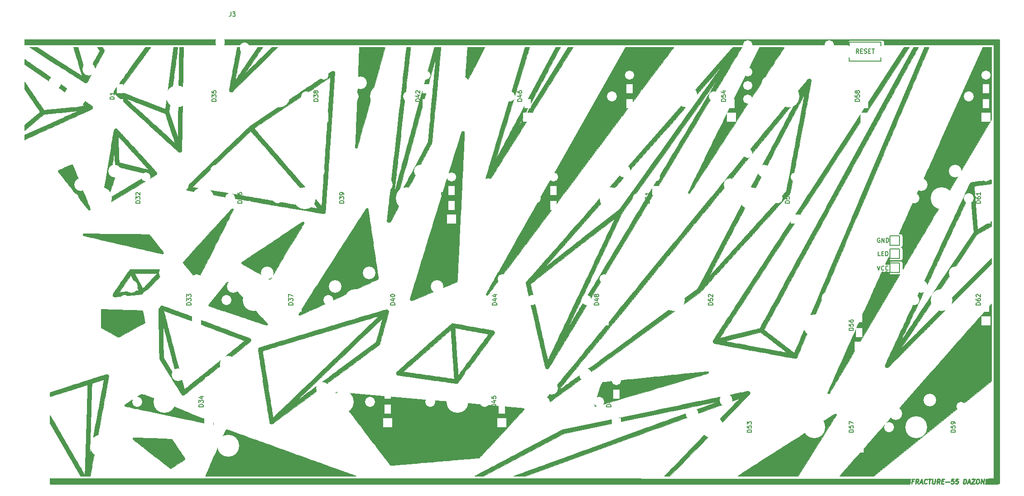
<source format=gbr>
G04 #@! TF.GenerationSoftware,KiCad,Pcbnew,(5.1.4)-1*
G04 #@! TF.CreationDate,2020-11-20T09:45:29-08:00*
G04 #@! TF.ProjectId,_autosave-_autosave-_autosave-_autosave-uwu-55,5f617574-6f73-4617-9665-2d5f6175746f,rev?*
G04 #@! TF.SameCoordinates,Original*
G04 #@! TF.FileFunction,Legend,Top*
G04 #@! TF.FilePolarity,Positive*
%FSLAX46Y46*%
G04 Gerber Fmt 4.6, Leading zero omitted, Abs format (unit mm)*
G04 Created by KiCad (PCBNEW (5.1.4)-1) date 2020-11-20 09:45:29*
%MOMM*%
%LPD*%
G04 APERTURE LIST*
%ADD10C,0.010000*%
%ADD11C,0.150000*%
%ADD12C,1.702000*%
%ADD13R,1.702000X1.702000*%
%ADD14R,1.302000X1.702000*%
%ADD15O,1.702000X2.102000*%
%ADD16C,0.902000*%
%ADD17C,2.352000*%
%ADD18C,4.089800*%
%ADD19C,1.852000*%
%ADD20R,1.626000X1.626000*%
%ADD21C,3.150000*%
%ADD22C,2.102000*%
G04 APERTURE END LIST*
D10*
G36*
X198042473Y-123517988D02*
G01*
X199238107Y-123620911D01*
X200383879Y-123719590D01*
X201480596Y-123814094D01*
X202529065Y-123904496D01*
X203530091Y-123990866D01*
X204484481Y-124073274D01*
X205393042Y-124151793D01*
X206256578Y-124226492D01*
X207075897Y-124297442D01*
X207851806Y-124364714D01*
X208585109Y-124428380D01*
X209276613Y-124488510D01*
X209927126Y-124545174D01*
X210537452Y-124598444D01*
X211108398Y-124648391D01*
X211640771Y-124695085D01*
X212135376Y-124738597D01*
X212593021Y-124778998D01*
X213014510Y-124816360D01*
X213400651Y-124850752D01*
X213752249Y-124882246D01*
X214070112Y-124910912D01*
X214355045Y-124936822D01*
X214607854Y-124960046D01*
X214829345Y-124980655D01*
X215020326Y-124998720D01*
X215181602Y-125014311D01*
X215313979Y-125027501D01*
X215418264Y-125038358D01*
X215495264Y-125046956D01*
X215545783Y-125053363D01*
X215570628Y-125057652D01*
X215573364Y-125058635D01*
X215629890Y-125123254D01*
X215649745Y-125209133D01*
X215630215Y-125299680D01*
X215616834Y-125324384D01*
X215595522Y-125349562D01*
X215541167Y-125410391D01*
X215455289Y-125505222D01*
X215339407Y-125632405D01*
X215195040Y-125790289D01*
X215023707Y-125977225D01*
X214826925Y-126191563D01*
X214606215Y-126431654D01*
X214363095Y-126695847D01*
X214099084Y-126982493D01*
X213815701Y-127289942D01*
X213514464Y-127616545D01*
X213196893Y-127960650D01*
X212864507Y-128320609D01*
X212518823Y-128694772D01*
X212161362Y-129081489D01*
X211793642Y-129479110D01*
X211439022Y-129862385D01*
X210982312Y-130355806D01*
X210558865Y-130813109D01*
X210167481Y-131235571D01*
X209806960Y-131624465D01*
X209476104Y-131981069D01*
X209173715Y-132306657D01*
X208898592Y-132602505D01*
X208649537Y-132869889D01*
X208425351Y-133110084D01*
X208224835Y-133324365D01*
X208046789Y-133514009D01*
X207890016Y-133680290D01*
X207753316Y-133824485D01*
X207635489Y-133947868D01*
X207535337Y-134051716D01*
X207451662Y-134137304D01*
X207383263Y-134205908D01*
X207328942Y-134258802D01*
X207287500Y-134297263D01*
X207257738Y-134322566D01*
X207238456Y-134335987D01*
X207231114Y-134338921D01*
X207200005Y-134342026D01*
X207120145Y-134349245D01*
X206993453Y-134360414D01*
X206821851Y-134375369D01*
X206607256Y-134393946D01*
X206351589Y-134415982D01*
X206056770Y-134441313D01*
X205724719Y-134469774D01*
X205357354Y-134501202D01*
X204956597Y-134535434D01*
X204524366Y-134572306D01*
X204062581Y-134611653D01*
X203573162Y-134653312D01*
X203058028Y-134697120D01*
X202519100Y-134742912D01*
X201958297Y-134790524D01*
X201377539Y-134839794D01*
X200778746Y-134890556D01*
X200163836Y-134942648D01*
X199534731Y-134995906D01*
X199043706Y-135037448D01*
X198404569Y-135091516D01*
X197777942Y-135144544D01*
X197165757Y-135196366D01*
X196569945Y-135246819D01*
X195992438Y-135295739D01*
X195435166Y-135342963D01*
X194900062Y-135388325D01*
X194389058Y-135431661D01*
X193904084Y-135472809D01*
X193447072Y-135511604D01*
X193019954Y-135547881D01*
X192624662Y-135581477D01*
X192263126Y-135612227D01*
X191937279Y-135639968D01*
X191649052Y-135664536D01*
X191400376Y-135685766D01*
X191193183Y-135703495D01*
X191029405Y-135717558D01*
X190910973Y-135727791D01*
X190839818Y-135734031D01*
X190818581Y-135735998D01*
X190728849Y-135737030D01*
X190658120Y-135722074D01*
X190648903Y-135717639D01*
X190625956Y-135693370D01*
X190574520Y-135631352D01*
X190496777Y-135534398D01*
X190394908Y-135405321D01*
X190271095Y-135246933D01*
X190127519Y-135062046D01*
X189966360Y-134853473D01*
X189789802Y-134624026D01*
X189600025Y-134376518D01*
X189399210Y-134113760D01*
X189189538Y-133838566D01*
X189096569Y-133716279D01*
X188935487Y-133504261D01*
X188745849Y-133254663D01*
X188529865Y-132970392D01*
X188289745Y-132654356D01*
X188027698Y-132309463D01*
X187745934Y-131938620D01*
X187446661Y-131544737D01*
X187132090Y-131130720D01*
X186804430Y-130699478D01*
X186465890Y-130253919D01*
X186118679Y-129796950D01*
X185765008Y-129331480D01*
X185407086Y-128860416D01*
X185047122Y-128386666D01*
X184687326Y-127913139D01*
X184329907Y-127442741D01*
X184008224Y-127019378D01*
X183615139Y-126502007D01*
X183251699Y-126023554D01*
X182916751Y-125582470D01*
X182609143Y-125177208D01*
X182327723Y-124806219D01*
X182071340Y-124467957D01*
X181838842Y-124160873D01*
X181629076Y-123883419D01*
X181440892Y-123634048D01*
X181273137Y-123411212D01*
X181124660Y-123213362D01*
X180994308Y-123038952D01*
X180880929Y-122886433D01*
X180783373Y-122754257D01*
X180700487Y-122640878D01*
X180631119Y-122544746D01*
X180574117Y-122464314D01*
X180528330Y-122398034D01*
X180492606Y-122344358D01*
X180465793Y-122301740D01*
X180446738Y-122268629D01*
X180434291Y-122243480D01*
X180427299Y-122224744D01*
X180424611Y-122210873D01*
X180424621Y-122203786D01*
X180452781Y-122113836D01*
X180499945Y-122064333D01*
X180567596Y-122014042D01*
X198042473Y-123517988D01*
X198042473Y-123517988D01*
G37*
X198042473Y-123517988D02*
X199238107Y-123620911D01*
X200383879Y-123719590D01*
X201480596Y-123814094D01*
X202529065Y-123904496D01*
X203530091Y-123990866D01*
X204484481Y-124073274D01*
X205393042Y-124151793D01*
X206256578Y-124226492D01*
X207075897Y-124297442D01*
X207851806Y-124364714D01*
X208585109Y-124428380D01*
X209276613Y-124488510D01*
X209927126Y-124545174D01*
X210537452Y-124598444D01*
X211108398Y-124648391D01*
X211640771Y-124695085D01*
X212135376Y-124738597D01*
X212593021Y-124778998D01*
X213014510Y-124816360D01*
X213400651Y-124850752D01*
X213752249Y-124882246D01*
X214070112Y-124910912D01*
X214355045Y-124936822D01*
X214607854Y-124960046D01*
X214829345Y-124980655D01*
X215020326Y-124998720D01*
X215181602Y-125014311D01*
X215313979Y-125027501D01*
X215418264Y-125038358D01*
X215495264Y-125046956D01*
X215545783Y-125053363D01*
X215570628Y-125057652D01*
X215573364Y-125058635D01*
X215629890Y-125123254D01*
X215649745Y-125209133D01*
X215630215Y-125299680D01*
X215616834Y-125324384D01*
X215595522Y-125349562D01*
X215541167Y-125410391D01*
X215455289Y-125505222D01*
X215339407Y-125632405D01*
X215195040Y-125790289D01*
X215023707Y-125977225D01*
X214826925Y-126191563D01*
X214606215Y-126431654D01*
X214363095Y-126695847D01*
X214099084Y-126982493D01*
X213815701Y-127289942D01*
X213514464Y-127616545D01*
X213196893Y-127960650D01*
X212864507Y-128320609D01*
X212518823Y-128694772D01*
X212161362Y-129081489D01*
X211793642Y-129479110D01*
X211439022Y-129862385D01*
X210982312Y-130355806D01*
X210558865Y-130813109D01*
X210167481Y-131235571D01*
X209806960Y-131624465D01*
X209476104Y-131981069D01*
X209173715Y-132306657D01*
X208898592Y-132602505D01*
X208649537Y-132869889D01*
X208425351Y-133110084D01*
X208224835Y-133324365D01*
X208046789Y-133514009D01*
X207890016Y-133680290D01*
X207753316Y-133824485D01*
X207635489Y-133947868D01*
X207535337Y-134051716D01*
X207451662Y-134137304D01*
X207383263Y-134205908D01*
X207328942Y-134258802D01*
X207287500Y-134297263D01*
X207257738Y-134322566D01*
X207238456Y-134335987D01*
X207231114Y-134338921D01*
X207200005Y-134342026D01*
X207120145Y-134349245D01*
X206993453Y-134360414D01*
X206821851Y-134375369D01*
X206607256Y-134393946D01*
X206351589Y-134415982D01*
X206056770Y-134441313D01*
X205724719Y-134469774D01*
X205357354Y-134501202D01*
X204956597Y-134535434D01*
X204524366Y-134572306D01*
X204062581Y-134611653D01*
X203573162Y-134653312D01*
X203058028Y-134697120D01*
X202519100Y-134742912D01*
X201958297Y-134790524D01*
X201377539Y-134839794D01*
X200778746Y-134890556D01*
X200163836Y-134942648D01*
X199534731Y-134995906D01*
X199043706Y-135037448D01*
X198404569Y-135091516D01*
X197777942Y-135144544D01*
X197165757Y-135196366D01*
X196569945Y-135246819D01*
X195992438Y-135295739D01*
X195435166Y-135342963D01*
X194900062Y-135388325D01*
X194389058Y-135431661D01*
X193904084Y-135472809D01*
X193447072Y-135511604D01*
X193019954Y-135547881D01*
X192624662Y-135581477D01*
X192263126Y-135612227D01*
X191937279Y-135639968D01*
X191649052Y-135664536D01*
X191400376Y-135685766D01*
X191193183Y-135703495D01*
X191029405Y-135717558D01*
X190910973Y-135727791D01*
X190839818Y-135734031D01*
X190818581Y-135735998D01*
X190728849Y-135737030D01*
X190658120Y-135722074D01*
X190648903Y-135717639D01*
X190625956Y-135693370D01*
X190574520Y-135631352D01*
X190496777Y-135534398D01*
X190394908Y-135405321D01*
X190271095Y-135246933D01*
X190127519Y-135062046D01*
X189966360Y-134853473D01*
X189789802Y-134624026D01*
X189600025Y-134376518D01*
X189399210Y-134113760D01*
X189189538Y-133838566D01*
X189096569Y-133716279D01*
X188935487Y-133504261D01*
X188745849Y-133254663D01*
X188529865Y-132970392D01*
X188289745Y-132654356D01*
X188027698Y-132309463D01*
X187745934Y-131938620D01*
X187446661Y-131544737D01*
X187132090Y-131130720D01*
X186804430Y-130699478D01*
X186465890Y-130253919D01*
X186118679Y-129796950D01*
X185765008Y-129331480D01*
X185407086Y-128860416D01*
X185047122Y-128386666D01*
X184687326Y-127913139D01*
X184329907Y-127442741D01*
X184008224Y-127019378D01*
X183615139Y-126502007D01*
X183251699Y-126023554D01*
X182916751Y-125582470D01*
X182609143Y-125177208D01*
X182327723Y-124806219D01*
X182071340Y-124467957D01*
X181838842Y-124160873D01*
X181629076Y-123883419D01*
X181440892Y-123634048D01*
X181273137Y-123411212D01*
X181124660Y-123213362D01*
X180994308Y-123038952D01*
X180880929Y-122886433D01*
X180783373Y-122754257D01*
X180700487Y-122640878D01*
X180631119Y-122544746D01*
X180574117Y-122464314D01*
X180528330Y-122398034D01*
X180492606Y-122344358D01*
X180465793Y-122301740D01*
X180446738Y-122268629D01*
X180434291Y-122243480D01*
X180427299Y-122224744D01*
X180424611Y-122210873D01*
X180424621Y-122203786D01*
X180452781Y-122113836D01*
X180499945Y-122064333D01*
X180567596Y-122014042D01*
X198042473Y-123517988D01*
G36*
X209992956Y-138216582D02*
G01*
X212475989Y-138216593D01*
X214909069Y-138216610D01*
X217292645Y-138216634D01*
X219627166Y-138216666D01*
X221913081Y-138216706D01*
X224150838Y-138216753D01*
X226340887Y-138216809D01*
X228483677Y-138216872D01*
X230579657Y-138216944D01*
X232629275Y-138217024D01*
X234632980Y-138217113D01*
X236591222Y-138217211D01*
X238504450Y-138217317D01*
X240373111Y-138217433D01*
X242197656Y-138217558D01*
X243978533Y-138217693D01*
X245716192Y-138217838D01*
X247411080Y-138217992D01*
X249063647Y-138218157D01*
X250674343Y-138218332D01*
X252243615Y-138218517D01*
X253771913Y-138218713D01*
X255259686Y-138218919D01*
X256707383Y-138219137D01*
X258115452Y-138219365D01*
X259484343Y-138219605D01*
X260814504Y-138219857D01*
X262106385Y-138220120D01*
X263360435Y-138220395D01*
X264577101Y-138220682D01*
X265756834Y-138220981D01*
X266900083Y-138221293D01*
X268007295Y-138221617D01*
X269078921Y-138221954D01*
X270115408Y-138222304D01*
X271117207Y-138222667D01*
X272084766Y-138223043D01*
X273018533Y-138223433D01*
X273918959Y-138223836D01*
X274786491Y-138224253D01*
X275621579Y-138224684D01*
X276424672Y-138225130D01*
X277196218Y-138225589D01*
X277936667Y-138226063D01*
X278646467Y-138226552D01*
X279326067Y-138227056D01*
X279975917Y-138227574D01*
X280596466Y-138228108D01*
X281188161Y-138228657D01*
X281751453Y-138229222D01*
X282286790Y-138229803D01*
X282794621Y-138230399D01*
X283275395Y-138231012D01*
X283729561Y-138231641D01*
X284157567Y-138232286D01*
X284559864Y-138232948D01*
X284936899Y-138233627D01*
X285289122Y-138234323D01*
X285616982Y-138235036D01*
X285920927Y-138235766D01*
X286201407Y-138236514D01*
X286458871Y-138237280D01*
X286693766Y-138238063D01*
X286906544Y-138238865D01*
X287097651Y-138239684D01*
X287267538Y-138240523D01*
X287416652Y-138241379D01*
X287545444Y-138242255D01*
X287654362Y-138243149D01*
X287743855Y-138244063D01*
X287814372Y-138244996D01*
X287866362Y-138245948D01*
X287900274Y-138246920D01*
X287916556Y-138247912D01*
X287918252Y-138248361D01*
X287915122Y-138283509D01*
X287906507Y-138359598D01*
X287893538Y-138467149D01*
X287877347Y-138596684D01*
X287867429Y-138674237D01*
X287849641Y-138818308D01*
X287834568Y-138951922D01*
X287823406Y-139063574D01*
X287817350Y-139141757D01*
X287816607Y-139163676D01*
X287816579Y-139259021D01*
X127057650Y-139259021D01*
X127029207Y-139146061D01*
X127019330Y-139081306D01*
X127010943Y-138977634D01*
X127004696Y-138846969D01*
X127001241Y-138701238D01*
X127000763Y-138624840D01*
X127000763Y-138216579D01*
X207459522Y-138216579D01*
X209992956Y-138216582D01*
X209992956Y-138216582D01*
G37*
X209992956Y-138216582D02*
X212475989Y-138216593D01*
X214909069Y-138216610D01*
X217292645Y-138216634D01*
X219627166Y-138216666D01*
X221913081Y-138216706D01*
X224150838Y-138216753D01*
X226340887Y-138216809D01*
X228483677Y-138216872D01*
X230579657Y-138216944D01*
X232629275Y-138217024D01*
X234632980Y-138217113D01*
X236591222Y-138217211D01*
X238504450Y-138217317D01*
X240373111Y-138217433D01*
X242197656Y-138217558D01*
X243978533Y-138217693D01*
X245716192Y-138217838D01*
X247411080Y-138217992D01*
X249063647Y-138218157D01*
X250674343Y-138218332D01*
X252243615Y-138218517D01*
X253771913Y-138218713D01*
X255259686Y-138218919D01*
X256707383Y-138219137D01*
X258115452Y-138219365D01*
X259484343Y-138219605D01*
X260814504Y-138219857D01*
X262106385Y-138220120D01*
X263360435Y-138220395D01*
X264577101Y-138220682D01*
X265756834Y-138220981D01*
X266900083Y-138221293D01*
X268007295Y-138221617D01*
X269078921Y-138221954D01*
X270115408Y-138222304D01*
X271117207Y-138222667D01*
X272084766Y-138223043D01*
X273018533Y-138223433D01*
X273918959Y-138223836D01*
X274786491Y-138224253D01*
X275621579Y-138224684D01*
X276424672Y-138225130D01*
X277196218Y-138225589D01*
X277936667Y-138226063D01*
X278646467Y-138226552D01*
X279326067Y-138227056D01*
X279975917Y-138227574D01*
X280596466Y-138228108D01*
X281188161Y-138228657D01*
X281751453Y-138229222D01*
X282286790Y-138229803D01*
X282794621Y-138230399D01*
X283275395Y-138231012D01*
X283729561Y-138231641D01*
X284157567Y-138232286D01*
X284559864Y-138232948D01*
X284936899Y-138233627D01*
X285289122Y-138234323D01*
X285616982Y-138235036D01*
X285920927Y-138235766D01*
X286201407Y-138236514D01*
X286458871Y-138237280D01*
X286693766Y-138238063D01*
X286906544Y-138238865D01*
X287097651Y-138239684D01*
X287267538Y-138240523D01*
X287416652Y-138241379D01*
X287545444Y-138242255D01*
X287654362Y-138243149D01*
X287743855Y-138244063D01*
X287814372Y-138244996D01*
X287866362Y-138245948D01*
X287900274Y-138246920D01*
X287916556Y-138247912D01*
X287918252Y-138248361D01*
X287915122Y-138283509D01*
X287906507Y-138359598D01*
X287893538Y-138467149D01*
X287877347Y-138596684D01*
X287867429Y-138674237D01*
X287849641Y-138818308D01*
X287834568Y-138951922D01*
X287823406Y-139063574D01*
X287817350Y-139141757D01*
X287816607Y-139163676D01*
X287816579Y-139259021D01*
X127057650Y-139259021D01*
X127029207Y-139146061D01*
X127019330Y-139081306D01*
X127010943Y-138977634D01*
X127004696Y-138846969D01*
X127001241Y-138701238D01*
X127000763Y-138624840D01*
X127000763Y-138216579D01*
X207459522Y-138216579D01*
X209992956Y-138216582D01*
G36*
X295202665Y-138915778D02*
G01*
X294814384Y-138922800D01*
X294662028Y-138924806D01*
X294553260Y-138924076D01*
X294480864Y-138920068D01*
X294437624Y-138912239D01*
X294416325Y-138900045D01*
X294411783Y-138892503D01*
X294403845Y-138835375D01*
X294406318Y-138809205D01*
X294413592Y-138791685D01*
X294432597Y-138779257D01*
X294470872Y-138771058D01*
X294535951Y-138766229D01*
X294635370Y-138763909D01*
X294776667Y-138763238D01*
X294808919Y-138763226D01*
X295202665Y-138763226D01*
X295202665Y-138915778D01*
X295202665Y-138915778D01*
G37*
X295202665Y-138915778D02*
X294814384Y-138922800D01*
X294662028Y-138924806D01*
X294553260Y-138924076D01*
X294480864Y-138920068D01*
X294437624Y-138912239D01*
X294416325Y-138900045D01*
X294411783Y-138892503D01*
X294403845Y-138835375D01*
X294406318Y-138809205D01*
X294413592Y-138791685D01*
X294432597Y-138779257D01*
X294470872Y-138771058D01*
X294535951Y-138766229D01*
X294635370Y-138763909D01*
X294776667Y-138763238D01*
X294808919Y-138763226D01*
X295202665Y-138763226D01*
X295202665Y-138915778D01*
G36*
X137664057Y-118722033D02*
G01*
X137754124Y-118731302D01*
X137814028Y-118750522D01*
X137864448Y-118788644D01*
X137897706Y-118823174D01*
X137952591Y-118898112D01*
X137991092Y-118977931D01*
X137998280Y-119004170D01*
X137997078Y-119027523D01*
X137990096Y-119080807D01*
X137977162Y-119164951D01*
X137958106Y-119280883D01*
X137932758Y-119429534D01*
X137900947Y-119611832D01*
X137862502Y-119828706D01*
X137817252Y-120081087D01*
X137765028Y-120369904D01*
X137705658Y-120696085D01*
X137638972Y-121060560D01*
X137564800Y-121464258D01*
X137482970Y-121908109D01*
X137393312Y-122393042D01*
X137295655Y-122919986D01*
X137189830Y-123489870D01*
X137075665Y-124103624D01*
X136952989Y-124762178D01*
X136821633Y-125466460D01*
X136681425Y-126217399D01*
X136532195Y-127015925D01*
X136373773Y-127862968D01*
X136281432Y-128356420D01*
X136154502Y-129034580D01*
X136029909Y-129700236D01*
X135907981Y-130351633D01*
X135789048Y-130987016D01*
X135673437Y-131604628D01*
X135561479Y-132202715D01*
X135453501Y-132779521D01*
X135349831Y-133333291D01*
X135250800Y-133862268D01*
X135156735Y-134364698D01*
X135067965Y-134838825D01*
X134984819Y-135282893D01*
X134907625Y-135695148D01*
X134836713Y-136073833D01*
X134772410Y-136417193D01*
X134715046Y-136723472D01*
X134664950Y-136990915D01*
X134622449Y-137217767D01*
X134587873Y-137402272D01*
X134561550Y-137542675D01*
X134543809Y-137637219D01*
X134534979Y-137684150D01*
X134534055Y-137689001D01*
X134520332Y-137758921D01*
X132723727Y-137758921D01*
X132622702Y-137585944D01*
X132600406Y-137547499D01*
X132553917Y-137467109D01*
X132484448Y-137346876D01*
X132393213Y-137188905D01*
X132281426Y-136995297D01*
X132150301Y-136768157D01*
X132001052Y-136509588D01*
X131834892Y-136221693D01*
X131653035Y-135906575D01*
X131456695Y-135566338D01*
X131247086Y-135203084D01*
X131025422Y-134818917D01*
X130792916Y-134415941D01*
X130550782Y-133996258D01*
X130300234Y-133561971D01*
X130042486Y-133115184D01*
X129778751Y-132658000D01*
X129773933Y-132649648D01*
X127026188Y-127886329D01*
X127026997Y-127120973D01*
X127027461Y-126902897D01*
X127028506Y-126730905D01*
X127030383Y-126600233D01*
X127033340Y-126506113D01*
X127037628Y-126443783D01*
X127043495Y-126408475D01*
X127051191Y-126395424D01*
X127060966Y-126399866D01*
X127064536Y-126404153D01*
X127080337Y-126430209D01*
X127120446Y-126498445D01*
X127183778Y-126606982D01*
X127269246Y-126753944D01*
X127375765Y-126937453D01*
X127502250Y-127155632D01*
X127647614Y-127406603D01*
X127810773Y-127688490D01*
X127990640Y-127999414D01*
X128186129Y-128337499D01*
X128396156Y-128700867D01*
X128619634Y-129087640D01*
X128855479Y-129495943D01*
X129102603Y-129923896D01*
X129359922Y-130369623D01*
X129626349Y-130831247D01*
X129900800Y-131306890D01*
X130182189Y-131794674D01*
X130310091Y-132016431D01*
X130593826Y-132508243D01*
X130870955Y-132988305D01*
X131140404Y-133454766D01*
X131401099Y-133905778D01*
X131651964Y-134339488D01*
X131891925Y-134754049D01*
X132119908Y-135147609D01*
X132334839Y-135518319D01*
X132535642Y-135864329D01*
X132721244Y-136183788D01*
X132890570Y-136474847D01*
X133042545Y-136735656D01*
X133176095Y-136964365D01*
X133290145Y-137159123D01*
X133383621Y-137318082D01*
X133455449Y-137439390D01*
X133504554Y-137521198D01*
X133529862Y-137561656D01*
X133533228Y-137565862D01*
X133535037Y-137539765D01*
X133538290Y-137465117D01*
X133542919Y-137344198D01*
X133548852Y-137179284D01*
X133556021Y-136972654D01*
X133564354Y-136726587D01*
X133573783Y-136443360D01*
X133584237Y-136125251D01*
X133595646Y-135774539D01*
X133607940Y-135393501D01*
X133621050Y-134984416D01*
X133634904Y-134549562D01*
X133649434Y-134091216D01*
X133656117Y-133879457D01*
X134436319Y-133879457D01*
X134437043Y-133933773D01*
X134439990Y-133946207D01*
X134440333Y-133945107D01*
X134445832Y-133917237D01*
X134460306Y-133841380D01*
X134483381Y-133719532D01*
X134514682Y-133553690D01*
X134553834Y-133345851D01*
X134600462Y-133098012D01*
X134654193Y-132812168D01*
X134714651Y-132490317D01*
X134781462Y-132134455D01*
X134854251Y-131746579D01*
X134932643Y-131328686D01*
X135016264Y-130882772D01*
X135104739Y-130410834D01*
X135197693Y-129914869D01*
X135294753Y-129396873D01*
X135395542Y-128858842D01*
X135499687Y-128302775D01*
X135606813Y-127730666D01*
X135716545Y-127144513D01*
X135783304Y-126787850D01*
X135894304Y-126194688D01*
X136002825Y-125614586D01*
X136108495Y-125049530D01*
X136210946Y-124501503D01*
X136309807Y-123972488D01*
X136404708Y-123464471D01*
X136495281Y-122979435D01*
X136581154Y-122519364D01*
X136661958Y-122086242D01*
X136737323Y-121682053D01*
X136806879Y-121308781D01*
X136870256Y-120968409D01*
X136927085Y-120662923D01*
X136976996Y-120394305D01*
X137019618Y-120164541D01*
X137054583Y-119975613D01*
X137081519Y-119829506D01*
X137100057Y-119728204D01*
X137109828Y-119673691D01*
X137111325Y-119664261D01*
X137086988Y-119670841D01*
X137018993Y-119691442D01*
X136912108Y-119724566D01*
X136771099Y-119768716D01*
X136600734Y-119822394D01*
X136405781Y-119884102D01*
X136191006Y-119952344D01*
X135975705Y-120020982D01*
X134844507Y-120382173D01*
X134837682Y-120572099D01*
X134836316Y-120614319D01*
X134833496Y-120705119D01*
X134829291Y-120842252D01*
X134823769Y-121023470D01*
X134816997Y-121246526D01*
X134809042Y-121509171D01*
X134799973Y-121809159D01*
X134789857Y-122144241D01*
X134778763Y-122512169D01*
X134766757Y-122910697D01*
X134753908Y-123337576D01*
X134740283Y-123790559D01*
X134725950Y-124267398D01*
X134710976Y-124765845D01*
X134695430Y-125283653D01*
X134679380Y-125818574D01*
X134662892Y-126368361D01*
X134646035Y-126930765D01*
X134641937Y-127067530D01*
X134624948Y-127634240D01*
X134608276Y-128189718D01*
X134591991Y-128731660D01*
X134576163Y-129257765D01*
X134560862Y-129765732D01*
X134546158Y-130253260D01*
X134532120Y-130718045D01*
X134518818Y-131157788D01*
X134506322Y-131570186D01*
X134494703Y-131952937D01*
X134484029Y-132303741D01*
X134474370Y-132620295D01*
X134465797Y-132900297D01*
X134458379Y-133141447D01*
X134452186Y-133341442D01*
X134447287Y-133497981D01*
X134443753Y-133608762D01*
X134441654Y-133671484D01*
X134441409Y-133678140D01*
X134437786Y-133791500D01*
X134436319Y-133879457D01*
X133656117Y-133879457D01*
X133664570Y-133611657D01*
X133680240Y-133113164D01*
X133696376Y-132598013D01*
X133712908Y-132068484D01*
X133729765Y-131526854D01*
X133746877Y-130975401D01*
X133764175Y-130416404D01*
X133781589Y-129852140D01*
X133799048Y-129284888D01*
X133816483Y-128716925D01*
X133833824Y-128150531D01*
X133851000Y-127587982D01*
X133867942Y-127031557D01*
X133884579Y-126483535D01*
X133900843Y-125946192D01*
X133916662Y-125421808D01*
X133931968Y-124912660D01*
X133946689Y-124421027D01*
X133960756Y-123949186D01*
X133974099Y-123499416D01*
X133986648Y-123073995D01*
X133998333Y-122675200D01*
X134009085Y-122305311D01*
X134018832Y-121966604D01*
X134027505Y-121661358D01*
X134035035Y-121391852D01*
X134041351Y-121160363D01*
X134046383Y-120969169D01*
X134050062Y-120820549D01*
X134052316Y-120716780D01*
X134053077Y-120660141D01*
X134052767Y-120649690D01*
X134027903Y-120656021D01*
X133957308Y-120676960D01*
X133843692Y-120711655D01*
X133689766Y-120759254D01*
X133498242Y-120818904D01*
X133271831Y-120889753D01*
X133013244Y-120970949D01*
X132725192Y-121061638D01*
X132410387Y-121160970D01*
X132071539Y-121268090D01*
X131711361Y-121382146D01*
X131332563Y-121502287D01*
X130937856Y-121627660D01*
X130553928Y-121749780D01*
X130146497Y-121879419D01*
X129752302Y-122004759D01*
X129374066Y-122124940D01*
X129014511Y-122239099D01*
X128676358Y-122346375D01*
X128362329Y-122445908D01*
X128075147Y-122536835D01*
X127817533Y-122618296D01*
X127592209Y-122689429D01*
X127401897Y-122749372D01*
X127249320Y-122797265D01*
X127137198Y-122832247D01*
X127068255Y-122853455D01*
X127045257Y-122860062D01*
X127038780Y-122835910D01*
X127033246Y-122769485D01*
X127029062Y-122669362D01*
X127026634Y-122544115D01*
X127026188Y-122457856D01*
X127026188Y-122056090D01*
X130236148Y-121033910D01*
X130674036Y-120894452D01*
X131129347Y-120749413D01*
X131596301Y-120600636D01*
X132069117Y-120449963D01*
X132542015Y-120299237D01*
X133009214Y-120150303D01*
X133464934Y-120005002D01*
X133903393Y-119865178D01*
X134318812Y-119732673D01*
X134705409Y-119609331D01*
X135057405Y-119496994D01*
X135369018Y-119397506D01*
X135480142Y-119362015D01*
X135843318Y-119246083D01*
X136161359Y-119144777D01*
X136437532Y-119057140D01*
X136675107Y-118982212D01*
X136877352Y-118919036D01*
X137047536Y-118866654D01*
X137188927Y-118824109D01*
X137304794Y-118790442D01*
X137398405Y-118764696D01*
X137473029Y-118745913D01*
X137531935Y-118733135D01*
X137578391Y-118725405D01*
X137615665Y-118721764D01*
X137647027Y-118721254D01*
X137664057Y-118722033D01*
X137664057Y-118722033D01*
G37*
X137664057Y-118722033D02*
X137754124Y-118731302D01*
X137814028Y-118750522D01*
X137864448Y-118788644D01*
X137897706Y-118823174D01*
X137952591Y-118898112D01*
X137991092Y-118977931D01*
X137998280Y-119004170D01*
X137997078Y-119027523D01*
X137990096Y-119080807D01*
X137977162Y-119164951D01*
X137958106Y-119280883D01*
X137932758Y-119429534D01*
X137900947Y-119611832D01*
X137862502Y-119828706D01*
X137817252Y-120081087D01*
X137765028Y-120369904D01*
X137705658Y-120696085D01*
X137638972Y-121060560D01*
X137564800Y-121464258D01*
X137482970Y-121908109D01*
X137393312Y-122393042D01*
X137295655Y-122919986D01*
X137189830Y-123489870D01*
X137075665Y-124103624D01*
X136952989Y-124762178D01*
X136821633Y-125466460D01*
X136681425Y-126217399D01*
X136532195Y-127015925D01*
X136373773Y-127862968D01*
X136281432Y-128356420D01*
X136154502Y-129034580D01*
X136029909Y-129700236D01*
X135907981Y-130351633D01*
X135789048Y-130987016D01*
X135673437Y-131604628D01*
X135561479Y-132202715D01*
X135453501Y-132779521D01*
X135349831Y-133333291D01*
X135250800Y-133862268D01*
X135156735Y-134364698D01*
X135067965Y-134838825D01*
X134984819Y-135282893D01*
X134907625Y-135695148D01*
X134836713Y-136073833D01*
X134772410Y-136417193D01*
X134715046Y-136723472D01*
X134664950Y-136990915D01*
X134622449Y-137217767D01*
X134587873Y-137402272D01*
X134561550Y-137542675D01*
X134543809Y-137637219D01*
X134534979Y-137684150D01*
X134534055Y-137689001D01*
X134520332Y-137758921D01*
X132723727Y-137758921D01*
X132622702Y-137585944D01*
X132600406Y-137547499D01*
X132553917Y-137467109D01*
X132484448Y-137346876D01*
X132393213Y-137188905D01*
X132281426Y-136995297D01*
X132150301Y-136768157D01*
X132001052Y-136509588D01*
X131834892Y-136221693D01*
X131653035Y-135906575D01*
X131456695Y-135566338D01*
X131247086Y-135203084D01*
X131025422Y-134818917D01*
X130792916Y-134415941D01*
X130550782Y-133996258D01*
X130300234Y-133561971D01*
X130042486Y-133115184D01*
X129778751Y-132658000D01*
X129773933Y-132649648D01*
X127026188Y-127886329D01*
X127026997Y-127120973D01*
X127027461Y-126902897D01*
X127028506Y-126730905D01*
X127030383Y-126600233D01*
X127033340Y-126506113D01*
X127037628Y-126443783D01*
X127043495Y-126408475D01*
X127051191Y-126395424D01*
X127060966Y-126399866D01*
X127064536Y-126404153D01*
X127080337Y-126430209D01*
X127120446Y-126498445D01*
X127183778Y-126606982D01*
X127269246Y-126753944D01*
X127375765Y-126937453D01*
X127502250Y-127155632D01*
X127647614Y-127406603D01*
X127810773Y-127688490D01*
X127990640Y-127999414D01*
X128186129Y-128337499D01*
X128396156Y-128700867D01*
X128619634Y-129087640D01*
X128855479Y-129495943D01*
X129102603Y-129923896D01*
X129359922Y-130369623D01*
X129626349Y-130831247D01*
X129900800Y-131306890D01*
X130182189Y-131794674D01*
X130310091Y-132016431D01*
X130593826Y-132508243D01*
X130870955Y-132988305D01*
X131140404Y-133454766D01*
X131401099Y-133905778D01*
X131651964Y-134339488D01*
X131891925Y-134754049D01*
X132119908Y-135147609D01*
X132334839Y-135518319D01*
X132535642Y-135864329D01*
X132721244Y-136183788D01*
X132890570Y-136474847D01*
X133042545Y-136735656D01*
X133176095Y-136964365D01*
X133290145Y-137159123D01*
X133383621Y-137318082D01*
X133455449Y-137439390D01*
X133504554Y-137521198D01*
X133529862Y-137561656D01*
X133533228Y-137565862D01*
X133535037Y-137539765D01*
X133538290Y-137465117D01*
X133542919Y-137344198D01*
X133548852Y-137179284D01*
X133556021Y-136972654D01*
X133564354Y-136726587D01*
X133573783Y-136443360D01*
X133584237Y-136125251D01*
X133595646Y-135774539D01*
X133607940Y-135393501D01*
X133621050Y-134984416D01*
X133634904Y-134549562D01*
X133649434Y-134091216D01*
X133656117Y-133879457D01*
X134436319Y-133879457D01*
X134437043Y-133933773D01*
X134439990Y-133946207D01*
X134440333Y-133945107D01*
X134445832Y-133917237D01*
X134460306Y-133841380D01*
X134483381Y-133719532D01*
X134514682Y-133553690D01*
X134553834Y-133345851D01*
X134600462Y-133098012D01*
X134654193Y-132812168D01*
X134714651Y-132490317D01*
X134781462Y-132134455D01*
X134854251Y-131746579D01*
X134932643Y-131328686D01*
X135016264Y-130882772D01*
X135104739Y-130410834D01*
X135197693Y-129914869D01*
X135294753Y-129396873D01*
X135395542Y-128858842D01*
X135499687Y-128302775D01*
X135606813Y-127730666D01*
X135716545Y-127144513D01*
X135783304Y-126787850D01*
X135894304Y-126194688D01*
X136002825Y-125614586D01*
X136108495Y-125049530D01*
X136210946Y-124501503D01*
X136309807Y-123972488D01*
X136404708Y-123464471D01*
X136495281Y-122979435D01*
X136581154Y-122519364D01*
X136661958Y-122086242D01*
X136737323Y-121682053D01*
X136806879Y-121308781D01*
X136870256Y-120968409D01*
X136927085Y-120662923D01*
X136976996Y-120394305D01*
X137019618Y-120164541D01*
X137054583Y-119975613D01*
X137081519Y-119829506D01*
X137100057Y-119728204D01*
X137109828Y-119673691D01*
X137111325Y-119664261D01*
X137086988Y-119670841D01*
X137018993Y-119691442D01*
X136912108Y-119724566D01*
X136771099Y-119768716D01*
X136600734Y-119822394D01*
X136405781Y-119884102D01*
X136191006Y-119952344D01*
X135975705Y-120020982D01*
X134844507Y-120382173D01*
X134837682Y-120572099D01*
X134836316Y-120614319D01*
X134833496Y-120705119D01*
X134829291Y-120842252D01*
X134823769Y-121023470D01*
X134816997Y-121246526D01*
X134809042Y-121509171D01*
X134799973Y-121809159D01*
X134789857Y-122144241D01*
X134778763Y-122512169D01*
X134766757Y-122910697D01*
X134753908Y-123337576D01*
X134740283Y-123790559D01*
X134725950Y-124267398D01*
X134710976Y-124765845D01*
X134695430Y-125283653D01*
X134679380Y-125818574D01*
X134662892Y-126368361D01*
X134646035Y-126930765D01*
X134641937Y-127067530D01*
X134624948Y-127634240D01*
X134608276Y-128189718D01*
X134591991Y-128731660D01*
X134576163Y-129257765D01*
X134560862Y-129765732D01*
X134546158Y-130253260D01*
X134532120Y-130718045D01*
X134518818Y-131157788D01*
X134506322Y-131570186D01*
X134494703Y-131952937D01*
X134484029Y-132303741D01*
X134474370Y-132620295D01*
X134465797Y-132900297D01*
X134458379Y-133141447D01*
X134452186Y-133341442D01*
X134447287Y-133497981D01*
X134443753Y-133608762D01*
X134441654Y-133671484D01*
X134441409Y-133678140D01*
X134437786Y-133791500D01*
X134436319Y-133879457D01*
X133656117Y-133879457D01*
X133664570Y-133611657D01*
X133680240Y-133113164D01*
X133696376Y-132598013D01*
X133712908Y-132068484D01*
X133729765Y-131526854D01*
X133746877Y-130975401D01*
X133764175Y-130416404D01*
X133781589Y-129852140D01*
X133799048Y-129284888D01*
X133816483Y-128716925D01*
X133833824Y-128150531D01*
X133851000Y-127587982D01*
X133867942Y-127031557D01*
X133884579Y-126483535D01*
X133900843Y-125946192D01*
X133916662Y-125421808D01*
X133931968Y-124912660D01*
X133946689Y-124421027D01*
X133960756Y-123949186D01*
X133974099Y-123499416D01*
X133986648Y-123073995D01*
X133998333Y-122675200D01*
X134009085Y-122305311D01*
X134018832Y-121966604D01*
X134027505Y-121661358D01*
X134035035Y-121391852D01*
X134041351Y-121160363D01*
X134046383Y-120969169D01*
X134050062Y-120820549D01*
X134052316Y-120716780D01*
X134053077Y-120660141D01*
X134052767Y-120649690D01*
X134027903Y-120656021D01*
X133957308Y-120676960D01*
X133843692Y-120711655D01*
X133689766Y-120759254D01*
X133498242Y-120818904D01*
X133271831Y-120889753D01*
X133013244Y-120970949D01*
X132725192Y-121061638D01*
X132410387Y-121160970D01*
X132071539Y-121268090D01*
X131711361Y-121382146D01*
X131332563Y-121502287D01*
X130937856Y-121627660D01*
X130553928Y-121749780D01*
X130146497Y-121879419D01*
X129752302Y-122004759D01*
X129374066Y-122124940D01*
X129014511Y-122239099D01*
X128676358Y-122346375D01*
X128362329Y-122445908D01*
X128075147Y-122536835D01*
X127817533Y-122618296D01*
X127592209Y-122689429D01*
X127401897Y-122749372D01*
X127249320Y-122797265D01*
X127137198Y-122832247D01*
X127068255Y-122853455D01*
X127045257Y-122860062D01*
X127038780Y-122835910D01*
X127033246Y-122769485D01*
X127029062Y-122669362D01*
X127026634Y-122544115D01*
X127026188Y-122457856D01*
X127026188Y-122056090D01*
X130236148Y-121033910D01*
X130674036Y-120894452D01*
X131129347Y-120749413D01*
X131596301Y-120600636D01*
X132069117Y-120449963D01*
X132542015Y-120299237D01*
X133009214Y-120150303D01*
X133464934Y-120005002D01*
X133903393Y-119865178D01*
X134318812Y-119732673D01*
X134705409Y-119609331D01*
X135057405Y-119496994D01*
X135369018Y-119397506D01*
X135480142Y-119362015D01*
X135843318Y-119246083D01*
X136161359Y-119144777D01*
X136437532Y-119057140D01*
X136675107Y-118982212D01*
X136877352Y-118919036D01*
X137047536Y-118866654D01*
X137188927Y-118824109D01*
X137304794Y-118790442D01*
X137398405Y-118764696D01*
X137473029Y-118745913D01*
X137531935Y-118733135D01*
X137578391Y-118725405D01*
X137615665Y-118721764D01*
X137647027Y-118721254D01*
X137664057Y-118722033D01*
G36*
X298095580Y-138229428D02*
G01*
X298171005Y-138246889D01*
X298276090Y-138300388D01*
X298349041Y-138389549D01*
X298391156Y-138516653D01*
X298403673Y-138655745D01*
X298401534Y-138766372D01*
X298387780Y-138851230D01*
X298356984Y-138935021D01*
X298329992Y-138991246D01*
X298275748Y-139086547D01*
X298220759Y-139149468D01*
X298150218Y-139196500D01*
X298141659Y-139201005D01*
X298053538Y-139234185D01*
X297951478Y-139254360D01*
X297850656Y-139260670D01*
X297766247Y-139252257D01*
X297713428Y-139228262D01*
X297710811Y-139225392D01*
X297703276Y-139187902D01*
X297703503Y-139110543D01*
X297706409Y-139064184D01*
X297885047Y-139064184D01*
X297885047Y-139064186D01*
X297904842Y-139078606D01*
X297953759Y-139073536D01*
X298016092Y-139053498D01*
X298076139Y-139023014D01*
X298105467Y-139000724D01*
X298165403Y-138919194D01*
X298206114Y-138813898D01*
X298225972Y-138699290D01*
X298223352Y-138589821D01*
X298196627Y-138499946D01*
X298166352Y-138459591D01*
X298120157Y-138431300D01*
X298059818Y-138409526D01*
X298002711Y-138398431D01*
X297966215Y-138402176D01*
X297961120Y-138410448D01*
X297958050Y-138443062D01*
X297949842Y-138515428D01*
X297937744Y-138616849D01*
X297923008Y-138736629D01*
X297922982Y-138736834D01*
X297908253Y-138856750D01*
X297896192Y-138958439D01*
X297888041Y-139031164D01*
X297885047Y-139064184D01*
X297706409Y-139064184D01*
X297710232Y-139003198D01*
X297722207Y-138875751D01*
X297738167Y-138738086D01*
X297756856Y-138600087D01*
X297777015Y-138471639D01*
X297797386Y-138362625D01*
X297816711Y-138282930D01*
X297833731Y-138242437D01*
X297836221Y-138240215D01*
X297898326Y-138221893D01*
X297990823Y-138218418D01*
X298095580Y-138229428D01*
X298095580Y-138229428D01*
G37*
X298095580Y-138229428D02*
X298171005Y-138246889D01*
X298276090Y-138300388D01*
X298349041Y-138389549D01*
X298391156Y-138516653D01*
X298403673Y-138655745D01*
X298401534Y-138766372D01*
X298387780Y-138851230D01*
X298356984Y-138935021D01*
X298329992Y-138991246D01*
X298275748Y-139086547D01*
X298220759Y-139149468D01*
X298150218Y-139196500D01*
X298141659Y-139201005D01*
X298053538Y-139234185D01*
X297951478Y-139254360D01*
X297850656Y-139260670D01*
X297766247Y-139252257D01*
X297713428Y-139228262D01*
X297710811Y-139225392D01*
X297703276Y-139187902D01*
X297703503Y-139110543D01*
X297706409Y-139064184D01*
X297885047Y-139064184D01*
X297885047Y-139064186D01*
X297904842Y-139078606D01*
X297953759Y-139073536D01*
X298016092Y-139053498D01*
X298076139Y-139023014D01*
X298105467Y-139000724D01*
X298165403Y-138919194D01*
X298206114Y-138813898D01*
X298225972Y-138699290D01*
X298223352Y-138589821D01*
X298196627Y-138499946D01*
X298166352Y-138459591D01*
X298120157Y-138431300D01*
X298059818Y-138409526D01*
X298002711Y-138398431D01*
X297966215Y-138402176D01*
X297961120Y-138410448D01*
X297958050Y-138443062D01*
X297949842Y-138515428D01*
X297937744Y-138616849D01*
X297923008Y-138736629D01*
X297922982Y-138736834D01*
X297908253Y-138856750D01*
X297896192Y-138958439D01*
X297888041Y-139031164D01*
X297885047Y-139064184D01*
X297706409Y-139064184D01*
X297710232Y-139003198D01*
X297722207Y-138875751D01*
X297738167Y-138738086D01*
X297756856Y-138600087D01*
X297777015Y-138471639D01*
X297797386Y-138362625D01*
X297816711Y-138282930D01*
X297833731Y-138242437D01*
X297836221Y-138240215D01*
X297898326Y-138221893D01*
X297990823Y-138218418D01*
X298095580Y-138229428D01*
G36*
X289988655Y-138223705D02*
G01*
X290014744Y-138242687D01*
X290031946Y-138279040D01*
X290056013Y-138355358D01*
X290084689Y-138461577D01*
X290115718Y-138587635D01*
X290146845Y-138723470D01*
X290175814Y-138859020D01*
X290200369Y-138984222D01*
X290218254Y-139089015D01*
X290227213Y-139163335D01*
X290227203Y-139190391D01*
X290199643Y-139239608D01*
X290148059Y-139256034D01*
X290092920Y-139234232D01*
X290066303Y-139191585D01*
X290044467Y-139122573D01*
X290041056Y-139105005D01*
X290024121Y-139004767D01*
X289892872Y-139004841D01*
X289816062Y-139006859D01*
X289770014Y-139020307D01*
X289736574Y-139056439D01*
X289698060Y-139125611D01*
X289642712Y-139207319D01*
X289585238Y-139252606D01*
X289533127Y-139256721D01*
X289512679Y-139243144D01*
X289499422Y-139218466D01*
X289499013Y-139178775D01*
X289513306Y-139118391D01*
X289544154Y-139031635D01*
X289593410Y-138912828D01*
X289636933Y-138814821D01*
X289855400Y-138814821D01*
X289872453Y-138825854D01*
X289915328Y-138826789D01*
X289956679Y-138822712D01*
X289970990Y-138800806D01*
X289965488Y-138746562D01*
X289962806Y-138731444D01*
X289947818Y-138657868D01*
X289934250Y-138632930D01*
X289915803Y-138655005D01*
X289890240Y-138712732D01*
X289862240Y-138781258D01*
X289855400Y-138814821D01*
X289636933Y-138814821D01*
X289662927Y-138756290D01*
X289693372Y-138689382D01*
X289772528Y-138519154D01*
X289835580Y-138391708D01*
X289885623Y-138302744D01*
X289925752Y-138247957D01*
X289959064Y-138223045D01*
X289988655Y-138223705D01*
X289988655Y-138223705D01*
G37*
X289988655Y-138223705D02*
X290014744Y-138242687D01*
X290031946Y-138279040D01*
X290056013Y-138355358D01*
X290084689Y-138461577D01*
X290115718Y-138587635D01*
X290146845Y-138723470D01*
X290175814Y-138859020D01*
X290200369Y-138984222D01*
X290218254Y-139089015D01*
X290227213Y-139163335D01*
X290227203Y-139190391D01*
X290199643Y-139239608D01*
X290148059Y-139256034D01*
X290092920Y-139234232D01*
X290066303Y-139191585D01*
X290044467Y-139122573D01*
X290041056Y-139105005D01*
X290024121Y-139004767D01*
X289892872Y-139004841D01*
X289816062Y-139006859D01*
X289770014Y-139020307D01*
X289736574Y-139056439D01*
X289698060Y-139125611D01*
X289642712Y-139207319D01*
X289585238Y-139252606D01*
X289533127Y-139256721D01*
X289512679Y-139243144D01*
X289499422Y-139218466D01*
X289499013Y-139178775D01*
X289513306Y-139118391D01*
X289544154Y-139031635D01*
X289593410Y-138912828D01*
X289636933Y-138814821D01*
X289855400Y-138814821D01*
X289872453Y-138825854D01*
X289915328Y-138826789D01*
X289956679Y-138822712D01*
X289970990Y-138800806D01*
X289965488Y-138746562D01*
X289962806Y-138731444D01*
X289947818Y-138657868D01*
X289934250Y-138632930D01*
X289915803Y-138655005D01*
X289890240Y-138712732D01*
X289862240Y-138781258D01*
X289855400Y-138814821D01*
X289636933Y-138814821D01*
X289662927Y-138756290D01*
X289693372Y-138689382D01*
X289772528Y-138519154D01*
X289835580Y-138391708D01*
X289885623Y-138302744D01*
X289925752Y-138247957D01*
X289959064Y-138223045D01*
X289988655Y-138223705D01*
G36*
X298944749Y-138236407D02*
G01*
X298945708Y-138237012D01*
X298961742Y-138267999D01*
X298984506Y-138339225D01*
X299011837Y-138440862D01*
X299041572Y-138563080D01*
X299071549Y-138696053D01*
X299099603Y-138829951D01*
X299123572Y-138954947D01*
X299141292Y-139061211D01*
X299150601Y-139138917D01*
X299151062Y-139170032D01*
X299137606Y-139225195D01*
X299103170Y-139244961D01*
X299080042Y-139246309D01*
X299038897Y-139238708D01*
X299010588Y-139207718D01*
X298984960Y-139141052D01*
X298980214Y-139125538D01*
X298943950Y-139004767D01*
X298811353Y-139004767D01*
X298733322Y-139006569D01*
X298689076Y-139018963D01*
X298661546Y-139052432D01*
X298635550Y-139112751D01*
X298585526Y-139209573D01*
X298533253Y-139255727D01*
X298478822Y-139251157D01*
X298449492Y-139228511D01*
X298422433Y-139184792D01*
X298418981Y-139167114D01*
X298429132Y-139135525D01*
X298456902Y-139066841D01*
X298498268Y-138969985D01*
X298549206Y-138853876D01*
X298568697Y-138810246D01*
X298780513Y-138810246D01*
X298801759Y-138824686D01*
X298838501Y-138826789D01*
X298886299Y-138819167D01*
X298902064Y-138804542D01*
X298897441Y-138766061D01*
X298886238Y-138703189D01*
X298885469Y-138699319D01*
X298868874Y-138616343D01*
X298822971Y-138702497D01*
X298788016Y-138772980D01*
X298780513Y-138810246D01*
X298568697Y-138810246D01*
X298605693Y-138727437D01*
X298663705Y-138599587D01*
X298719220Y-138479248D01*
X298768212Y-138375340D01*
X298806659Y-138296786D01*
X298830538Y-138252505D01*
X298833352Y-138248361D01*
X298882416Y-138218420D01*
X298944749Y-138236407D01*
X298944749Y-138236407D01*
G37*
X298944749Y-138236407D02*
X298945708Y-138237012D01*
X298961742Y-138267999D01*
X298984506Y-138339225D01*
X299011837Y-138440862D01*
X299041572Y-138563080D01*
X299071549Y-138696053D01*
X299099603Y-138829951D01*
X299123572Y-138954947D01*
X299141292Y-139061211D01*
X299150601Y-139138917D01*
X299151062Y-139170032D01*
X299137606Y-139225195D01*
X299103170Y-139244961D01*
X299080042Y-139246309D01*
X299038897Y-139238708D01*
X299010588Y-139207718D01*
X298984960Y-139141052D01*
X298980214Y-139125538D01*
X298943950Y-139004767D01*
X298811353Y-139004767D01*
X298733322Y-139006569D01*
X298689076Y-139018963D01*
X298661546Y-139052432D01*
X298635550Y-139112751D01*
X298585526Y-139209573D01*
X298533253Y-139255727D01*
X298478822Y-139251157D01*
X298449492Y-139228511D01*
X298422433Y-139184792D01*
X298418981Y-139167114D01*
X298429132Y-139135525D01*
X298456902Y-139066841D01*
X298498268Y-138969985D01*
X298549206Y-138853876D01*
X298568697Y-138810246D01*
X298780513Y-138810246D01*
X298801759Y-138824686D01*
X298838501Y-138826789D01*
X298886299Y-138819167D01*
X298902064Y-138804542D01*
X298897441Y-138766061D01*
X298886238Y-138703189D01*
X298885469Y-138699319D01*
X298868874Y-138616343D01*
X298822971Y-138702497D01*
X298788016Y-138772980D01*
X298780513Y-138810246D01*
X298568697Y-138810246D01*
X298605693Y-138727437D01*
X298663705Y-138599587D01*
X298719220Y-138479248D01*
X298768212Y-138375340D01*
X298806659Y-138296786D01*
X298830538Y-138252505D01*
X298833352Y-138248361D01*
X298882416Y-138218420D01*
X298944749Y-138236407D01*
G36*
X250014482Y-118174371D02*
G01*
X250083150Y-118227932D01*
X250114175Y-118314645D01*
X250115758Y-118344382D01*
X250100298Y-118436748D01*
X250068721Y-118486976D01*
X250041762Y-118496787D01*
X249967924Y-118520315D01*
X249849132Y-118556993D01*
X249687311Y-118606256D01*
X249484386Y-118667537D01*
X249242281Y-118740269D01*
X248962922Y-118823887D01*
X248648232Y-118917824D01*
X248300138Y-119021514D01*
X247920563Y-119134390D01*
X247511433Y-119255886D01*
X247074673Y-119385436D01*
X246612207Y-119522474D01*
X246125960Y-119666432D01*
X245617856Y-119816745D01*
X245089822Y-119972847D01*
X244543781Y-120134171D01*
X243981659Y-120300150D01*
X243405379Y-120470219D01*
X242816868Y-120643811D01*
X242218050Y-120820360D01*
X241610849Y-120999299D01*
X240997191Y-121180063D01*
X240379000Y-121362084D01*
X239758201Y-121544797D01*
X239136720Y-121727635D01*
X238516480Y-121910031D01*
X237899407Y-122091421D01*
X237287425Y-122271236D01*
X236682460Y-122448911D01*
X236086435Y-122623880D01*
X235501277Y-122795576D01*
X234928910Y-122963432D01*
X234371258Y-123126883D01*
X233830246Y-123285363D01*
X233307800Y-123438304D01*
X232805844Y-123585141D01*
X232326302Y-123725306D01*
X231871101Y-123858235D01*
X231442164Y-123983361D01*
X231041416Y-124100116D01*
X230670782Y-124207935D01*
X230332188Y-124306252D01*
X230027557Y-124394500D01*
X229758815Y-124472114D01*
X229527887Y-124538525D01*
X229336697Y-124593169D01*
X229187170Y-124635479D01*
X229081231Y-124664888D01*
X229020805Y-124680831D01*
X229007570Y-124683664D01*
X228920207Y-124677971D01*
X228864279Y-124654136D01*
X228815897Y-124599057D01*
X228793197Y-124548306D01*
X228797862Y-124511393D01*
X228817790Y-124430897D01*
X228851563Y-124311066D01*
X228897761Y-124156150D01*
X228954965Y-123970396D01*
X229021756Y-123758054D01*
X229096716Y-123523374D01*
X229178424Y-123270603D01*
X229265463Y-123003991D01*
X229356413Y-122727787D01*
X229449855Y-122446240D01*
X229544369Y-122163599D01*
X229638538Y-121884112D01*
X229730942Y-121612029D01*
X229820162Y-121351598D01*
X229904779Y-121107069D01*
X229983374Y-120882691D01*
X230054527Y-120682712D01*
X230116821Y-120511381D01*
X230168835Y-120372948D01*
X230209151Y-120271661D01*
X230236350Y-120211769D01*
X230246407Y-120196994D01*
X230265759Y-120192098D01*
X230313777Y-120184422D01*
X230391439Y-120173862D01*
X230499724Y-120160315D01*
X230639608Y-120143677D01*
X230812071Y-120123845D01*
X231018089Y-120100715D01*
X231258642Y-120074184D01*
X231534707Y-120044148D01*
X231847262Y-120010503D01*
X232197285Y-119973147D01*
X232585754Y-119931975D01*
X233013647Y-119886885D01*
X233481942Y-119837772D01*
X233991616Y-119784532D01*
X234543649Y-119727064D01*
X235139017Y-119665262D01*
X235778700Y-119599024D01*
X236463674Y-119528247D01*
X237194918Y-119452825D01*
X237973410Y-119372656D01*
X238800127Y-119287637D01*
X239676048Y-119197664D01*
X240060622Y-119158191D01*
X240761159Y-119086324D01*
X241449166Y-119015788D01*
X242122898Y-118946762D01*
X242780608Y-118879421D01*
X243420552Y-118813944D01*
X244040982Y-118750509D01*
X244640153Y-118689292D01*
X245216320Y-118630472D01*
X245767737Y-118574226D01*
X246292657Y-118520731D01*
X246789335Y-118470166D01*
X247256026Y-118422707D01*
X247690983Y-118378533D01*
X248092460Y-118337820D01*
X248458712Y-118300747D01*
X248787994Y-118267490D01*
X249078558Y-118238228D01*
X249328660Y-118213138D01*
X249536553Y-118192398D01*
X249700492Y-118176185D01*
X249818731Y-118164676D01*
X249889524Y-118158050D01*
X249910809Y-118156384D01*
X250014482Y-118174371D01*
X250014482Y-118174371D01*
G37*
X250014482Y-118174371D02*
X250083150Y-118227932D01*
X250114175Y-118314645D01*
X250115758Y-118344382D01*
X250100298Y-118436748D01*
X250068721Y-118486976D01*
X250041762Y-118496787D01*
X249967924Y-118520315D01*
X249849132Y-118556993D01*
X249687311Y-118606256D01*
X249484386Y-118667537D01*
X249242281Y-118740269D01*
X248962922Y-118823887D01*
X248648232Y-118917824D01*
X248300138Y-119021514D01*
X247920563Y-119134390D01*
X247511433Y-119255886D01*
X247074673Y-119385436D01*
X246612207Y-119522474D01*
X246125960Y-119666432D01*
X245617856Y-119816745D01*
X245089822Y-119972847D01*
X244543781Y-120134171D01*
X243981659Y-120300150D01*
X243405379Y-120470219D01*
X242816868Y-120643811D01*
X242218050Y-120820360D01*
X241610849Y-120999299D01*
X240997191Y-121180063D01*
X240379000Y-121362084D01*
X239758201Y-121544797D01*
X239136720Y-121727635D01*
X238516480Y-121910031D01*
X237899407Y-122091421D01*
X237287425Y-122271236D01*
X236682460Y-122448911D01*
X236086435Y-122623880D01*
X235501277Y-122795576D01*
X234928910Y-122963432D01*
X234371258Y-123126883D01*
X233830246Y-123285363D01*
X233307800Y-123438304D01*
X232805844Y-123585141D01*
X232326302Y-123725306D01*
X231871101Y-123858235D01*
X231442164Y-123983361D01*
X231041416Y-124100116D01*
X230670782Y-124207935D01*
X230332188Y-124306252D01*
X230027557Y-124394500D01*
X229758815Y-124472114D01*
X229527887Y-124538525D01*
X229336697Y-124593169D01*
X229187170Y-124635479D01*
X229081231Y-124664888D01*
X229020805Y-124680831D01*
X229007570Y-124683664D01*
X228920207Y-124677971D01*
X228864279Y-124654136D01*
X228815897Y-124599057D01*
X228793197Y-124548306D01*
X228797862Y-124511393D01*
X228817790Y-124430897D01*
X228851563Y-124311066D01*
X228897761Y-124156150D01*
X228954965Y-123970396D01*
X229021756Y-123758054D01*
X229096716Y-123523374D01*
X229178424Y-123270603D01*
X229265463Y-123003991D01*
X229356413Y-122727787D01*
X229449855Y-122446240D01*
X229544369Y-122163599D01*
X229638538Y-121884112D01*
X229730942Y-121612029D01*
X229820162Y-121351598D01*
X229904779Y-121107069D01*
X229983374Y-120882691D01*
X230054527Y-120682712D01*
X230116821Y-120511381D01*
X230168835Y-120372948D01*
X230209151Y-120271661D01*
X230236350Y-120211769D01*
X230246407Y-120196994D01*
X230265759Y-120192098D01*
X230313777Y-120184422D01*
X230391439Y-120173862D01*
X230499724Y-120160315D01*
X230639608Y-120143677D01*
X230812071Y-120123845D01*
X231018089Y-120100715D01*
X231258642Y-120074184D01*
X231534707Y-120044148D01*
X231847262Y-120010503D01*
X232197285Y-119973147D01*
X232585754Y-119931975D01*
X233013647Y-119886885D01*
X233481942Y-119837772D01*
X233991616Y-119784532D01*
X234543649Y-119727064D01*
X235139017Y-119665262D01*
X235778700Y-119599024D01*
X236463674Y-119528247D01*
X237194918Y-119452825D01*
X237973410Y-119372656D01*
X238800127Y-119287637D01*
X239676048Y-119197664D01*
X240060622Y-119158191D01*
X240761159Y-119086324D01*
X241449166Y-119015788D01*
X242122898Y-118946762D01*
X242780608Y-118879421D01*
X243420552Y-118813944D01*
X244040982Y-118750509D01*
X244640153Y-118689292D01*
X245216320Y-118630472D01*
X245767737Y-118574226D01*
X246292657Y-118520731D01*
X246789335Y-118470166D01*
X247256026Y-118422707D01*
X247690983Y-118378533D01*
X248092460Y-118337820D01*
X248458712Y-118300747D01*
X248787994Y-118267490D01*
X249078558Y-118238228D01*
X249328660Y-118213138D01*
X249536553Y-118192398D01*
X249700492Y-118176185D01*
X249818731Y-118164676D01*
X249889524Y-118158050D01*
X249910809Y-118156384D01*
X250014482Y-118174371D01*
G36*
X289202339Y-138220494D02*
G01*
X289292920Y-138231818D01*
X289358470Y-138250191D01*
X289363335Y-138252548D01*
X289443460Y-138320050D01*
X289490112Y-138414595D01*
X289501950Y-138523815D01*
X289477638Y-138635343D01*
X289415836Y-138736813D01*
X289415747Y-138736915D01*
X289361633Y-138790515D01*
X289315561Y-138822666D01*
X289301332Y-138826789D01*
X289276243Y-138830390D01*
X289269735Y-138847137D01*
X289284062Y-138885952D01*
X289321479Y-138955752D01*
X289343891Y-138995177D01*
X289396735Y-139105066D01*
X289412829Y-139184640D01*
X289392183Y-139232223D01*
X289342104Y-139246309D01*
X289306378Y-139238856D01*
X289270934Y-139211081D01*
X289228433Y-139154860D01*
X289171533Y-139062070D01*
X289164126Y-139049363D01*
X289097027Y-138940734D01*
X289046700Y-138878836D01*
X289009620Y-138863775D01*
X288982260Y-138895660D01*
X288961094Y-138974595D01*
X288948346Y-139055901D01*
X288933145Y-139154756D01*
X288917838Y-139213590D01*
X288898180Y-139243061D01*
X288869926Y-139253832D01*
X288869509Y-139253892D01*
X288811924Y-139243556D01*
X288784934Y-139223521D01*
X288774388Y-139199765D01*
X288769904Y-139156503D01*
X288771816Y-139087071D01*
X288780457Y-138984804D01*
X288796161Y-138843037D01*
X288809533Y-138732855D01*
X288828129Y-138591604D01*
X289011921Y-138591604D01*
X289015174Y-138644533D01*
X289035255Y-138668061D01*
X289086743Y-138674071D01*
X289113275Y-138674237D01*
X289216241Y-138656258D01*
X289265828Y-138623386D01*
X289306989Y-138556035D01*
X289313847Y-138482635D01*
X289286168Y-138425067D01*
X289242860Y-138405802D01*
X289172378Y-138395242D01*
X289149294Y-138394557D01*
X289079745Y-138401465D01*
X289038223Y-138428712D01*
X289017906Y-138486083D01*
X289011972Y-138583361D01*
X289011921Y-138591604D01*
X288828129Y-138591604D01*
X288828980Y-138585145D01*
X288848405Y-138453993D01*
X288866338Y-138348154D01*
X288881309Y-138276384D01*
X288890865Y-138248361D01*
X288930988Y-138230153D01*
X289006313Y-138219529D01*
X289101783Y-138216353D01*
X289202339Y-138220494D01*
X289202339Y-138220494D01*
G37*
X289202339Y-138220494D02*
X289292920Y-138231818D01*
X289358470Y-138250191D01*
X289363335Y-138252548D01*
X289443460Y-138320050D01*
X289490112Y-138414595D01*
X289501950Y-138523815D01*
X289477638Y-138635343D01*
X289415836Y-138736813D01*
X289415747Y-138736915D01*
X289361633Y-138790515D01*
X289315561Y-138822666D01*
X289301332Y-138826789D01*
X289276243Y-138830390D01*
X289269735Y-138847137D01*
X289284062Y-138885952D01*
X289321479Y-138955752D01*
X289343891Y-138995177D01*
X289396735Y-139105066D01*
X289412829Y-139184640D01*
X289392183Y-139232223D01*
X289342104Y-139246309D01*
X289306378Y-139238856D01*
X289270934Y-139211081D01*
X289228433Y-139154860D01*
X289171533Y-139062070D01*
X289164126Y-139049363D01*
X289097027Y-138940734D01*
X289046700Y-138878836D01*
X289009620Y-138863775D01*
X288982260Y-138895660D01*
X288961094Y-138974595D01*
X288948346Y-139055901D01*
X288933145Y-139154756D01*
X288917838Y-139213590D01*
X288898180Y-139243061D01*
X288869926Y-139253832D01*
X288869509Y-139253892D01*
X288811924Y-139243556D01*
X288784934Y-139223521D01*
X288774388Y-139199765D01*
X288769904Y-139156503D01*
X288771816Y-139087071D01*
X288780457Y-138984804D01*
X288796161Y-138843037D01*
X288809533Y-138732855D01*
X288828129Y-138591604D01*
X289011921Y-138591604D01*
X289015174Y-138644533D01*
X289035255Y-138668061D01*
X289086743Y-138674071D01*
X289113275Y-138674237D01*
X289216241Y-138656258D01*
X289265828Y-138623386D01*
X289306989Y-138556035D01*
X289313847Y-138482635D01*
X289286168Y-138425067D01*
X289242860Y-138405802D01*
X289172378Y-138395242D01*
X289149294Y-138394557D01*
X289079745Y-138401465D01*
X289038223Y-138428712D01*
X289017906Y-138486083D01*
X289011972Y-138583361D01*
X289011921Y-138591604D01*
X288828129Y-138591604D01*
X288828980Y-138585145D01*
X288848405Y-138453993D01*
X288866338Y-138348154D01*
X288881309Y-138276384D01*
X288890865Y-138248361D01*
X288930988Y-138230153D01*
X289006313Y-138219529D01*
X289101783Y-138216353D01*
X289202339Y-138220494D01*
G36*
X216070094Y-56016182D02*
G01*
X218780344Y-56016194D01*
X221440458Y-56016214D01*
X224050794Y-56016243D01*
X226611710Y-56016279D01*
X229123563Y-56016324D01*
X231586711Y-56016378D01*
X234001512Y-56016440D01*
X236368323Y-56016511D01*
X238687501Y-56016591D01*
X240959405Y-56016680D01*
X243184393Y-56016778D01*
X245362820Y-56016886D01*
X247495047Y-56017003D01*
X249581429Y-56017129D01*
X251622324Y-56017265D01*
X253618091Y-56017410D01*
X255569087Y-56017566D01*
X257475669Y-56017731D01*
X259338196Y-56017906D01*
X261157024Y-56018092D01*
X262932511Y-56018288D01*
X264665015Y-56018494D01*
X266354894Y-56018711D01*
X268002506Y-56018938D01*
X269608207Y-56019176D01*
X271172356Y-56019425D01*
X272695309Y-56019685D01*
X274177426Y-56019956D01*
X275619063Y-56020239D01*
X277020578Y-56020532D01*
X278382328Y-56020838D01*
X279704672Y-56021154D01*
X280987967Y-56021482D01*
X282232570Y-56021823D01*
X283438840Y-56022175D01*
X284607133Y-56022539D01*
X285737808Y-56022915D01*
X286831222Y-56023303D01*
X287887732Y-56023704D01*
X288907697Y-56024117D01*
X289891473Y-56024543D01*
X290839420Y-56024982D01*
X291751893Y-56025433D01*
X292629251Y-56025897D01*
X293471852Y-56026375D01*
X294280053Y-56026865D01*
X295054212Y-56027369D01*
X295794685Y-56027886D01*
X296501832Y-56028417D01*
X297176010Y-56028961D01*
X297817575Y-56029520D01*
X298426887Y-56030092D01*
X299004302Y-56030678D01*
X299550178Y-56031278D01*
X300064873Y-56031892D01*
X300548744Y-56032520D01*
X301002150Y-56033163D01*
X301425447Y-56033821D01*
X301818993Y-56034493D01*
X302183146Y-56035180D01*
X302518263Y-56035882D01*
X302824703Y-56036599D01*
X303102823Y-56037331D01*
X303352979Y-56038079D01*
X303575531Y-56038841D01*
X303770836Y-56039619D01*
X303939251Y-56040413D01*
X304081134Y-56041222D01*
X304196842Y-56042048D01*
X304286734Y-56042889D01*
X304351166Y-56043746D01*
X304390497Y-56044620D01*
X304405084Y-56045509D01*
X304405116Y-56045523D01*
X304467411Y-56088849D01*
X304514370Y-56140868D01*
X304516271Y-56145065D01*
X304518117Y-56152469D01*
X304519911Y-56163804D01*
X304521653Y-56179797D01*
X304523343Y-56201175D01*
X304524983Y-56228664D01*
X304526574Y-56262989D01*
X304528117Y-56304877D01*
X304529612Y-56355054D01*
X304531060Y-56414247D01*
X304532463Y-56483181D01*
X304533821Y-56562583D01*
X304535134Y-56653179D01*
X304536405Y-56755695D01*
X304537634Y-56870857D01*
X304538821Y-56999392D01*
X304539968Y-57142025D01*
X304541076Y-57299484D01*
X304542144Y-57472493D01*
X304543176Y-57661780D01*
X304544170Y-57868070D01*
X304545129Y-58092090D01*
X304546052Y-58334566D01*
X304546942Y-58596224D01*
X304547798Y-58877790D01*
X304548622Y-59179990D01*
X304549415Y-59503552D01*
X304550177Y-59849200D01*
X304550909Y-60217661D01*
X304551613Y-60609661D01*
X304552289Y-61025927D01*
X304552938Y-61467184D01*
X304553561Y-61934159D01*
X304554159Y-62427578D01*
X304554733Y-62948168D01*
X304555283Y-63496653D01*
X304555811Y-64073762D01*
X304556317Y-64680219D01*
X304556803Y-65316751D01*
X304557269Y-65984084D01*
X304557716Y-66682944D01*
X304558145Y-67414059D01*
X304558557Y-68178152D01*
X304558953Y-68975952D01*
X304559334Y-69808184D01*
X304559700Y-70675574D01*
X304560053Y-71578849D01*
X304560393Y-72518735D01*
X304560722Y-73495957D01*
X304561040Y-74511242D01*
X304561348Y-75565317D01*
X304561647Y-76658907D01*
X304561938Y-77792739D01*
X304562221Y-78967539D01*
X304562499Y-80184033D01*
X304562771Y-81442947D01*
X304563038Y-82745008D01*
X304563302Y-84090941D01*
X304563563Y-85481473D01*
X304563822Y-86917330D01*
X304564081Y-88399238D01*
X304564339Y-89927924D01*
X304564598Y-91504114D01*
X304564859Y-93128533D01*
X304565123Y-94801908D01*
X304565390Y-96524965D01*
X304565555Y-97599462D01*
X304565822Y-99353482D01*
X304566077Y-101057378D01*
X304566321Y-102711875D01*
X304566551Y-104317700D01*
X304566769Y-105875579D01*
X304566972Y-107386239D01*
X304567160Y-108850404D01*
X304567333Y-110268803D01*
X304567490Y-111642160D01*
X304567630Y-112971203D01*
X304567752Y-114256657D01*
X304567857Y-115499249D01*
X304567943Y-116699704D01*
X304568009Y-117858750D01*
X304568056Y-118977111D01*
X304568081Y-120055515D01*
X304568085Y-121094688D01*
X304568067Y-122095356D01*
X304568027Y-123058245D01*
X304567962Y-123984082D01*
X304567874Y-124873591D01*
X304567761Y-125727501D01*
X304567623Y-126546537D01*
X304567458Y-127331425D01*
X304567267Y-128082892D01*
X304567048Y-128801663D01*
X304566801Y-129488465D01*
X304566526Y-130144024D01*
X304566221Y-130769067D01*
X304565885Y-131364319D01*
X304565520Y-131930507D01*
X304565122Y-132468357D01*
X304564693Y-132978596D01*
X304564230Y-133461948D01*
X304563735Y-133919142D01*
X304563205Y-134350902D01*
X304562640Y-134757956D01*
X304562040Y-135141029D01*
X304561404Y-135500848D01*
X304560731Y-135838138D01*
X304560021Y-136153626D01*
X304559272Y-136448039D01*
X304558485Y-136722102D01*
X304557659Y-136976542D01*
X304556792Y-137212085D01*
X304555884Y-137429457D01*
X304554935Y-137629384D01*
X304553944Y-137812593D01*
X304552910Y-137979809D01*
X304551832Y-138131760D01*
X304550711Y-138269171D01*
X304549544Y-138392768D01*
X304548333Y-138503278D01*
X304547075Y-138601427D01*
X304545770Y-138687942D01*
X304544418Y-138763547D01*
X304543017Y-138828970D01*
X304541568Y-138884937D01*
X304540069Y-138932174D01*
X304538521Y-138971407D01*
X304536921Y-139003363D01*
X304535270Y-139028767D01*
X304533567Y-139048347D01*
X304531811Y-139062827D01*
X304530002Y-139072935D01*
X304528138Y-139079396D01*
X304527417Y-139081043D01*
X304507556Y-139119922D01*
X304487216Y-139152678D01*
X304462126Y-139179838D01*
X304428014Y-139201925D01*
X304380610Y-139219464D01*
X304315640Y-139232980D01*
X304228834Y-139242997D01*
X304115920Y-139250039D01*
X303972627Y-139254630D01*
X303794682Y-139257297D01*
X303577814Y-139258562D01*
X303317752Y-139258950D01*
X303078190Y-139258982D01*
X302833859Y-139258862D01*
X302605733Y-139258504D01*
X302398711Y-139257932D01*
X302217694Y-139257173D01*
X302067582Y-139256250D01*
X301953274Y-139255190D01*
X301879670Y-139254017D01*
X301851669Y-139252757D01*
X301851544Y-139252665D01*
X301854640Y-139226685D01*
X301863183Y-139158137D01*
X301876181Y-139054892D01*
X301892643Y-138924824D01*
X301911578Y-138775805D01*
X301912853Y-138765788D01*
X301931349Y-138613551D01*
X301946201Y-138477509D01*
X301956620Y-138366141D01*
X301961815Y-138287923D01*
X301960996Y-138251331D01*
X301960854Y-138250923D01*
X301964579Y-138240959D01*
X301987409Y-138233048D01*
X302034086Y-138226976D01*
X302109352Y-138222525D01*
X302217949Y-138219480D01*
X302364619Y-138217622D01*
X302554106Y-138216736D01*
X302713158Y-138216579D01*
X303478641Y-138216579D01*
X303478641Y-57033196D01*
X282934897Y-57033196D01*
X282934897Y-56752253D01*
X282931343Y-56594861D01*
X282918597Y-56478530D01*
X282893533Y-56393834D01*
X282853024Y-56331346D01*
X282793943Y-56281641D01*
X282774754Y-56269403D01*
X282761585Y-56262013D01*
X282745816Y-56255394D01*
X282724717Y-56249505D01*
X282695559Y-56244303D01*
X282655612Y-56239745D01*
X282602146Y-56235788D01*
X282532433Y-56232391D01*
X282443742Y-56229509D01*
X282333345Y-56227101D01*
X282198512Y-56225124D01*
X282036513Y-56223535D01*
X281844620Y-56222291D01*
X281620102Y-56221350D01*
X281360230Y-56220669D01*
X281062275Y-56220206D01*
X280723507Y-56219917D01*
X280341197Y-56219761D01*
X279912616Y-56219693D01*
X279594455Y-56219677D01*
X279133131Y-56219675D01*
X278719928Y-56219729D01*
X278352112Y-56219882D01*
X278026954Y-56220179D01*
X277741723Y-56220663D01*
X277493686Y-56221378D01*
X277280112Y-56222368D01*
X277098271Y-56223677D01*
X276945432Y-56225349D01*
X276818862Y-56227428D01*
X276715832Y-56229957D01*
X276633609Y-56232982D01*
X276569463Y-56236544D01*
X276520661Y-56240690D01*
X276484474Y-56245461D01*
X276458170Y-56250903D01*
X276439018Y-56257060D01*
X276424286Y-56263974D01*
X276412627Y-56270834D01*
X276345215Y-56323508D01*
X276298059Y-56390459D01*
X276268147Y-56480701D01*
X276252468Y-56603250D01*
X276248010Y-56763715D01*
X276248010Y-57033196D01*
X122246208Y-57033196D01*
X122246208Y-56604141D01*
X122247136Y-56455398D01*
X122249701Y-56319077D01*
X122253576Y-56205639D01*
X122258435Y-56125544D01*
X122262099Y-56095633D01*
X122277990Y-56016179D01*
X213309351Y-56016179D01*
X216070094Y-56016182D01*
X216070094Y-56016182D01*
G37*
X216070094Y-56016182D02*
X218780344Y-56016194D01*
X221440458Y-56016214D01*
X224050794Y-56016243D01*
X226611710Y-56016279D01*
X229123563Y-56016324D01*
X231586711Y-56016378D01*
X234001512Y-56016440D01*
X236368323Y-56016511D01*
X238687501Y-56016591D01*
X240959405Y-56016680D01*
X243184393Y-56016778D01*
X245362820Y-56016886D01*
X247495047Y-56017003D01*
X249581429Y-56017129D01*
X251622324Y-56017265D01*
X253618091Y-56017410D01*
X255569087Y-56017566D01*
X257475669Y-56017731D01*
X259338196Y-56017906D01*
X261157024Y-56018092D01*
X262932511Y-56018288D01*
X264665015Y-56018494D01*
X266354894Y-56018711D01*
X268002506Y-56018938D01*
X269608207Y-56019176D01*
X271172356Y-56019425D01*
X272695309Y-56019685D01*
X274177426Y-56019956D01*
X275619063Y-56020239D01*
X277020578Y-56020532D01*
X278382328Y-56020838D01*
X279704672Y-56021154D01*
X280987967Y-56021482D01*
X282232570Y-56021823D01*
X283438840Y-56022175D01*
X284607133Y-56022539D01*
X285737808Y-56022915D01*
X286831222Y-56023303D01*
X287887732Y-56023704D01*
X288907697Y-56024117D01*
X289891473Y-56024543D01*
X290839420Y-56024982D01*
X291751893Y-56025433D01*
X292629251Y-56025897D01*
X293471852Y-56026375D01*
X294280053Y-56026865D01*
X295054212Y-56027369D01*
X295794685Y-56027886D01*
X296501832Y-56028417D01*
X297176010Y-56028961D01*
X297817575Y-56029520D01*
X298426887Y-56030092D01*
X299004302Y-56030678D01*
X299550178Y-56031278D01*
X300064873Y-56031892D01*
X300548744Y-56032520D01*
X301002150Y-56033163D01*
X301425447Y-56033821D01*
X301818993Y-56034493D01*
X302183146Y-56035180D01*
X302518263Y-56035882D01*
X302824703Y-56036599D01*
X303102823Y-56037331D01*
X303352979Y-56038079D01*
X303575531Y-56038841D01*
X303770836Y-56039619D01*
X303939251Y-56040413D01*
X304081134Y-56041222D01*
X304196842Y-56042048D01*
X304286734Y-56042889D01*
X304351166Y-56043746D01*
X304390497Y-56044620D01*
X304405084Y-56045509D01*
X304405116Y-56045523D01*
X304467411Y-56088849D01*
X304514370Y-56140868D01*
X304516271Y-56145065D01*
X304518117Y-56152469D01*
X304519911Y-56163804D01*
X304521653Y-56179797D01*
X304523343Y-56201175D01*
X304524983Y-56228664D01*
X304526574Y-56262989D01*
X304528117Y-56304877D01*
X304529612Y-56355054D01*
X304531060Y-56414247D01*
X304532463Y-56483181D01*
X304533821Y-56562583D01*
X304535134Y-56653179D01*
X304536405Y-56755695D01*
X304537634Y-56870857D01*
X304538821Y-56999392D01*
X304539968Y-57142025D01*
X304541076Y-57299484D01*
X304542144Y-57472493D01*
X304543176Y-57661780D01*
X304544170Y-57868070D01*
X304545129Y-58092090D01*
X304546052Y-58334566D01*
X304546942Y-58596224D01*
X304547798Y-58877790D01*
X304548622Y-59179990D01*
X304549415Y-59503552D01*
X304550177Y-59849200D01*
X304550909Y-60217661D01*
X304551613Y-60609661D01*
X304552289Y-61025927D01*
X304552938Y-61467184D01*
X304553561Y-61934159D01*
X304554159Y-62427578D01*
X304554733Y-62948168D01*
X304555283Y-63496653D01*
X304555811Y-64073762D01*
X304556317Y-64680219D01*
X304556803Y-65316751D01*
X304557269Y-65984084D01*
X304557716Y-66682944D01*
X304558145Y-67414059D01*
X304558557Y-68178152D01*
X304558953Y-68975952D01*
X304559334Y-69808184D01*
X304559700Y-70675574D01*
X304560053Y-71578849D01*
X304560393Y-72518735D01*
X304560722Y-73495957D01*
X304561040Y-74511242D01*
X304561348Y-75565317D01*
X304561647Y-76658907D01*
X304561938Y-77792739D01*
X304562221Y-78967539D01*
X304562499Y-80184033D01*
X304562771Y-81442947D01*
X304563038Y-82745008D01*
X304563302Y-84090941D01*
X304563563Y-85481473D01*
X304563822Y-86917330D01*
X304564081Y-88399238D01*
X304564339Y-89927924D01*
X304564598Y-91504114D01*
X304564859Y-93128533D01*
X304565123Y-94801908D01*
X304565390Y-96524965D01*
X304565555Y-97599462D01*
X304565822Y-99353482D01*
X304566077Y-101057378D01*
X304566321Y-102711875D01*
X304566551Y-104317700D01*
X304566769Y-105875579D01*
X304566972Y-107386239D01*
X304567160Y-108850404D01*
X304567333Y-110268803D01*
X304567490Y-111642160D01*
X304567630Y-112971203D01*
X304567752Y-114256657D01*
X304567857Y-115499249D01*
X304567943Y-116699704D01*
X304568009Y-117858750D01*
X304568056Y-118977111D01*
X304568081Y-120055515D01*
X304568085Y-121094688D01*
X304568067Y-122095356D01*
X304568027Y-123058245D01*
X304567962Y-123984082D01*
X304567874Y-124873591D01*
X304567761Y-125727501D01*
X304567623Y-126546537D01*
X304567458Y-127331425D01*
X304567267Y-128082892D01*
X304567048Y-128801663D01*
X304566801Y-129488465D01*
X304566526Y-130144024D01*
X304566221Y-130769067D01*
X304565885Y-131364319D01*
X304565520Y-131930507D01*
X304565122Y-132468357D01*
X304564693Y-132978596D01*
X304564230Y-133461948D01*
X304563735Y-133919142D01*
X304563205Y-134350902D01*
X304562640Y-134757956D01*
X304562040Y-135141029D01*
X304561404Y-135500848D01*
X304560731Y-135838138D01*
X304560021Y-136153626D01*
X304559272Y-136448039D01*
X304558485Y-136722102D01*
X304557659Y-136976542D01*
X304556792Y-137212085D01*
X304555884Y-137429457D01*
X304554935Y-137629384D01*
X304553944Y-137812593D01*
X304552910Y-137979809D01*
X304551832Y-138131760D01*
X304550711Y-138269171D01*
X304549544Y-138392768D01*
X304548333Y-138503278D01*
X304547075Y-138601427D01*
X304545770Y-138687942D01*
X304544418Y-138763547D01*
X304543017Y-138828970D01*
X304541568Y-138884937D01*
X304540069Y-138932174D01*
X304538521Y-138971407D01*
X304536921Y-139003363D01*
X304535270Y-139028767D01*
X304533567Y-139048347D01*
X304531811Y-139062827D01*
X304530002Y-139072935D01*
X304528138Y-139079396D01*
X304527417Y-139081043D01*
X304507556Y-139119922D01*
X304487216Y-139152678D01*
X304462126Y-139179838D01*
X304428014Y-139201925D01*
X304380610Y-139219464D01*
X304315640Y-139232980D01*
X304228834Y-139242997D01*
X304115920Y-139250039D01*
X303972627Y-139254630D01*
X303794682Y-139257297D01*
X303577814Y-139258562D01*
X303317752Y-139258950D01*
X303078190Y-139258982D01*
X302833859Y-139258862D01*
X302605733Y-139258504D01*
X302398711Y-139257932D01*
X302217694Y-139257173D01*
X302067582Y-139256250D01*
X301953274Y-139255190D01*
X301879670Y-139254017D01*
X301851669Y-139252757D01*
X301851544Y-139252665D01*
X301854640Y-139226685D01*
X301863183Y-139158137D01*
X301876181Y-139054892D01*
X301892643Y-138924824D01*
X301911578Y-138775805D01*
X301912853Y-138765788D01*
X301931349Y-138613551D01*
X301946201Y-138477509D01*
X301956620Y-138366141D01*
X301961815Y-138287923D01*
X301960996Y-138251331D01*
X301960854Y-138250923D01*
X301964579Y-138240959D01*
X301987409Y-138233048D01*
X302034086Y-138226976D01*
X302109352Y-138222525D01*
X302217949Y-138219480D01*
X302364619Y-138217622D01*
X302554106Y-138216736D01*
X302713158Y-138216579D01*
X303478641Y-138216579D01*
X303478641Y-57033196D01*
X282934897Y-57033196D01*
X282934897Y-56752253D01*
X282931343Y-56594861D01*
X282918597Y-56478530D01*
X282893533Y-56393834D01*
X282853024Y-56331346D01*
X282793943Y-56281641D01*
X282774754Y-56269403D01*
X282761585Y-56262013D01*
X282745816Y-56255394D01*
X282724717Y-56249505D01*
X282695559Y-56244303D01*
X282655612Y-56239745D01*
X282602146Y-56235788D01*
X282532433Y-56232391D01*
X282443742Y-56229509D01*
X282333345Y-56227101D01*
X282198512Y-56225124D01*
X282036513Y-56223535D01*
X281844620Y-56222291D01*
X281620102Y-56221350D01*
X281360230Y-56220669D01*
X281062275Y-56220206D01*
X280723507Y-56219917D01*
X280341197Y-56219761D01*
X279912616Y-56219693D01*
X279594455Y-56219677D01*
X279133131Y-56219675D01*
X278719928Y-56219729D01*
X278352112Y-56219882D01*
X278026954Y-56220179D01*
X277741723Y-56220663D01*
X277493686Y-56221378D01*
X277280112Y-56222368D01*
X277098271Y-56223677D01*
X276945432Y-56225349D01*
X276818862Y-56227428D01*
X276715832Y-56229957D01*
X276633609Y-56232982D01*
X276569463Y-56236544D01*
X276520661Y-56240690D01*
X276484474Y-56245461D01*
X276458170Y-56250903D01*
X276439018Y-56257060D01*
X276424286Y-56263974D01*
X276412627Y-56270834D01*
X276345215Y-56323508D01*
X276298059Y-56390459D01*
X276268147Y-56480701D01*
X276252468Y-56603250D01*
X276248010Y-56763715D01*
X276248010Y-57033196D01*
X122246208Y-57033196D01*
X122246208Y-56604141D01*
X122247136Y-56455398D01*
X122249701Y-56319077D01*
X122253576Y-56205639D01*
X122258435Y-56125544D01*
X122262099Y-56095633D01*
X122277990Y-56016179D01*
X213309351Y-56016179D01*
X216070094Y-56016182D01*
G36*
X146173964Y-130647160D02*
G01*
X149742343Y-130766622D01*
X149797876Y-130823983D01*
X149822301Y-130855653D01*
X149872078Y-130925602D01*
X149944635Y-131029993D01*
X150037399Y-131164989D01*
X150147799Y-131326752D01*
X150273262Y-131511445D01*
X150411217Y-131715231D01*
X150559092Y-131934273D01*
X150714315Y-132164733D01*
X150874314Y-132402774D01*
X151036517Y-132644560D01*
X151198351Y-132886252D01*
X151357246Y-133124014D01*
X151510629Y-133354008D01*
X151655929Y-133572397D01*
X151790573Y-133775343D01*
X151911989Y-133959011D01*
X152017606Y-134119561D01*
X152104851Y-134253158D01*
X152171153Y-134355964D01*
X152213940Y-134424141D01*
X152230450Y-134453303D01*
X152240443Y-134485512D01*
X152243024Y-134516678D01*
X152235103Y-134549308D01*
X152213592Y-134585906D01*
X152175401Y-134628980D01*
X152117442Y-134681034D01*
X152036625Y-134744576D01*
X151929860Y-134822111D01*
X151794060Y-134916146D01*
X151626134Y-135029185D01*
X151422994Y-135163736D01*
X151181551Y-135322304D01*
X151065928Y-135398010D01*
X150782895Y-135583171D01*
X150539274Y-135742357D01*
X150331976Y-135877514D01*
X150157910Y-135990586D01*
X150013988Y-136083515D01*
X149897118Y-136158246D01*
X149804211Y-136216722D01*
X149732178Y-136260888D01*
X149677929Y-136292688D01*
X149638373Y-136314064D01*
X149610422Y-136326961D01*
X149590984Y-136333324D01*
X149576971Y-136335095D01*
X149576390Y-136335097D01*
X149529730Y-136321441D01*
X149465681Y-136287526D01*
X149448605Y-136276410D01*
X149413733Y-136250632D01*
X149341728Y-136195677D01*
X149235146Y-136113547D01*
X149096539Y-136006241D01*
X148928463Y-135875760D01*
X148733473Y-135724103D01*
X148514123Y-135553272D01*
X148272967Y-135365266D01*
X148012560Y-135162085D01*
X147735456Y-134945729D01*
X147444209Y-134718199D01*
X147141376Y-134481495D01*
X146829509Y-134237617D01*
X146511163Y-133988565D01*
X146188893Y-133736339D01*
X145865253Y-133482940D01*
X145542798Y-133230368D01*
X145224083Y-132980623D01*
X144911661Y-132735704D01*
X144608087Y-132497613D01*
X144315916Y-132268349D01*
X144037702Y-132049913D01*
X143776000Y-131844304D01*
X143533365Y-131653523D01*
X143312349Y-131479571D01*
X143115510Y-131324446D01*
X142945399Y-131190151D01*
X142804573Y-131078683D01*
X142695586Y-130992045D01*
X142620992Y-130932235D01*
X142583345Y-130901255D01*
X142580192Y-130898428D01*
X142508376Y-130809918D01*
X142486071Y-130726005D01*
X142512756Y-130642203D01*
X142545216Y-130597880D01*
X142605585Y-130527697D01*
X146173964Y-130647160D01*
X146173964Y-130647160D01*
G37*
X146173964Y-130647160D02*
X149742343Y-130766622D01*
X149797876Y-130823983D01*
X149822301Y-130855653D01*
X149872078Y-130925602D01*
X149944635Y-131029993D01*
X150037399Y-131164989D01*
X150147799Y-131326752D01*
X150273262Y-131511445D01*
X150411217Y-131715231D01*
X150559092Y-131934273D01*
X150714315Y-132164733D01*
X150874314Y-132402774D01*
X151036517Y-132644560D01*
X151198351Y-132886252D01*
X151357246Y-133124014D01*
X151510629Y-133354008D01*
X151655929Y-133572397D01*
X151790573Y-133775343D01*
X151911989Y-133959011D01*
X152017606Y-134119561D01*
X152104851Y-134253158D01*
X152171153Y-134355964D01*
X152213940Y-134424141D01*
X152230450Y-134453303D01*
X152240443Y-134485512D01*
X152243024Y-134516678D01*
X152235103Y-134549308D01*
X152213592Y-134585906D01*
X152175401Y-134628980D01*
X152117442Y-134681034D01*
X152036625Y-134744576D01*
X151929860Y-134822111D01*
X151794060Y-134916146D01*
X151626134Y-135029185D01*
X151422994Y-135163736D01*
X151181551Y-135322304D01*
X151065928Y-135398010D01*
X150782895Y-135583171D01*
X150539274Y-135742357D01*
X150331976Y-135877514D01*
X150157910Y-135990586D01*
X150013988Y-136083515D01*
X149897118Y-136158246D01*
X149804211Y-136216722D01*
X149732178Y-136260888D01*
X149677929Y-136292688D01*
X149638373Y-136314064D01*
X149610422Y-136326961D01*
X149590984Y-136333324D01*
X149576971Y-136335095D01*
X149576390Y-136335097D01*
X149529730Y-136321441D01*
X149465681Y-136287526D01*
X149448605Y-136276410D01*
X149413733Y-136250632D01*
X149341728Y-136195677D01*
X149235146Y-136113547D01*
X149096539Y-136006241D01*
X148928463Y-135875760D01*
X148733473Y-135724103D01*
X148514123Y-135553272D01*
X148272967Y-135365266D01*
X148012560Y-135162085D01*
X147735456Y-134945729D01*
X147444209Y-134718199D01*
X147141376Y-134481495D01*
X146829509Y-134237617D01*
X146511163Y-133988565D01*
X146188893Y-133736339D01*
X145865253Y-133482940D01*
X145542798Y-133230368D01*
X145224083Y-132980623D01*
X144911661Y-132735704D01*
X144608087Y-132497613D01*
X144315916Y-132268349D01*
X144037702Y-132049913D01*
X143776000Y-131844304D01*
X143533365Y-131653523D01*
X143312349Y-131479571D01*
X143115510Y-131324446D01*
X142945399Y-131190151D01*
X142804573Y-131078683D01*
X142695586Y-130992045D01*
X142620992Y-130932235D01*
X142583345Y-130901255D01*
X142580192Y-130898428D01*
X142508376Y-130809918D01*
X142486071Y-130726005D01*
X142512756Y-130642203D01*
X142545216Y-130597880D01*
X142605585Y-130527697D01*
X146173964Y-130647160D01*
G36*
X301694397Y-138221647D02*
G01*
X301717756Y-138240927D01*
X301731227Y-138280535D01*
X301735239Y-138346586D01*
X301730217Y-138445196D01*
X301716591Y-138582479D01*
X301697498Y-138742746D01*
X301677989Y-138890568D01*
X301658407Y-139021936D01*
X301640240Y-139128062D01*
X301624978Y-139200162D01*
X301615147Y-139228467D01*
X301570508Y-139252522D01*
X301537686Y-139253892D01*
X301508619Y-139237243D01*
X301473656Y-139191496D01*
X301429252Y-139110819D01*
X301371861Y-138989382D01*
X301357711Y-138957896D01*
X301302423Y-138835334D01*
X301262772Y-138756540D01*
X301235142Y-138722699D01*
X301215918Y-138734995D01*
X301201483Y-138794615D01*
X301188220Y-138902742D01*
X301176788Y-139017183D01*
X301164535Y-139110794D01*
X301149115Y-139186048D01*
X301133828Y-139226907D01*
X301133565Y-139227240D01*
X301085476Y-139255844D01*
X301031126Y-139251536D01*
X300994395Y-139216312D01*
X300994109Y-139215580D01*
X300991619Y-139177198D01*
X300994959Y-139097359D01*
X301003461Y-138985043D01*
X301016457Y-138849226D01*
X301031241Y-138716044D01*
X301052607Y-138542495D01*
X301071330Y-138413503D01*
X301089363Y-138322984D01*
X301108660Y-138264851D01*
X301131175Y-138233020D01*
X301158860Y-138221404D01*
X301189478Y-138223147D01*
X301208632Y-138229728D01*
X301227990Y-138246973D01*
X301251553Y-138281811D01*
X301283323Y-138341169D01*
X301327301Y-138431976D01*
X301387489Y-138561159D01*
X301398611Y-138585248D01*
X301504198Y-138814076D01*
X301536866Y-138551040D01*
X301557482Y-138408245D01*
X301579384Y-138309914D01*
X301604934Y-138249671D01*
X301636493Y-138221141D01*
X301660723Y-138216579D01*
X301694397Y-138221647D01*
X301694397Y-138221647D01*
G37*
X301694397Y-138221647D02*
X301717756Y-138240927D01*
X301731227Y-138280535D01*
X301735239Y-138346586D01*
X301730217Y-138445196D01*
X301716591Y-138582479D01*
X301697498Y-138742746D01*
X301677989Y-138890568D01*
X301658407Y-139021936D01*
X301640240Y-139128062D01*
X301624978Y-139200162D01*
X301615147Y-139228467D01*
X301570508Y-139252522D01*
X301537686Y-139253892D01*
X301508619Y-139237243D01*
X301473656Y-139191496D01*
X301429252Y-139110819D01*
X301371861Y-138989382D01*
X301357711Y-138957896D01*
X301302423Y-138835334D01*
X301262772Y-138756540D01*
X301235142Y-138722699D01*
X301215918Y-138734995D01*
X301201483Y-138794615D01*
X301188220Y-138902742D01*
X301176788Y-139017183D01*
X301164535Y-139110794D01*
X301149115Y-139186048D01*
X301133828Y-139226907D01*
X301133565Y-139227240D01*
X301085476Y-139255844D01*
X301031126Y-139251536D01*
X300994395Y-139216312D01*
X300994109Y-139215580D01*
X300991619Y-139177198D01*
X300994959Y-139097359D01*
X301003461Y-138985043D01*
X301016457Y-138849226D01*
X301031241Y-138716044D01*
X301052607Y-138542495D01*
X301071330Y-138413503D01*
X301089363Y-138322984D01*
X301108660Y-138264851D01*
X301131175Y-138233020D01*
X301158860Y-138221404D01*
X301189478Y-138223147D01*
X301208632Y-138229728D01*
X301227990Y-138246973D01*
X301251553Y-138281811D01*
X301283323Y-138341169D01*
X301327301Y-138431976D01*
X301387489Y-138561159D01*
X301398611Y-138585248D01*
X301504198Y-138814076D01*
X301536866Y-138551040D01*
X301557482Y-138408245D01*
X301579384Y-138309914D01*
X301604934Y-138249671D01*
X301636493Y-138221141D01*
X301660723Y-138216579D01*
X301694397Y-138221647D01*
G36*
X292082269Y-138237587D02*
G01*
X292115831Y-138286516D01*
X292128459Y-138341696D01*
X292127168Y-138351901D01*
X292119207Y-138400865D01*
X292107712Y-138485829D01*
X292094599Y-138592239D01*
X292088050Y-138648811D01*
X292074848Y-138760477D01*
X292062306Y-138857960D01*
X292052342Y-138926704D01*
X292048932Y-138945721D01*
X292054975Y-139011816D01*
X292096495Y-139057127D01*
X292160754Y-139077022D01*
X292235012Y-139066871D01*
X292292668Y-139034322D01*
X292316431Y-139009882D01*
X292335332Y-138974423D01*
X292351545Y-138919336D01*
X292367248Y-138836015D01*
X292384616Y-138715851D01*
X292396681Y-138622971D01*
X292417780Y-138472992D01*
X292438623Y-138354780D01*
X292457947Y-138274527D01*
X292474486Y-138238427D01*
X292475283Y-138237850D01*
X292538998Y-138218420D01*
X292591369Y-138248486D01*
X292592609Y-138249958D01*
X292601513Y-138289529D01*
X292601893Y-138368266D01*
X292595129Y-138475457D01*
X292582597Y-138600392D01*
X292565676Y-138732358D01*
X292545745Y-138860644D01*
X292524182Y-138974538D01*
X292502365Y-139063330D01*
X292481673Y-139116307D01*
X292480996Y-139117366D01*
X292396770Y-139201804D01*
X292279104Y-139248526D01*
X292168278Y-139259021D01*
X292079251Y-139252540D01*
X292015642Y-139227394D01*
X291967180Y-139188590D01*
X291914300Y-139130570D01*
X291879273Y-139076536D01*
X291875669Y-139067387D01*
X291873120Y-139025047D01*
X291876942Y-138942684D01*
X291886354Y-138830618D01*
X291900577Y-138699173D01*
X291908076Y-138638504D01*
X291929766Y-138480382D01*
X291949443Y-138366290D01*
X291969216Y-138289571D01*
X291991197Y-138243573D01*
X292017493Y-138221639D01*
X292041739Y-138216968D01*
X292082269Y-138237587D01*
X292082269Y-138237587D01*
G37*
X292082269Y-138237587D02*
X292115831Y-138286516D01*
X292128459Y-138341696D01*
X292127168Y-138351901D01*
X292119207Y-138400865D01*
X292107712Y-138485829D01*
X292094599Y-138592239D01*
X292088050Y-138648811D01*
X292074848Y-138760477D01*
X292062306Y-138857960D01*
X292052342Y-138926704D01*
X292048932Y-138945721D01*
X292054975Y-139011816D01*
X292096495Y-139057127D01*
X292160754Y-139077022D01*
X292235012Y-139066871D01*
X292292668Y-139034322D01*
X292316431Y-139009882D01*
X292335332Y-138974423D01*
X292351545Y-138919336D01*
X292367248Y-138836015D01*
X292384616Y-138715851D01*
X292396681Y-138622971D01*
X292417780Y-138472992D01*
X292438623Y-138354780D01*
X292457947Y-138274527D01*
X292474486Y-138238427D01*
X292475283Y-138237850D01*
X292538998Y-138218420D01*
X292591369Y-138248486D01*
X292592609Y-138249958D01*
X292601513Y-138289529D01*
X292601893Y-138368266D01*
X292595129Y-138475457D01*
X292582597Y-138600392D01*
X292565676Y-138732358D01*
X292545745Y-138860644D01*
X292524182Y-138974538D01*
X292502365Y-139063330D01*
X292481673Y-139116307D01*
X292480996Y-139117366D01*
X292396770Y-139201804D01*
X292279104Y-139248526D01*
X292168278Y-139259021D01*
X292079251Y-139252540D01*
X292015642Y-139227394D01*
X291967180Y-139188590D01*
X291914300Y-139130570D01*
X291879273Y-139076536D01*
X291875669Y-139067387D01*
X291873120Y-139025047D01*
X291876942Y-138942684D01*
X291886354Y-138830618D01*
X291900577Y-138699173D01*
X291908076Y-138638504D01*
X291929766Y-138480382D01*
X291949443Y-138366290D01*
X291969216Y-138289571D01*
X291991197Y-138243573D01*
X292017493Y-138221639D01*
X292041739Y-138216968D01*
X292082269Y-138237587D01*
G36*
X296758909Y-138220247D02*
G01*
X296847218Y-138233004D01*
X296897746Y-138257477D01*
X296916819Y-138296296D01*
X296914343Y-138336128D01*
X296902838Y-138359287D01*
X296872323Y-138374105D01*
X296812660Y-138383048D01*
X296713710Y-138388585D01*
X296696127Y-138389229D01*
X296586444Y-138395397D01*
X296520271Y-138405446D01*
X296490324Y-138420851D01*
X296486649Y-138431644D01*
X296477775Y-138486457D01*
X296471216Y-138506892D01*
X296470347Y-138531843D01*
X296499613Y-138543900D01*
X296569122Y-138547108D01*
X296571721Y-138547109D01*
X296708066Y-138564215D01*
X296806658Y-138615327D01*
X296867215Y-138700140D01*
X296889453Y-138818347D01*
X296886413Y-138887051D01*
X296861857Y-139024328D01*
X296817959Y-139123119D01*
X296749604Y-139193756D01*
X296727180Y-139208795D01*
X296622979Y-139248280D01*
X296498226Y-139259654D01*
X296374697Y-139242985D01*
X296287972Y-139207458D01*
X296230775Y-139163860D01*
X296210859Y-139118340D01*
X296211696Y-139086783D01*
X296230680Y-139032035D01*
X296279683Y-139010580D01*
X296285422Y-139009838D01*
X296348244Y-139018268D01*
X296383880Y-139041620D01*
X296438281Y-139072408D01*
X296516167Y-139079040D01*
X296596251Y-139061470D01*
X296632529Y-139042174D01*
X296680733Y-138981740D01*
X296706230Y-138897138D01*
X296703741Y-138811971D01*
X296691485Y-138778615D01*
X296645469Y-138740640D01*
X296572500Y-138725142D01*
X296491737Y-138733168D01*
X296424582Y-138764034D01*
X296361520Y-138794290D01*
X296298940Y-138798655D01*
X296255752Y-138776867D01*
X296249867Y-138766462D01*
X296249010Y-138725080D01*
X296259186Y-138649080D01*
X296277260Y-138552679D01*
X296300097Y-138450097D01*
X296324561Y-138355552D01*
X296347516Y-138283261D01*
X296363867Y-138249481D01*
X296402997Y-138231243D01*
X296485891Y-138220416D01*
X296615767Y-138216594D01*
X296626488Y-138216579D01*
X296758909Y-138220247D01*
X296758909Y-138220247D01*
G37*
X296758909Y-138220247D02*
X296847218Y-138233004D01*
X296897746Y-138257477D01*
X296916819Y-138296296D01*
X296914343Y-138336128D01*
X296902838Y-138359287D01*
X296872323Y-138374105D01*
X296812660Y-138383048D01*
X296713710Y-138388585D01*
X296696127Y-138389229D01*
X296586444Y-138395397D01*
X296520271Y-138405446D01*
X296490324Y-138420851D01*
X296486649Y-138431644D01*
X296477775Y-138486457D01*
X296471216Y-138506892D01*
X296470347Y-138531843D01*
X296499613Y-138543900D01*
X296569122Y-138547108D01*
X296571721Y-138547109D01*
X296708066Y-138564215D01*
X296806658Y-138615327D01*
X296867215Y-138700140D01*
X296889453Y-138818347D01*
X296886413Y-138887051D01*
X296861857Y-139024328D01*
X296817959Y-139123119D01*
X296749604Y-139193756D01*
X296727180Y-139208795D01*
X296622979Y-139248280D01*
X296498226Y-139259654D01*
X296374697Y-139242985D01*
X296287972Y-139207458D01*
X296230775Y-139163860D01*
X296210859Y-139118340D01*
X296211696Y-139086783D01*
X296230680Y-139032035D01*
X296279683Y-139010580D01*
X296285422Y-139009838D01*
X296348244Y-139018268D01*
X296383880Y-139041620D01*
X296438281Y-139072408D01*
X296516167Y-139079040D01*
X296596251Y-139061470D01*
X296632529Y-139042174D01*
X296680733Y-138981740D01*
X296706230Y-138897138D01*
X296703741Y-138811971D01*
X296691485Y-138778615D01*
X296645469Y-138740640D01*
X296572500Y-138725142D01*
X296491737Y-138733168D01*
X296424582Y-138764034D01*
X296361520Y-138794290D01*
X296298940Y-138798655D01*
X296255752Y-138776867D01*
X296249867Y-138766462D01*
X296249010Y-138725080D01*
X296259186Y-138649080D01*
X296277260Y-138552679D01*
X296300097Y-138450097D01*
X296324561Y-138355552D01*
X296347516Y-138283261D01*
X296363867Y-138249481D01*
X296402997Y-138231243D01*
X296485891Y-138220416D01*
X296615767Y-138216594D01*
X296626488Y-138216579D01*
X296758909Y-138220247D01*
G36*
X160067493Y-129027408D02*
G01*
X160142138Y-129053215D01*
X160261035Y-129095019D01*
X160422443Y-129152192D01*
X160624619Y-129224104D01*
X160865823Y-129310129D01*
X161144312Y-129409638D01*
X161458345Y-129522003D01*
X161806179Y-129646597D01*
X162186073Y-129782791D01*
X162596284Y-129929958D01*
X163035072Y-130087469D01*
X163500694Y-130254697D01*
X163991408Y-130431014D01*
X164505473Y-130615791D01*
X165041147Y-130808401D01*
X165596687Y-131008215D01*
X166170353Y-131214607D01*
X166760402Y-131426948D01*
X167365092Y-131644609D01*
X167982682Y-131866963D01*
X168611429Y-132093383D01*
X169249592Y-132323239D01*
X169895430Y-132555905D01*
X170547200Y-132790751D01*
X171203160Y-133027151D01*
X171861568Y-133264476D01*
X172520684Y-133502099D01*
X173178764Y-133739390D01*
X173834067Y-133975723D01*
X174484852Y-134210470D01*
X175129376Y-134443002D01*
X175765897Y-134672692D01*
X176392675Y-134898911D01*
X177007966Y-135121032D01*
X177610029Y-135338426D01*
X178197123Y-135550466D01*
X178767505Y-135756524D01*
X179319433Y-135955972D01*
X179851166Y-136148181D01*
X180360962Y-136332525D01*
X180847080Y-136508374D01*
X181307776Y-136675101D01*
X181741310Y-136832079D01*
X182145939Y-136978678D01*
X182519923Y-137114272D01*
X182861518Y-137238231D01*
X183168983Y-137349929D01*
X183440576Y-137448738D01*
X183674556Y-137534028D01*
X183869181Y-137605173D01*
X184022708Y-137661544D01*
X184133396Y-137702514D01*
X184199503Y-137727454D01*
X184219411Y-137735638D01*
X184195851Y-137737266D01*
X184122363Y-137738847D01*
X183999868Y-137740380D01*
X183829290Y-137741863D01*
X183611550Y-137743296D01*
X183347570Y-137744677D01*
X183038274Y-137746003D01*
X182684583Y-137747274D01*
X182287419Y-137748487D01*
X181847706Y-137749643D01*
X181366364Y-137750738D01*
X180844318Y-137751771D01*
X180282488Y-137752742D01*
X179681798Y-137753647D01*
X179043169Y-137754487D01*
X178367523Y-137755258D01*
X177655784Y-137755961D01*
X176908874Y-137756593D01*
X176127714Y-137757152D01*
X175313227Y-137757638D01*
X174466336Y-137758048D01*
X173587962Y-137758381D01*
X172679028Y-137758636D01*
X171740457Y-137758811D01*
X170773170Y-137758905D01*
X170152795Y-137758921D01*
X169308687Y-137758895D01*
X168477325Y-137758819D01*
X167660155Y-137758693D01*
X166858623Y-137758519D01*
X166074175Y-137758298D01*
X165308257Y-137758033D01*
X164562315Y-137757725D01*
X163837795Y-137757375D01*
X163136142Y-137756984D01*
X162458804Y-137756554D01*
X161807225Y-137756087D01*
X161182851Y-137755584D01*
X160587130Y-137755047D01*
X160021505Y-137754476D01*
X159487425Y-137753874D01*
X158986334Y-137753242D01*
X158519678Y-137752582D01*
X158088903Y-137751894D01*
X157695456Y-137751181D01*
X157340782Y-137750444D01*
X157026328Y-137749685D01*
X156753538Y-137748904D01*
X156523860Y-137748104D01*
X156338738Y-137747286D01*
X156199620Y-137746451D01*
X156107951Y-137745601D01*
X156065176Y-137744737D01*
X156062024Y-137744429D01*
X156072063Y-137720012D01*
X156101508Y-137651324D01*
X156149354Y-137540671D01*
X156214595Y-137390356D01*
X156296226Y-137202685D01*
X156393240Y-136979961D01*
X156504632Y-136724488D01*
X156629397Y-136438571D01*
X156766527Y-136124514D01*
X156915018Y-135784621D01*
X157073864Y-135421196D01*
X157242059Y-135036544D01*
X157418598Y-134632969D01*
X157602474Y-134212776D01*
X157792681Y-133778267D01*
X157945857Y-133428463D01*
X158203394Y-132840787D01*
X158441162Y-132299004D01*
X158659520Y-131802311D01*
X158858829Y-131349905D01*
X159039447Y-130940982D01*
X159201734Y-130574737D01*
X159346048Y-130250368D01*
X159472750Y-129967070D01*
X159582197Y-129724039D01*
X159674751Y-129520472D01*
X159750769Y-129355565D01*
X159810611Y-129228514D01*
X159854636Y-129138516D01*
X159883204Y-129084766D01*
X159894998Y-129067479D01*
X159967766Y-129022561D01*
X160038843Y-129018224D01*
X160067493Y-129027408D01*
X160067493Y-129027408D01*
G37*
X160067493Y-129027408D02*
X160142138Y-129053215D01*
X160261035Y-129095019D01*
X160422443Y-129152192D01*
X160624619Y-129224104D01*
X160865823Y-129310129D01*
X161144312Y-129409638D01*
X161458345Y-129522003D01*
X161806179Y-129646597D01*
X162186073Y-129782791D01*
X162596284Y-129929958D01*
X163035072Y-130087469D01*
X163500694Y-130254697D01*
X163991408Y-130431014D01*
X164505473Y-130615791D01*
X165041147Y-130808401D01*
X165596687Y-131008215D01*
X166170353Y-131214607D01*
X166760402Y-131426948D01*
X167365092Y-131644609D01*
X167982682Y-131866963D01*
X168611429Y-132093383D01*
X169249592Y-132323239D01*
X169895430Y-132555905D01*
X170547200Y-132790751D01*
X171203160Y-133027151D01*
X171861568Y-133264476D01*
X172520684Y-133502099D01*
X173178764Y-133739390D01*
X173834067Y-133975723D01*
X174484852Y-134210470D01*
X175129376Y-134443002D01*
X175765897Y-134672692D01*
X176392675Y-134898911D01*
X177007966Y-135121032D01*
X177610029Y-135338426D01*
X178197123Y-135550466D01*
X178767505Y-135756524D01*
X179319433Y-135955972D01*
X179851166Y-136148181D01*
X180360962Y-136332525D01*
X180847080Y-136508374D01*
X181307776Y-136675101D01*
X181741310Y-136832079D01*
X182145939Y-136978678D01*
X182519923Y-137114272D01*
X182861518Y-137238231D01*
X183168983Y-137349929D01*
X183440576Y-137448738D01*
X183674556Y-137534028D01*
X183869181Y-137605173D01*
X184022708Y-137661544D01*
X184133396Y-137702514D01*
X184199503Y-137727454D01*
X184219411Y-137735638D01*
X184195851Y-137737266D01*
X184122363Y-137738847D01*
X183999868Y-137740380D01*
X183829290Y-137741863D01*
X183611550Y-137743296D01*
X183347570Y-137744677D01*
X183038274Y-137746003D01*
X182684583Y-137747274D01*
X182287419Y-137748487D01*
X181847706Y-137749643D01*
X181366364Y-137750738D01*
X180844318Y-137751771D01*
X180282488Y-137752742D01*
X179681798Y-137753647D01*
X179043169Y-137754487D01*
X178367523Y-137755258D01*
X177655784Y-137755961D01*
X176908874Y-137756593D01*
X176127714Y-137757152D01*
X175313227Y-137757638D01*
X174466336Y-137758048D01*
X173587962Y-137758381D01*
X172679028Y-137758636D01*
X171740457Y-137758811D01*
X170773170Y-137758905D01*
X170152795Y-137758921D01*
X169308687Y-137758895D01*
X168477325Y-137758819D01*
X167660155Y-137758693D01*
X166858623Y-137758519D01*
X166074175Y-137758298D01*
X165308257Y-137758033D01*
X164562315Y-137757725D01*
X163837795Y-137757375D01*
X163136142Y-137756984D01*
X162458804Y-137756554D01*
X161807225Y-137756087D01*
X161182851Y-137755584D01*
X160587130Y-137755047D01*
X160021505Y-137754476D01*
X159487425Y-137753874D01*
X158986334Y-137753242D01*
X158519678Y-137752582D01*
X158088903Y-137751894D01*
X157695456Y-137751181D01*
X157340782Y-137750444D01*
X157026328Y-137749685D01*
X156753538Y-137748904D01*
X156523860Y-137748104D01*
X156338738Y-137747286D01*
X156199620Y-137746451D01*
X156107951Y-137745601D01*
X156065176Y-137744737D01*
X156062024Y-137744429D01*
X156072063Y-137720012D01*
X156101508Y-137651324D01*
X156149354Y-137540671D01*
X156214595Y-137390356D01*
X156296226Y-137202685D01*
X156393240Y-136979961D01*
X156504632Y-136724488D01*
X156629397Y-136438571D01*
X156766527Y-136124514D01*
X156915018Y-135784621D01*
X157073864Y-135421196D01*
X157242059Y-135036544D01*
X157418598Y-134632969D01*
X157602474Y-134212776D01*
X157792681Y-133778267D01*
X157945857Y-133428463D01*
X158203394Y-132840787D01*
X158441162Y-132299004D01*
X158659520Y-131802311D01*
X158858829Y-131349905D01*
X159039447Y-130940982D01*
X159201734Y-130574737D01*
X159346048Y-130250368D01*
X159472750Y-129967070D01*
X159582197Y-129724039D01*
X159674751Y-129520472D01*
X159750769Y-129355565D01*
X159810611Y-129228514D01*
X159854636Y-129138516D01*
X159883204Y-129084766D01*
X159894998Y-129067479D01*
X159967766Y-129022561D01*
X160038843Y-129018224D01*
X160067493Y-129027408D01*
G36*
X300596167Y-138226932D02*
G01*
X300710706Y-138274133D01*
X300796318Y-138343919D01*
X300820320Y-138377067D01*
X300835097Y-138419598D01*
X300842500Y-138483296D01*
X300844382Y-138579943D01*
X300843807Y-138646131D01*
X300839683Y-138774922D01*
X300829542Y-138869115D01*
X300810623Y-138944859D01*
X300780243Y-139018143D01*
X300701009Y-139141541D01*
X300600831Y-139219774D01*
X300475258Y-139255782D01*
X300415353Y-139259021D01*
X300326298Y-139253535D01*
X300260850Y-139230530D01*
X300192355Y-139180186D01*
X300185591Y-139174378D01*
X300087673Y-139089734D01*
X300088974Y-138887557D01*
X300268594Y-138887557D01*
X300288227Y-138992196D01*
X300332791Y-139057493D01*
X300400191Y-139081004D01*
X300488336Y-139060288D01*
X300527750Y-139039771D01*
X300585304Y-138988538D01*
X300627083Y-138908053D01*
X300656484Y-138790165D01*
X300669412Y-138699662D01*
X300673143Y-138564031D01*
X300647511Y-138469263D01*
X300592203Y-138414484D01*
X300563734Y-138404070D01*
X300470196Y-138402963D01*
X300392012Y-138448852D01*
X300330846Y-138539758D01*
X300288363Y-138673703D01*
X300275985Y-138746017D01*
X300268594Y-138887557D01*
X300088974Y-138887557D01*
X300088975Y-138887442D01*
X300103817Y-138675731D01*
X300146096Y-138504934D01*
X300216949Y-138372444D01*
X300317509Y-138275657D01*
X300368711Y-138245111D01*
X300477007Y-138216065D01*
X300596167Y-138226932D01*
X300596167Y-138226932D01*
G37*
X300596167Y-138226932D02*
X300710706Y-138274133D01*
X300796318Y-138343919D01*
X300820320Y-138377067D01*
X300835097Y-138419598D01*
X300842500Y-138483296D01*
X300844382Y-138579943D01*
X300843807Y-138646131D01*
X300839683Y-138774922D01*
X300829542Y-138869115D01*
X300810623Y-138944859D01*
X300780243Y-139018143D01*
X300701009Y-139141541D01*
X300600831Y-139219774D01*
X300475258Y-139255782D01*
X300415353Y-139259021D01*
X300326298Y-139253535D01*
X300260850Y-139230530D01*
X300192355Y-139180186D01*
X300185591Y-139174378D01*
X300087673Y-139089734D01*
X300088974Y-138887557D01*
X300268594Y-138887557D01*
X300288227Y-138992196D01*
X300332791Y-139057493D01*
X300400191Y-139081004D01*
X300488336Y-139060288D01*
X300527750Y-139039771D01*
X300585304Y-138988538D01*
X300627083Y-138908053D01*
X300656484Y-138790165D01*
X300669412Y-138699662D01*
X300673143Y-138564031D01*
X300647511Y-138469263D01*
X300592203Y-138414484D01*
X300563734Y-138404070D01*
X300470196Y-138402963D01*
X300392012Y-138448852D01*
X300330846Y-138539758D01*
X300288363Y-138673703D01*
X300275985Y-138746017D01*
X300268594Y-138887557D01*
X300088974Y-138887557D01*
X300088975Y-138887442D01*
X300103817Y-138675731D01*
X300146096Y-138504934D01*
X300216949Y-138372444D01*
X300317509Y-138275657D01*
X300368711Y-138245111D01*
X300477007Y-138216065D01*
X300596167Y-138226932D01*
G36*
X288498893Y-138218692D02*
G01*
X288591126Y-138223279D01*
X288656961Y-138231993D01*
X288676911Y-138238913D01*
X288700144Y-138278274D01*
X288702337Y-138321156D01*
X288694629Y-138351849D01*
X288674893Y-138370601D01*
X288632146Y-138381050D01*
X288555405Y-138386834D01*
X288496709Y-138389270D01*
X288389034Y-138396105D01*
X288325803Y-138407541D01*
X288300714Y-138424901D01*
X288299662Y-138430586D01*
X288294896Y-138478560D01*
X288283771Y-138543931D01*
X288267880Y-138623386D01*
X288382359Y-138623386D01*
X288479825Y-138635812D01*
X288535074Y-138672070D01*
X288546169Y-138730629D01*
X288541590Y-138749293D01*
X288523800Y-138780257D01*
X288486748Y-138795984D01*
X288416687Y-138801165D01*
X288388961Y-138801364D01*
X288252858Y-138801364D01*
X288234759Y-138972985D01*
X288222282Y-139070092D01*
X288207622Y-139153775D01*
X288195227Y-139201814D01*
X288156175Y-139247724D01*
X288100464Y-139256875D01*
X288050794Y-139227240D01*
X288043466Y-139190048D01*
X288043726Y-139112953D01*
X288050341Y-139005818D01*
X288062081Y-138878505D01*
X288077714Y-138740877D01*
X288096010Y-138602795D01*
X288115737Y-138474122D01*
X288135663Y-138364721D01*
X288154558Y-138284454D01*
X288171191Y-138243183D01*
X288173967Y-138240581D01*
X288217799Y-138229175D01*
X288296831Y-138221691D01*
X288395662Y-138218179D01*
X288498893Y-138218692D01*
X288498893Y-138218692D01*
G37*
X288498893Y-138218692D02*
X288591126Y-138223279D01*
X288656961Y-138231993D01*
X288676911Y-138238913D01*
X288700144Y-138278274D01*
X288702337Y-138321156D01*
X288694629Y-138351849D01*
X288674893Y-138370601D01*
X288632146Y-138381050D01*
X288555405Y-138386834D01*
X288496709Y-138389270D01*
X288389034Y-138396105D01*
X288325803Y-138407541D01*
X288300714Y-138424901D01*
X288299662Y-138430586D01*
X288294896Y-138478560D01*
X288283771Y-138543931D01*
X288267880Y-138623386D01*
X288382359Y-138623386D01*
X288479825Y-138635812D01*
X288535074Y-138672070D01*
X288546169Y-138730629D01*
X288541590Y-138749293D01*
X288523800Y-138780257D01*
X288486748Y-138795984D01*
X288416687Y-138801165D01*
X288388961Y-138801364D01*
X288252858Y-138801364D01*
X288234759Y-138972985D01*
X288222282Y-139070092D01*
X288207622Y-139153775D01*
X288195227Y-139201814D01*
X288156175Y-139247724D01*
X288100464Y-139256875D01*
X288050794Y-139227240D01*
X288043466Y-139190048D01*
X288043726Y-139112953D01*
X288050341Y-139005818D01*
X288062081Y-138878505D01*
X288077714Y-138740877D01*
X288096010Y-138602795D01*
X288115737Y-138474122D01*
X288135663Y-138364721D01*
X288154558Y-138284454D01*
X288171191Y-138243183D01*
X288173967Y-138240581D01*
X288217799Y-138229175D01*
X288296831Y-138221691D01*
X288395662Y-138218179D01*
X288498893Y-138218692D01*
G36*
X290945012Y-138246569D02*
G01*
X291031305Y-138290031D01*
X291083074Y-138346692D01*
X291095268Y-138407724D01*
X291067219Y-138460119D01*
X291038164Y-138481869D01*
X291004120Y-138481680D01*
X290948347Y-138457807D01*
X290923710Y-138445158D01*
X290856984Y-138413076D01*
X290811354Y-138404496D01*
X290763603Y-138417984D01*
X290730294Y-138433211D01*
X290649244Y-138495925D01*
X290587430Y-138590011D01*
X290547854Y-138702027D01*
X290533517Y-138818537D01*
X290547422Y-138926100D01*
X290592572Y-139011278D01*
X290599507Y-139018636D01*
X290659690Y-139065967D01*
X290720155Y-139077706D01*
X290797773Y-139055467D01*
X290830457Y-139040743D01*
X290919475Y-139010705D01*
X290979071Y-139017608D01*
X291006141Y-139060787D01*
X291007469Y-139078648D01*
X290984314Y-139142137D01*
X290923046Y-139194924D01*
X290835969Y-139232973D01*
X290735381Y-139252249D01*
X290633583Y-139248715D01*
X290558086Y-139226083D01*
X290466503Y-139164715D01*
X290405796Y-139076326D01*
X290371982Y-138953425D01*
X290362898Y-138859089D01*
X290371429Y-138680853D01*
X290413023Y-138525265D01*
X290483205Y-138397036D01*
X290577497Y-138300877D01*
X290691422Y-138241498D01*
X290820504Y-138223610D01*
X290945012Y-138246569D01*
X290945012Y-138246569D01*
G37*
X290945012Y-138246569D02*
X291031305Y-138290031D01*
X291083074Y-138346692D01*
X291095268Y-138407724D01*
X291067219Y-138460119D01*
X291038164Y-138481869D01*
X291004120Y-138481680D01*
X290948347Y-138457807D01*
X290923710Y-138445158D01*
X290856984Y-138413076D01*
X290811354Y-138404496D01*
X290763603Y-138417984D01*
X290730294Y-138433211D01*
X290649244Y-138495925D01*
X290587430Y-138590011D01*
X290547854Y-138702027D01*
X290533517Y-138818537D01*
X290547422Y-138926100D01*
X290592572Y-139011278D01*
X290599507Y-139018636D01*
X290659690Y-139065967D01*
X290720155Y-139077706D01*
X290797773Y-139055467D01*
X290830457Y-139040743D01*
X290919475Y-139010705D01*
X290979071Y-139017608D01*
X291006141Y-139060787D01*
X291007469Y-139078648D01*
X290984314Y-139142137D01*
X290923046Y-139194924D01*
X290835969Y-139232973D01*
X290735381Y-139252249D01*
X290633583Y-139248715D01*
X290558086Y-139226083D01*
X290466503Y-139164715D01*
X290405796Y-139076326D01*
X290371982Y-138953425D01*
X290362898Y-138859089D01*
X290371429Y-138680853D01*
X290413023Y-138525265D01*
X290483205Y-138397036D01*
X290577497Y-138300877D01*
X290691422Y-138241498D01*
X290820504Y-138223610D01*
X290945012Y-138246569D01*
G36*
X257618379Y-121865460D02*
G01*
X257724017Y-121927877D01*
X257802855Y-122020073D01*
X257849168Y-122132698D01*
X257857232Y-122256401D01*
X257821654Y-122381146D01*
X257800431Y-122406665D01*
X257744521Y-122467725D01*
X257654751Y-122563471D01*
X257531949Y-122693048D01*
X257376941Y-122855602D01*
X257190553Y-123050278D01*
X256973611Y-123276220D01*
X256726944Y-123532574D01*
X256451376Y-123818486D01*
X256147735Y-124133099D01*
X255816847Y-124475560D01*
X255459538Y-124845013D01*
X255076636Y-125240603D01*
X254668967Y-125661476D01*
X254237358Y-126106777D01*
X253782634Y-126575651D01*
X253305623Y-127067243D01*
X252807151Y-127580698D01*
X252288045Y-128115162D01*
X251749131Y-128669779D01*
X251191236Y-129243694D01*
X250615187Y-129836053D01*
X250342063Y-130116832D01*
X242907687Y-137758921D01*
X242375429Y-137758921D01*
X242203569Y-137757854D01*
X242059685Y-137754816D01*
X241949351Y-137750058D01*
X241878137Y-137743827D01*
X241851616Y-137736373D01*
X241851647Y-137735539D01*
X241869598Y-137716280D01*
X241921540Y-137662081D01*
X242006007Y-137574450D01*
X242121534Y-137454895D01*
X242266654Y-137304926D01*
X242439901Y-137126051D01*
X242639809Y-136919779D01*
X242864911Y-136687618D01*
X243113741Y-136431077D01*
X243384833Y-136151665D01*
X243676721Y-135850891D01*
X243987939Y-135530262D01*
X244317020Y-135191289D01*
X244662499Y-134835479D01*
X245022908Y-134464341D01*
X245396782Y-134079384D01*
X245782655Y-133682116D01*
X246179061Y-133274047D01*
X246584532Y-132856684D01*
X246997604Y-132431537D01*
X247416810Y-132000114D01*
X247840683Y-131563924D01*
X248267757Y-131124476D01*
X248696567Y-130683278D01*
X249125646Y-130241838D01*
X249553528Y-129801666D01*
X249978746Y-129364271D01*
X250399834Y-128931160D01*
X250815327Y-128503843D01*
X251223758Y-128083828D01*
X251623661Y-127672624D01*
X252013569Y-127271739D01*
X252392017Y-126882683D01*
X252757538Y-126506964D01*
X253108666Y-126146090D01*
X253443935Y-125801571D01*
X253761878Y-125474915D01*
X254061030Y-125167630D01*
X254339924Y-124881225D01*
X254597094Y-124617210D01*
X254831074Y-124377092D01*
X255040397Y-124162380D01*
X255223598Y-123974584D01*
X255379210Y-123815211D01*
X255505767Y-123685770D01*
X255524147Y-123666993D01*
X255681995Y-123504369D01*
X255803394Y-123376136D01*
X255888836Y-123281738D01*
X255938811Y-123220620D01*
X255953808Y-123192226D01*
X255943666Y-123191558D01*
X255916316Y-123201597D01*
X255842290Y-123228615D01*
X255722701Y-123272210D01*
X255558661Y-123331975D01*
X255351279Y-123407506D01*
X255101670Y-123498400D01*
X254810943Y-123604250D01*
X254480212Y-123724654D01*
X254110587Y-123859205D01*
X253703180Y-124007501D01*
X253259103Y-124169135D01*
X252779467Y-124343705D01*
X252265384Y-124530804D01*
X251717967Y-124730029D01*
X251138326Y-124940975D01*
X250527573Y-125163237D01*
X249886820Y-125396411D01*
X249217178Y-125640093D01*
X248519759Y-125893877D01*
X247795676Y-126157360D01*
X247046039Y-126430136D01*
X246271960Y-126711802D01*
X245474551Y-127001952D01*
X244654924Y-127300183D01*
X243814189Y-127606089D01*
X242953460Y-127919266D01*
X242073847Y-128239309D01*
X241176462Y-128565815D01*
X240262418Y-128898378D01*
X239332825Y-129236593D01*
X238388795Y-129580058D01*
X237431440Y-129928366D01*
X236461871Y-130281113D01*
X235888735Y-130489628D01*
X215907939Y-137758921D01*
X214799616Y-137758921D01*
X214564534Y-137758440D01*
X214348498Y-137757061D01*
X214156308Y-137754879D01*
X213992762Y-137751993D01*
X213862656Y-137748498D01*
X213770790Y-137744491D01*
X213721961Y-137740068D01*
X213715447Y-137737119D01*
X213740365Y-137727406D01*
X213811941Y-137700729D01*
X213929044Y-137657499D01*
X214090543Y-137598130D01*
X214295308Y-137523032D01*
X214542206Y-137432619D01*
X214830107Y-137327302D01*
X215157880Y-137207495D01*
X215524393Y-137073608D01*
X215928516Y-136926055D01*
X216369116Y-136765247D01*
X216845064Y-136591597D01*
X217355227Y-136405517D01*
X217898475Y-136207420D01*
X218473676Y-135997717D01*
X219079699Y-135776821D01*
X219715414Y-135545144D01*
X220379689Y-135303098D01*
X221071392Y-135051096D01*
X221789393Y-134789549D01*
X222532561Y-134518870D01*
X223299763Y-134239472D01*
X224089870Y-133951766D01*
X224901750Y-133656165D01*
X225734272Y-133353080D01*
X226586305Y-133042925D01*
X227456717Y-132726111D01*
X228344377Y-132403051D01*
X229248155Y-132074157D01*
X230166918Y-131739841D01*
X231099537Y-131400515D01*
X232044879Y-131056592D01*
X232915661Y-130739822D01*
X233871377Y-130392154D01*
X234815321Y-130048737D01*
X235746365Y-129709981D01*
X236663382Y-129376298D01*
X237565242Y-129048098D01*
X238450817Y-128725794D01*
X239318978Y-128409797D01*
X240168597Y-128100517D01*
X240998546Y-127798367D01*
X241807695Y-127503757D01*
X242594916Y-127217098D01*
X243359082Y-126938803D01*
X244099062Y-126669281D01*
X244813730Y-126408945D01*
X245501955Y-126158206D01*
X246162611Y-125917475D01*
X246794567Y-125687164D01*
X247396697Y-125467682D01*
X247967870Y-125259443D01*
X248506959Y-125062857D01*
X249012836Y-124878335D01*
X249484371Y-124706289D01*
X249920436Y-124547130D01*
X250319903Y-124401269D01*
X250681642Y-124269118D01*
X251004527Y-124151087D01*
X251287427Y-124047589D01*
X251529215Y-123959034D01*
X251728763Y-123885833D01*
X251884940Y-123828399D01*
X251996620Y-123787141D01*
X252062673Y-123762472D01*
X252082176Y-123754783D01*
X252056956Y-123759367D01*
X251983340Y-123774054D01*
X251862711Y-123798555D01*
X251696453Y-123832584D01*
X251485949Y-123875852D01*
X251232581Y-123928074D01*
X250937732Y-123988960D01*
X250602785Y-124058226D01*
X250229124Y-124135582D01*
X249818130Y-124220741D01*
X249371188Y-124313417D01*
X248889679Y-124413322D01*
X248374988Y-124520169D01*
X247828496Y-124633671D01*
X247251586Y-124753540D01*
X246645642Y-124879488D01*
X246012047Y-125011230D01*
X245352183Y-125148476D01*
X244667434Y-125290941D01*
X243959182Y-125438337D01*
X243228810Y-125590376D01*
X242477701Y-125746771D01*
X241707238Y-125907236D01*
X240918804Y-126071482D01*
X240113782Y-126239222D01*
X239293554Y-126410170D01*
X238459505Y-126584038D01*
X237613016Y-126760538D01*
X237597108Y-126763855D01*
X223121584Y-129782472D01*
X215570822Y-133770697D01*
X208020061Y-137758921D01*
X207207129Y-137758921D01*
X206959602Y-137758292D01*
X206761066Y-137756363D01*
X206609672Y-137753071D01*
X206503576Y-137748354D01*
X206440930Y-137742149D01*
X206419889Y-137734393D01*
X206420896Y-137732221D01*
X206445105Y-137718507D01*
X206512701Y-137681896D01*
X206622102Y-137623228D01*
X206771724Y-137543340D01*
X206959984Y-137443072D01*
X207185297Y-137323263D01*
X207446081Y-137184751D01*
X207740751Y-137028375D01*
X208067725Y-136854974D01*
X208425418Y-136665386D01*
X208812248Y-136460450D01*
X209226630Y-136241006D01*
X209666980Y-136007891D01*
X210131717Y-135761944D01*
X210619255Y-135504005D01*
X211128011Y-135234911D01*
X211656402Y-134955502D01*
X212202844Y-134666617D01*
X212765754Y-134369094D01*
X213343548Y-134063771D01*
X213934642Y-133751488D01*
X214537454Y-133433084D01*
X214644765Y-133376409D01*
X222841934Y-129047296D01*
X240118496Y-125444517D01*
X241044672Y-125251405D01*
X241958777Y-125060869D01*
X242859537Y-124873172D01*
X243745678Y-124688578D01*
X244615926Y-124507353D01*
X245469006Y-124329759D01*
X246303644Y-124156061D01*
X247118567Y-123986523D01*
X247912500Y-123821410D01*
X248339872Y-123732562D01*
X252127756Y-123732562D01*
X252131247Y-123747677D01*
X252144707Y-123749512D01*
X252165635Y-123740209D01*
X252161657Y-123732562D01*
X252131483Y-123729519D01*
X252127756Y-123732562D01*
X248339872Y-123732562D01*
X248684168Y-123660985D01*
X249432299Y-123505513D01*
X250155616Y-123355259D01*
X250852847Y-123210485D01*
X251522718Y-123071457D01*
X252163953Y-122938439D01*
X252775280Y-122811694D01*
X253355423Y-122691488D01*
X253903108Y-122578084D01*
X254417062Y-122471746D01*
X254896010Y-122372739D01*
X255338679Y-122281326D01*
X255743793Y-122197773D01*
X256110079Y-122122343D01*
X256436263Y-122055301D01*
X256721070Y-121996910D01*
X256963226Y-121947435D01*
X257161458Y-121907139D01*
X257314490Y-121876289D01*
X257421049Y-121855146D01*
X257479861Y-121843976D01*
X257491665Y-121842171D01*
X257618379Y-121865460D01*
X257618379Y-121865460D01*
G37*
X257618379Y-121865460D02*
X257724017Y-121927877D01*
X257802855Y-122020073D01*
X257849168Y-122132698D01*
X257857232Y-122256401D01*
X257821654Y-122381146D01*
X257800431Y-122406665D01*
X257744521Y-122467725D01*
X257654751Y-122563471D01*
X257531949Y-122693048D01*
X257376941Y-122855602D01*
X257190553Y-123050278D01*
X256973611Y-123276220D01*
X256726944Y-123532574D01*
X256451376Y-123818486D01*
X256147735Y-124133099D01*
X255816847Y-124475560D01*
X255459538Y-124845013D01*
X255076636Y-125240603D01*
X254668967Y-125661476D01*
X254237358Y-126106777D01*
X253782634Y-126575651D01*
X253305623Y-127067243D01*
X252807151Y-127580698D01*
X252288045Y-128115162D01*
X251749131Y-128669779D01*
X251191236Y-129243694D01*
X250615187Y-129836053D01*
X250342063Y-130116832D01*
X242907687Y-137758921D01*
X242375429Y-137758921D01*
X242203569Y-137757854D01*
X242059685Y-137754816D01*
X241949351Y-137750058D01*
X241878137Y-137743827D01*
X241851616Y-137736373D01*
X241851647Y-137735539D01*
X241869598Y-137716280D01*
X241921540Y-137662081D01*
X242006007Y-137574450D01*
X242121534Y-137454895D01*
X242266654Y-137304926D01*
X242439901Y-137126051D01*
X242639809Y-136919779D01*
X242864911Y-136687618D01*
X243113741Y-136431077D01*
X243384833Y-136151665D01*
X243676721Y-135850891D01*
X243987939Y-135530262D01*
X244317020Y-135191289D01*
X244662499Y-134835479D01*
X245022908Y-134464341D01*
X245396782Y-134079384D01*
X245782655Y-133682116D01*
X246179061Y-133274047D01*
X246584532Y-132856684D01*
X246997604Y-132431537D01*
X247416810Y-132000114D01*
X247840683Y-131563924D01*
X248267757Y-131124476D01*
X248696567Y-130683278D01*
X249125646Y-130241838D01*
X249553528Y-129801666D01*
X249978746Y-129364271D01*
X250399834Y-128931160D01*
X250815327Y-128503843D01*
X251223758Y-128083828D01*
X251623661Y-127672624D01*
X252013569Y-127271739D01*
X252392017Y-126882683D01*
X252757538Y-126506964D01*
X253108666Y-126146090D01*
X253443935Y-125801571D01*
X253761878Y-125474915D01*
X254061030Y-125167630D01*
X254339924Y-124881225D01*
X254597094Y-124617210D01*
X254831074Y-124377092D01*
X255040397Y-124162380D01*
X255223598Y-123974584D01*
X255379210Y-123815211D01*
X255505767Y-123685770D01*
X255524147Y-123666993D01*
X255681995Y-123504369D01*
X255803394Y-123376136D01*
X255888836Y-123281738D01*
X255938811Y-123220620D01*
X255953808Y-123192226D01*
X255943666Y-123191558D01*
X255916316Y-123201597D01*
X255842290Y-123228615D01*
X255722701Y-123272210D01*
X255558661Y-123331975D01*
X255351279Y-123407506D01*
X255101670Y-123498400D01*
X254810943Y-123604250D01*
X254480212Y-123724654D01*
X254110587Y-123859205D01*
X253703180Y-124007501D01*
X253259103Y-124169135D01*
X252779467Y-124343705D01*
X252265384Y-124530804D01*
X251717967Y-124730029D01*
X251138326Y-124940975D01*
X250527573Y-125163237D01*
X249886820Y-125396411D01*
X249217178Y-125640093D01*
X248519759Y-125893877D01*
X247795676Y-126157360D01*
X247046039Y-126430136D01*
X246271960Y-126711802D01*
X245474551Y-127001952D01*
X244654924Y-127300183D01*
X243814189Y-127606089D01*
X242953460Y-127919266D01*
X242073847Y-128239309D01*
X241176462Y-128565815D01*
X240262418Y-128898378D01*
X239332825Y-129236593D01*
X238388795Y-129580058D01*
X237431440Y-129928366D01*
X236461871Y-130281113D01*
X235888735Y-130489628D01*
X215907939Y-137758921D01*
X214799616Y-137758921D01*
X214564534Y-137758440D01*
X214348498Y-137757061D01*
X214156308Y-137754879D01*
X213992762Y-137751993D01*
X213862656Y-137748498D01*
X213770790Y-137744491D01*
X213721961Y-137740068D01*
X213715447Y-137737119D01*
X213740365Y-137727406D01*
X213811941Y-137700729D01*
X213929044Y-137657499D01*
X214090543Y-137598130D01*
X214295308Y-137523032D01*
X214542206Y-137432619D01*
X214830107Y-137327302D01*
X215157880Y-137207495D01*
X215524393Y-137073608D01*
X215928516Y-136926055D01*
X216369116Y-136765247D01*
X216845064Y-136591597D01*
X217355227Y-136405517D01*
X217898475Y-136207420D01*
X218473676Y-135997717D01*
X219079699Y-135776821D01*
X219715414Y-135545144D01*
X220379689Y-135303098D01*
X221071392Y-135051096D01*
X221789393Y-134789549D01*
X222532561Y-134518870D01*
X223299763Y-134239472D01*
X224089870Y-133951766D01*
X224901750Y-133656165D01*
X225734272Y-133353080D01*
X226586305Y-133042925D01*
X227456717Y-132726111D01*
X228344377Y-132403051D01*
X229248155Y-132074157D01*
X230166918Y-131739841D01*
X231099537Y-131400515D01*
X232044879Y-131056592D01*
X232915661Y-130739822D01*
X233871377Y-130392154D01*
X234815321Y-130048737D01*
X235746365Y-129709981D01*
X236663382Y-129376298D01*
X237565242Y-129048098D01*
X238450817Y-128725794D01*
X239318978Y-128409797D01*
X240168597Y-128100517D01*
X240998546Y-127798367D01*
X241807695Y-127503757D01*
X242594916Y-127217098D01*
X243359082Y-126938803D01*
X244099062Y-126669281D01*
X244813730Y-126408945D01*
X245501955Y-126158206D01*
X246162611Y-125917475D01*
X246794567Y-125687164D01*
X247396697Y-125467682D01*
X247967870Y-125259443D01*
X248506959Y-125062857D01*
X249012836Y-124878335D01*
X249484371Y-124706289D01*
X249920436Y-124547130D01*
X250319903Y-124401269D01*
X250681642Y-124269118D01*
X251004527Y-124151087D01*
X251287427Y-124047589D01*
X251529215Y-123959034D01*
X251728763Y-123885833D01*
X251884940Y-123828399D01*
X251996620Y-123787141D01*
X252062673Y-123762472D01*
X252082176Y-123754783D01*
X252056956Y-123759367D01*
X251983340Y-123774054D01*
X251862711Y-123798555D01*
X251696453Y-123832584D01*
X251485949Y-123875852D01*
X251232581Y-123928074D01*
X250937732Y-123988960D01*
X250602785Y-124058226D01*
X250229124Y-124135582D01*
X249818130Y-124220741D01*
X249371188Y-124313417D01*
X248889679Y-124413322D01*
X248374988Y-124520169D01*
X247828496Y-124633671D01*
X247251586Y-124753540D01*
X246645642Y-124879488D01*
X246012047Y-125011230D01*
X245352183Y-125148476D01*
X244667434Y-125290941D01*
X243959182Y-125438337D01*
X243228810Y-125590376D01*
X242477701Y-125746771D01*
X241707238Y-125907236D01*
X240918804Y-126071482D01*
X240113782Y-126239222D01*
X239293554Y-126410170D01*
X238459505Y-126584038D01*
X237613016Y-126760538D01*
X237597108Y-126763855D01*
X223121584Y-129782472D01*
X215570822Y-133770697D01*
X208020061Y-137758921D01*
X207207129Y-137758921D01*
X206959602Y-137758292D01*
X206761066Y-137756363D01*
X206609672Y-137753071D01*
X206503576Y-137748354D01*
X206440930Y-137742149D01*
X206419889Y-137734393D01*
X206420896Y-137732221D01*
X206445105Y-137718507D01*
X206512701Y-137681896D01*
X206622102Y-137623228D01*
X206771724Y-137543340D01*
X206959984Y-137443072D01*
X207185297Y-137323263D01*
X207446081Y-137184751D01*
X207740751Y-137028375D01*
X208067725Y-136854974D01*
X208425418Y-136665386D01*
X208812248Y-136460450D01*
X209226630Y-136241006D01*
X209666980Y-136007891D01*
X210131717Y-135761944D01*
X210619255Y-135504005D01*
X211128011Y-135234911D01*
X211656402Y-134955502D01*
X212202844Y-134666617D01*
X212765754Y-134369094D01*
X213343548Y-134063771D01*
X213934642Y-133751488D01*
X214537454Y-133433084D01*
X214644765Y-133376409D01*
X222841934Y-129047296D01*
X240118496Y-125444517D01*
X241044672Y-125251405D01*
X241958777Y-125060869D01*
X242859537Y-124873172D01*
X243745678Y-124688578D01*
X244615926Y-124507353D01*
X245469006Y-124329759D01*
X246303644Y-124156061D01*
X247118567Y-123986523D01*
X247912500Y-123821410D01*
X248339872Y-123732562D01*
X252127756Y-123732562D01*
X252131247Y-123747677D01*
X252144707Y-123749512D01*
X252165635Y-123740209D01*
X252161657Y-123732562D01*
X252131483Y-123729519D01*
X252127756Y-123732562D01*
X248339872Y-123732562D01*
X248684168Y-123660985D01*
X249432299Y-123505513D01*
X250155616Y-123355259D01*
X250852847Y-123210485D01*
X251522718Y-123071457D01*
X252163953Y-122938439D01*
X252775280Y-122811694D01*
X253355423Y-122691488D01*
X253903108Y-122578084D01*
X254417062Y-122471746D01*
X254896010Y-122372739D01*
X255338679Y-122281326D01*
X255743793Y-122197773D01*
X256110079Y-122122343D01*
X256436263Y-122055301D01*
X256721070Y-121996910D01*
X256963226Y-121947435D01*
X257161458Y-121907139D01*
X257314490Y-121876289D01*
X257421049Y-121855146D01*
X257479861Y-121843976D01*
X257491665Y-121842171D01*
X257618379Y-121865460D01*
G36*
X269039950Y-63401743D02*
G01*
X269087340Y-63413851D01*
X269193973Y-63474715D01*
X269271365Y-63576505D01*
X269307869Y-63672946D01*
X269309333Y-63685139D01*
X269309008Y-63705753D01*
X269306642Y-63736173D01*
X269301981Y-63777780D01*
X269294773Y-63831958D01*
X269284763Y-63900089D01*
X269271699Y-63983557D01*
X269255328Y-64083744D01*
X269235396Y-64202032D01*
X269211650Y-64339805D01*
X269183838Y-64498446D01*
X269151705Y-64679336D01*
X269114998Y-64883859D01*
X269073465Y-65113399D01*
X269026853Y-65369336D01*
X268974907Y-65653055D01*
X268917374Y-65965938D01*
X268854003Y-66309368D01*
X268784538Y-66684728D01*
X268708728Y-67093400D01*
X268626319Y-67536767D01*
X268537058Y-68016212D01*
X268440691Y-68533118D01*
X268336965Y-69088867D01*
X268225627Y-69684843D01*
X268106425Y-70322428D01*
X267979104Y-71003005D01*
X267843411Y-71727957D01*
X267699094Y-72498666D01*
X267545899Y-73316516D01*
X267383573Y-74182888D01*
X267375207Y-74227535D01*
X267230312Y-75000445D01*
X267088781Y-75754730D01*
X266950886Y-76488968D01*
X266816895Y-77201739D01*
X266687080Y-77891621D01*
X266561709Y-78557191D01*
X266441054Y-79197029D01*
X266325383Y-79809713D01*
X266214967Y-80393822D01*
X266110076Y-80947934D01*
X266010980Y-81470627D01*
X265917949Y-81960480D01*
X265831252Y-82416072D01*
X265751160Y-82835981D01*
X265677943Y-83218785D01*
X265611871Y-83563064D01*
X265553214Y-83867395D01*
X265502241Y-84130357D01*
X265459223Y-84350528D01*
X265424430Y-84526487D01*
X265398131Y-84656813D01*
X265380597Y-84740084D01*
X265372098Y-84774878D01*
X265371868Y-84775421D01*
X265352127Y-84799981D01*
X265299265Y-84861051D01*
X265214325Y-84957477D01*
X265098348Y-85088103D01*
X264952376Y-85251773D01*
X264777452Y-85447333D01*
X264574617Y-85673626D01*
X264344912Y-85929498D01*
X264089381Y-86213792D01*
X263809065Y-86525355D01*
X263505005Y-86863029D01*
X263178245Y-87225661D01*
X262829825Y-87612093D01*
X262460787Y-88021172D01*
X262072175Y-88451742D01*
X261665029Y-88902647D01*
X261240391Y-89372732D01*
X260799303Y-89860841D01*
X260342808Y-90365819D01*
X259871947Y-90886512D01*
X259387763Y-91421762D01*
X258891296Y-91970415D01*
X258383589Y-92531316D01*
X257865685Y-93103310D01*
X257338624Y-93685240D01*
X256982849Y-94077953D01*
X248637909Y-103288410D01*
X234239806Y-113814508D01*
X233472018Y-114375784D01*
X232714174Y-114929721D01*
X231967319Y-115475557D01*
X231232497Y-116012530D01*
X230510755Y-116539877D01*
X229803137Y-117056837D01*
X229110689Y-117562646D01*
X228434455Y-118056543D01*
X227775480Y-118537765D01*
X227134810Y-119005551D01*
X226513491Y-119459137D01*
X225912566Y-119897762D01*
X225333081Y-120320664D01*
X224776081Y-120727079D01*
X224242612Y-121116246D01*
X223733718Y-121487403D01*
X223250444Y-121839787D01*
X222793837Y-122172636D01*
X222364940Y-122485187D01*
X221964798Y-122776680D01*
X221594458Y-123046350D01*
X221254964Y-123293436D01*
X220947361Y-123517176D01*
X220672695Y-123716808D01*
X220432010Y-123891568D01*
X220226352Y-124040695D01*
X220056765Y-124163427D01*
X219924295Y-124259002D01*
X219829987Y-124326656D01*
X219774886Y-124365628D01*
X219759888Y-124375590D01*
X219664065Y-124404955D01*
X219573609Y-124402331D01*
X219468115Y-124366718D01*
X219454491Y-124360642D01*
X219343997Y-124286563D01*
X219274468Y-124182792D01*
X219245344Y-124048401D01*
X219244301Y-124013670D01*
X219256157Y-123899469D01*
X219296149Y-123807834D01*
X219302928Y-123797554D01*
X219322556Y-123772694D01*
X219373685Y-123709381D01*
X219455643Y-123608439D01*
X219567757Y-123470689D01*
X219709354Y-123296952D01*
X219879761Y-123088050D01*
X220078305Y-122844805D01*
X220304314Y-122568037D01*
X220557115Y-122258570D01*
X220836036Y-121917224D01*
X220858442Y-121889809D01*
X221866663Y-121889809D01*
X222586022Y-121364055D01*
X222648209Y-121318603D01*
X222750243Y-121244026D01*
X222890916Y-121141207D01*
X223069021Y-121011027D01*
X223283351Y-120854370D01*
X223532699Y-120672118D01*
X223815857Y-120465152D01*
X224131618Y-120234356D01*
X224478776Y-119980611D01*
X224856122Y-119704801D01*
X225262451Y-119407806D01*
X225696554Y-119090510D01*
X226157225Y-118753795D01*
X226643256Y-118398544D01*
X227153441Y-118025638D01*
X227686571Y-117635960D01*
X228241441Y-117230392D01*
X228816842Y-116809817D01*
X229411569Y-116375117D01*
X230024412Y-115927174D01*
X230654166Y-115466871D01*
X231299623Y-114995090D01*
X231959577Y-114512713D01*
X232632819Y-114020623D01*
X233318143Y-113519702D01*
X234014341Y-113010832D01*
X234720207Y-112494896D01*
X235434534Y-111972775D01*
X235688904Y-111786849D01*
X248072428Y-102735398D01*
X249248659Y-100491475D01*
X250142110Y-100491475D01*
X250144368Y-100488649D01*
X250148591Y-100482149D01*
X250154299Y-100472895D01*
X250161011Y-100461805D01*
X250168246Y-100449799D01*
X250175523Y-100437797D01*
X250182362Y-100426717D01*
X250188281Y-100417478D01*
X250192800Y-100411001D01*
X250194492Y-100408971D01*
X250214451Y-100387129D01*
X250267150Y-100329108D01*
X250351207Y-100236433D01*
X250465241Y-100110630D01*
X250607872Y-99953223D01*
X250777718Y-99765738D01*
X250973398Y-99549699D01*
X251193531Y-99306633D01*
X251436737Y-99038064D01*
X251701634Y-98745518D01*
X251986841Y-98430519D01*
X252290976Y-98094594D01*
X252612661Y-97739266D01*
X252950512Y-97366062D01*
X253303149Y-96976506D01*
X253669191Y-96572123D01*
X254047257Y-96154440D01*
X254435967Y-95724981D01*
X254833938Y-95285271D01*
X254994585Y-95107770D01*
X255429844Y-94626857D01*
X255873822Y-94136336D01*
X256324039Y-93638945D01*
X256778016Y-93137423D01*
X257233272Y-92634509D01*
X257687328Y-92132943D01*
X258137704Y-91635462D01*
X258581920Y-91144805D01*
X259017496Y-90663713D01*
X259441952Y-90194923D01*
X259852809Y-89741175D01*
X260247587Y-89305207D01*
X260623805Y-88889758D01*
X260978984Y-88497567D01*
X261310645Y-88131374D01*
X261616307Y-87793916D01*
X261893490Y-87487934D01*
X262139715Y-87216165D01*
X262201604Y-87147864D01*
X262487904Y-86831853D01*
X262764890Y-86526019D01*
X263030633Y-86232494D01*
X263283207Y-85953411D01*
X263520683Y-85690904D01*
X263741135Y-85447106D01*
X263942635Y-85224150D01*
X264123255Y-85024170D01*
X264281069Y-84849298D01*
X264414148Y-84701668D01*
X264520565Y-84583413D01*
X264598393Y-84496667D01*
X264645704Y-84443562D01*
X264660582Y-84426325D01*
X264666427Y-84399701D01*
X264681193Y-84325306D01*
X264704478Y-84205286D01*
X264735879Y-84041785D01*
X264774995Y-83836951D01*
X264821422Y-83592929D01*
X264874759Y-83311864D01*
X264934602Y-82995904D01*
X265000550Y-82647193D01*
X265072200Y-82267877D01*
X265149149Y-81860103D01*
X265230996Y-81426016D01*
X265317337Y-80967762D01*
X265407770Y-80487488D01*
X265501894Y-79987338D01*
X265599304Y-79469459D01*
X265699600Y-78935996D01*
X265802378Y-78389097D01*
X265907237Y-77830905D01*
X266013773Y-77263568D01*
X266121584Y-76689231D01*
X266230269Y-76110040D01*
X266339424Y-75528141D01*
X266448646Y-74945680D01*
X266557535Y-74364803D01*
X266665686Y-73787655D01*
X266772699Y-73216382D01*
X266878169Y-72653131D01*
X266981696Y-72100047D01*
X267082876Y-71559276D01*
X267181307Y-71032964D01*
X267276587Y-70523257D01*
X267368312Y-70032301D01*
X267456082Y-69562241D01*
X267539493Y-69115223D01*
X267618143Y-68693394D01*
X267691629Y-68298900D01*
X267759550Y-67933885D01*
X267821502Y-67600496D01*
X267877083Y-67300880D01*
X267925892Y-67037180D01*
X267967524Y-66811545D01*
X268001579Y-66626119D01*
X268027653Y-66483048D01*
X268045344Y-66384479D01*
X268054250Y-66332557D01*
X268055257Y-66324661D01*
X268043113Y-66346556D01*
X268007946Y-66412388D01*
X267950338Y-66521048D01*
X267870870Y-66671431D01*
X267770122Y-66862431D01*
X267648675Y-67092941D01*
X267507110Y-67361855D01*
X267346008Y-67668068D01*
X267165948Y-68010472D01*
X266967513Y-68387962D01*
X266751282Y-68799431D01*
X266517836Y-69243774D01*
X266267756Y-69719883D01*
X266001623Y-70226654D01*
X265720018Y-70762979D01*
X265423520Y-71327752D01*
X265112712Y-71919868D01*
X264788173Y-72538220D01*
X264450484Y-73181702D01*
X264100226Y-73849207D01*
X263737980Y-74539630D01*
X263364326Y-75251864D01*
X262979846Y-75984803D01*
X262585119Y-76737342D01*
X262180727Y-77508372D01*
X261767249Y-78296789D01*
X261345268Y-79101487D01*
X260915364Y-79921359D01*
X260478117Y-80755298D01*
X260034108Y-81602199D01*
X259583917Y-82460956D01*
X259288501Y-83024510D01*
X258728203Y-84093390D01*
X258191029Y-85118150D01*
X257676499Y-86099709D01*
X257184130Y-87038985D01*
X256713443Y-87936898D01*
X256263957Y-88794367D01*
X255835190Y-89612311D01*
X255426663Y-90391650D01*
X255037893Y-91133303D01*
X254668400Y-91838188D01*
X254317704Y-92507227D01*
X253985323Y-93141337D01*
X253670776Y-93741437D01*
X253373583Y-94308448D01*
X253093263Y-94843289D01*
X252829335Y-95346878D01*
X252581318Y-95820134D01*
X252348730Y-96263978D01*
X252131093Y-96679329D01*
X251927923Y-97067104D01*
X251738741Y-97428225D01*
X251563066Y-97763610D01*
X251400416Y-98074179D01*
X251250312Y-98360850D01*
X251112271Y-98624543D01*
X250985814Y-98866177D01*
X250870459Y-99086671D01*
X250765725Y-99286945D01*
X250671132Y-99467919D01*
X250586199Y-99630510D01*
X250510444Y-99775638D01*
X250443388Y-99904224D01*
X250384548Y-100017185D01*
X250333445Y-100115441D01*
X250289597Y-100199912D01*
X250252523Y-100271517D01*
X250221743Y-100331174D01*
X250196776Y-100379804D01*
X250177140Y-100418325D01*
X250162356Y-100447656D01*
X250151942Y-100468718D01*
X250145416Y-100482429D01*
X250142300Y-100489708D01*
X250142110Y-100491475D01*
X249248659Y-100491475D01*
X257321804Y-85090152D01*
X257789099Y-84198683D01*
X258250849Y-83317791D01*
X258706481Y-82448570D01*
X259155419Y-81592117D01*
X259597092Y-80749525D01*
X260030924Y-79921889D01*
X260456342Y-79110305D01*
X260872772Y-78315865D01*
X261279640Y-77539667D01*
X261676374Y-76782803D01*
X262062397Y-76046368D01*
X262437138Y-75331459D01*
X262800022Y-74639168D01*
X263150475Y-73970591D01*
X263487923Y-73326822D01*
X263811794Y-72708957D01*
X264121512Y-72118090D01*
X264416504Y-71555315D01*
X264696196Y-71021728D01*
X264960014Y-70518422D01*
X265207385Y-70046493D01*
X265437735Y-69607036D01*
X265650490Y-69201144D01*
X265845076Y-68829914D01*
X266020919Y-68494439D01*
X266177446Y-68195814D01*
X266314083Y-67935134D01*
X266430255Y-67713494D01*
X266525389Y-67531987D01*
X266598912Y-67391710D01*
X266650249Y-67293757D01*
X266678827Y-67239222D01*
X266684290Y-67228791D01*
X266729579Y-67140018D01*
X266760820Y-67074292D01*
X266774257Y-67039813D01*
X266771607Y-67038100D01*
X266754591Y-67058651D01*
X266705962Y-67117823D01*
X266626317Y-67214888D01*
X266516251Y-67349119D01*
X266376363Y-67519786D01*
X266207246Y-67726161D01*
X266009499Y-67967516D01*
X265783717Y-68243124D01*
X265530496Y-68552255D01*
X265250433Y-68894181D01*
X264944124Y-69268175D01*
X264612165Y-69673507D01*
X264255153Y-70109450D01*
X263873684Y-70575276D01*
X263468353Y-71070255D01*
X263039758Y-71593660D01*
X262588495Y-72144763D01*
X262115159Y-72722834D01*
X261620348Y-73327147D01*
X261104657Y-73956973D01*
X260568683Y-74611583D01*
X260013022Y-75290249D01*
X259438270Y-75992243D01*
X258845024Y-76716837D01*
X258233880Y-77463302D01*
X257605434Y-78230910D01*
X256960282Y-79018933D01*
X256299021Y-79826643D01*
X255622246Y-80653311D01*
X254930555Y-81498209D01*
X254224544Y-82360608D01*
X253504808Y-83239782D01*
X252771944Y-84135000D01*
X252026549Y-85045536D01*
X251269218Y-85970660D01*
X250500548Y-86909645D01*
X249721135Y-87861762D01*
X248931576Y-88826282D01*
X248132466Y-89802479D01*
X247324403Y-90789623D01*
X246507981Y-91786986D01*
X245683798Y-92793840D01*
X245621184Y-92870333D01*
X244789809Y-93885977D01*
X243964306Y-94894449D01*
X243145319Y-95894960D01*
X242333494Y-96886722D01*
X241529478Y-97868945D01*
X240733915Y-98840840D01*
X239947452Y-99801618D01*
X239170734Y-100750492D01*
X238404406Y-101686671D01*
X237649116Y-102609367D01*
X236905508Y-103517791D01*
X236174229Y-104411154D01*
X235455923Y-105288668D01*
X234751237Y-106149543D01*
X234060816Y-106992991D01*
X233385307Y-107818223D01*
X232725355Y-108624449D01*
X232081605Y-109410881D01*
X231454704Y-110176731D01*
X230845297Y-110921209D01*
X230254030Y-111643526D01*
X229681548Y-112342894D01*
X229128498Y-113018523D01*
X228595525Y-113669625D01*
X228083275Y-114295411D01*
X227592394Y-114895092D01*
X227123527Y-115467880D01*
X226677320Y-116012984D01*
X226254419Y-116529617D01*
X225855469Y-117016990D01*
X225481117Y-117474313D01*
X225132008Y-117900799D01*
X224808788Y-118295657D01*
X224512102Y-118658099D01*
X224242597Y-118987337D01*
X224000918Y-119282580D01*
X223787711Y-119543042D01*
X223603621Y-119767932D01*
X223449295Y-119956462D01*
X223325377Y-120107843D01*
X223232515Y-120221285D01*
X223181607Y-120283474D01*
X221866663Y-121889809D01*
X220858442Y-121889809D01*
X221140403Y-121544820D01*
X221469543Y-121142182D01*
X221822784Y-120710129D01*
X222199454Y-120249485D01*
X222598879Y-119761069D01*
X223020386Y-119245705D01*
X223463303Y-118704213D01*
X223926958Y-118137416D01*
X224410676Y-117546134D01*
X224913786Y-116931190D01*
X225435615Y-116293405D01*
X225975490Y-115633600D01*
X226532738Y-114952597D01*
X227106686Y-114251219D01*
X227696662Y-113530285D01*
X228301993Y-112790619D01*
X228922007Y-112033041D01*
X229556029Y-111258374D01*
X230203388Y-110467438D01*
X230863411Y-109661056D01*
X231535425Y-108840049D01*
X232218757Y-108005238D01*
X232912735Y-107157446D01*
X233616685Y-106297493D01*
X234329936Y-105426202D01*
X235051813Y-104544394D01*
X235781645Y-103652891D01*
X236518759Y-102752514D01*
X237262482Y-101844085D01*
X238012140Y-100928425D01*
X238767062Y-100006356D01*
X239526575Y-99078700D01*
X240290006Y-98146278D01*
X241056681Y-97209912D01*
X241825929Y-96270424D01*
X242597076Y-95328635D01*
X243369451Y-94385366D01*
X244142379Y-93441439D01*
X244915188Y-92497677D01*
X245687206Y-91554900D01*
X246457759Y-90613930D01*
X247226175Y-89675589D01*
X247991782Y-88740698D01*
X248753906Y-87810078D01*
X249511874Y-86884553D01*
X250265014Y-85964942D01*
X251012653Y-85052069D01*
X251754119Y-84146753D01*
X252488738Y-83249818D01*
X253215838Y-82362084D01*
X253934746Y-81484373D01*
X254644789Y-80617506D01*
X255345294Y-79762307D01*
X256035589Y-78919595D01*
X256715001Y-78090192D01*
X257382857Y-77274921D01*
X258038485Y-76474602D01*
X258681211Y-75690058D01*
X259310363Y-74922110D01*
X259925268Y-74171579D01*
X260525253Y-73439288D01*
X261109646Y-72726057D01*
X261677774Y-72032708D01*
X262228963Y-71360064D01*
X262762542Y-70708945D01*
X263277837Y-70080173D01*
X263774176Y-69474570D01*
X264250886Y-68892958D01*
X264707294Y-68336157D01*
X265142727Y-67804990D01*
X265556513Y-67300278D01*
X265947979Y-66822843D01*
X266316451Y-66373506D01*
X266396964Y-66275338D01*
X268061023Y-66275338D01*
X268073736Y-66288050D01*
X268086448Y-66275338D01*
X268073736Y-66262625D01*
X268061023Y-66275338D01*
X266396964Y-66275338D01*
X266661259Y-65953089D01*
X266981727Y-65562414D01*
X267277184Y-65202302D01*
X267546958Y-64873575D01*
X267790374Y-64577054D01*
X268006761Y-64313562D01*
X268195446Y-64083918D01*
X268355756Y-63888946D01*
X268487017Y-63729467D01*
X268588558Y-63606303D01*
X268659706Y-63520274D01*
X268699788Y-63472203D01*
X268708992Y-63461584D01*
X268801742Y-63415526D01*
X268919059Y-63394696D01*
X269039950Y-63401743D01*
X269039950Y-63401743D01*
G37*
X269039950Y-63401743D02*
X269087340Y-63413851D01*
X269193973Y-63474715D01*
X269271365Y-63576505D01*
X269307869Y-63672946D01*
X269309333Y-63685139D01*
X269309008Y-63705753D01*
X269306642Y-63736173D01*
X269301981Y-63777780D01*
X269294773Y-63831958D01*
X269284763Y-63900089D01*
X269271699Y-63983557D01*
X269255328Y-64083744D01*
X269235396Y-64202032D01*
X269211650Y-64339805D01*
X269183838Y-64498446D01*
X269151705Y-64679336D01*
X269114998Y-64883859D01*
X269073465Y-65113399D01*
X269026853Y-65369336D01*
X268974907Y-65653055D01*
X268917374Y-65965938D01*
X268854003Y-66309368D01*
X268784538Y-66684728D01*
X268708728Y-67093400D01*
X268626319Y-67536767D01*
X268537058Y-68016212D01*
X268440691Y-68533118D01*
X268336965Y-69088867D01*
X268225627Y-69684843D01*
X268106425Y-70322428D01*
X267979104Y-71003005D01*
X267843411Y-71727957D01*
X267699094Y-72498666D01*
X267545899Y-73316516D01*
X267383573Y-74182888D01*
X267375207Y-74227535D01*
X267230312Y-75000445D01*
X267088781Y-75754730D01*
X266950886Y-76488968D01*
X266816895Y-77201739D01*
X266687080Y-77891621D01*
X266561709Y-78557191D01*
X266441054Y-79197029D01*
X266325383Y-79809713D01*
X266214967Y-80393822D01*
X266110076Y-80947934D01*
X266010980Y-81470627D01*
X265917949Y-81960480D01*
X265831252Y-82416072D01*
X265751160Y-82835981D01*
X265677943Y-83218785D01*
X265611871Y-83563064D01*
X265553214Y-83867395D01*
X265502241Y-84130357D01*
X265459223Y-84350528D01*
X265424430Y-84526487D01*
X265398131Y-84656813D01*
X265380597Y-84740084D01*
X265372098Y-84774878D01*
X265371868Y-84775421D01*
X265352127Y-84799981D01*
X265299265Y-84861051D01*
X265214325Y-84957477D01*
X265098348Y-85088103D01*
X264952376Y-85251773D01*
X264777452Y-85447333D01*
X264574617Y-85673626D01*
X264344912Y-85929498D01*
X264089381Y-86213792D01*
X263809065Y-86525355D01*
X263505005Y-86863029D01*
X263178245Y-87225661D01*
X262829825Y-87612093D01*
X262460787Y-88021172D01*
X262072175Y-88451742D01*
X261665029Y-88902647D01*
X261240391Y-89372732D01*
X260799303Y-89860841D01*
X260342808Y-90365819D01*
X259871947Y-90886512D01*
X259387763Y-91421762D01*
X258891296Y-91970415D01*
X258383589Y-92531316D01*
X257865685Y-93103310D01*
X257338624Y-93685240D01*
X256982849Y-94077953D01*
X248637909Y-103288410D01*
X234239806Y-113814508D01*
X233472018Y-114375784D01*
X232714174Y-114929721D01*
X231967319Y-115475557D01*
X231232497Y-116012530D01*
X230510755Y-116539877D01*
X229803137Y-117056837D01*
X229110689Y-117562646D01*
X228434455Y-118056543D01*
X227775480Y-118537765D01*
X227134810Y-119005551D01*
X226513491Y-119459137D01*
X225912566Y-119897762D01*
X225333081Y-120320664D01*
X224776081Y-120727079D01*
X224242612Y-121116246D01*
X223733718Y-121487403D01*
X223250444Y-121839787D01*
X222793837Y-122172636D01*
X222364940Y-122485187D01*
X221964798Y-122776680D01*
X221594458Y-123046350D01*
X221254964Y-123293436D01*
X220947361Y-123517176D01*
X220672695Y-123716808D01*
X220432010Y-123891568D01*
X220226352Y-124040695D01*
X220056765Y-124163427D01*
X219924295Y-124259002D01*
X219829987Y-124326656D01*
X219774886Y-124365628D01*
X219759888Y-124375590D01*
X219664065Y-124404955D01*
X219573609Y-124402331D01*
X219468115Y-124366718D01*
X219454491Y-124360642D01*
X219343997Y-124286563D01*
X219274468Y-124182792D01*
X219245344Y-124048401D01*
X219244301Y-124013670D01*
X219256157Y-123899469D01*
X219296149Y-123807834D01*
X219302928Y-123797554D01*
X219322556Y-123772694D01*
X219373685Y-123709381D01*
X219455643Y-123608439D01*
X219567757Y-123470689D01*
X219709354Y-123296952D01*
X219879761Y-123088050D01*
X220078305Y-122844805D01*
X220304314Y-122568037D01*
X220557115Y-122258570D01*
X220836036Y-121917224D01*
X220858442Y-121889809D01*
X221866663Y-121889809D01*
X222586022Y-121364055D01*
X222648209Y-121318603D01*
X222750243Y-121244026D01*
X222890916Y-121141207D01*
X223069021Y-121011027D01*
X223283351Y-120854370D01*
X223532699Y-120672118D01*
X223815857Y-120465152D01*
X224131618Y-120234356D01*
X224478776Y-119980611D01*
X224856122Y-119704801D01*
X225262451Y-119407806D01*
X225696554Y-119090510D01*
X226157225Y-118753795D01*
X226643256Y-118398544D01*
X227153441Y-118025638D01*
X227686571Y-117635960D01*
X228241441Y-117230392D01*
X228816842Y-116809817D01*
X229411569Y-116375117D01*
X230024412Y-115927174D01*
X230654166Y-115466871D01*
X231299623Y-114995090D01*
X231959577Y-114512713D01*
X232632819Y-114020623D01*
X233318143Y-113519702D01*
X234014341Y-113010832D01*
X234720207Y-112494896D01*
X235434534Y-111972775D01*
X235688904Y-111786849D01*
X248072428Y-102735398D01*
X249248659Y-100491475D01*
X250142110Y-100491475D01*
X250144368Y-100488649D01*
X250148591Y-100482149D01*
X250154299Y-100472895D01*
X250161011Y-100461805D01*
X250168246Y-100449799D01*
X250175523Y-100437797D01*
X250182362Y-100426717D01*
X250188281Y-100417478D01*
X250192800Y-100411001D01*
X250194492Y-100408971D01*
X250214451Y-100387129D01*
X250267150Y-100329108D01*
X250351207Y-100236433D01*
X250465241Y-100110630D01*
X250607872Y-99953223D01*
X250777718Y-99765738D01*
X250973398Y-99549699D01*
X251193531Y-99306633D01*
X251436737Y-99038064D01*
X251701634Y-98745518D01*
X251986841Y-98430519D01*
X252290976Y-98094594D01*
X252612661Y-97739266D01*
X252950512Y-97366062D01*
X253303149Y-96976506D01*
X253669191Y-96572123D01*
X254047257Y-96154440D01*
X254435967Y-95724981D01*
X254833938Y-95285271D01*
X254994585Y-95107770D01*
X255429844Y-94626857D01*
X255873822Y-94136336D01*
X256324039Y-93638945D01*
X256778016Y-93137423D01*
X257233272Y-92634509D01*
X257687328Y-92132943D01*
X258137704Y-91635462D01*
X258581920Y-91144805D01*
X259017496Y-90663713D01*
X259441952Y-90194923D01*
X259852809Y-89741175D01*
X260247587Y-89305207D01*
X260623805Y-88889758D01*
X260978984Y-88497567D01*
X261310645Y-88131374D01*
X261616307Y-87793916D01*
X261893490Y-87487934D01*
X262139715Y-87216165D01*
X262201604Y-87147864D01*
X262487904Y-86831853D01*
X262764890Y-86526019D01*
X263030633Y-86232494D01*
X263283207Y-85953411D01*
X263520683Y-85690904D01*
X263741135Y-85447106D01*
X263942635Y-85224150D01*
X264123255Y-85024170D01*
X264281069Y-84849298D01*
X264414148Y-84701668D01*
X264520565Y-84583413D01*
X264598393Y-84496667D01*
X264645704Y-84443562D01*
X264660582Y-84426325D01*
X264666427Y-84399701D01*
X264681193Y-84325306D01*
X264704478Y-84205286D01*
X264735879Y-84041785D01*
X264774995Y-83836951D01*
X264821422Y-83592929D01*
X264874759Y-83311864D01*
X264934602Y-82995904D01*
X265000550Y-82647193D01*
X265072200Y-82267877D01*
X265149149Y-81860103D01*
X265230996Y-81426016D01*
X265317337Y-80967762D01*
X265407770Y-80487488D01*
X265501894Y-79987338D01*
X265599304Y-79469459D01*
X265699600Y-78935996D01*
X265802378Y-78389097D01*
X265907237Y-77830905D01*
X266013773Y-77263568D01*
X266121584Y-76689231D01*
X266230269Y-76110040D01*
X266339424Y-75528141D01*
X266448646Y-74945680D01*
X266557535Y-74364803D01*
X266665686Y-73787655D01*
X266772699Y-73216382D01*
X266878169Y-72653131D01*
X266981696Y-72100047D01*
X267082876Y-71559276D01*
X267181307Y-71032964D01*
X267276587Y-70523257D01*
X267368312Y-70032301D01*
X267456082Y-69562241D01*
X267539493Y-69115223D01*
X267618143Y-68693394D01*
X267691629Y-68298900D01*
X267759550Y-67933885D01*
X267821502Y-67600496D01*
X267877083Y-67300880D01*
X267925892Y-67037180D01*
X267967524Y-66811545D01*
X268001579Y-66626119D01*
X268027653Y-66483048D01*
X268045344Y-66384479D01*
X268054250Y-66332557D01*
X268055257Y-66324661D01*
X268043113Y-66346556D01*
X268007946Y-66412388D01*
X267950338Y-66521048D01*
X267870870Y-66671431D01*
X267770122Y-66862431D01*
X267648675Y-67092941D01*
X267507110Y-67361855D01*
X267346008Y-67668068D01*
X267165948Y-68010472D01*
X266967513Y-68387962D01*
X266751282Y-68799431D01*
X266517836Y-69243774D01*
X266267756Y-69719883D01*
X266001623Y-70226654D01*
X265720018Y-70762979D01*
X265423520Y-71327752D01*
X265112712Y-71919868D01*
X264788173Y-72538220D01*
X264450484Y-73181702D01*
X264100226Y-73849207D01*
X263737980Y-74539630D01*
X263364326Y-75251864D01*
X262979846Y-75984803D01*
X262585119Y-76737342D01*
X262180727Y-77508372D01*
X261767249Y-78296789D01*
X261345268Y-79101487D01*
X260915364Y-79921359D01*
X260478117Y-80755298D01*
X260034108Y-81602199D01*
X259583917Y-82460956D01*
X259288501Y-83024510D01*
X258728203Y-84093390D01*
X258191029Y-85118150D01*
X257676499Y-86099709D01*
X257184130Y-87038985D01*
X256713443Y-87936898D01*
X256263957Y-88794367D01*
X255835190Y-89612311D01*
X255426663Y-90391650D01*
X255037893Y-91133303D01*
X254668400Y-91838188D01*
X254317704Y-92507227D01*
X253985323Y-93141337D01*
X253670776Y-93741437D01*
X253373583Y-94308448D01*
X253093263Y-94843289D01*
X252829335Y-95346878D01*
X252581318Y-95820134D01*
X252348730Y-96263978D01*
X252131093Y-96679329D01*
X251927923Y-97067104D01*
X251738741Y-97428225D01*
X251563066Y-97763610D01*
X251400416Y-98074179D01*
X251250312Y-98360850D01*
X251112271Y-98624543D01*
X250985814Y-98866177D01*
X250870459Y-99086671D01*
X250765725Y-99286945D01*
X250671132Y-99467919D01*
X250586199Y-99630510D01*
X250510444Y-99775638D01*
X250443388Y-99904224D01*
X250384548Y-100017185D01*
X250333445Y-100115441D01*
X250289597Y-100199912D01*
X250252523Y-100271517D01*
X250221743Y-100331174D01*
X250196776Y-100379804D01*
X250177140Y-100418325D01*
X250162356Y-100447656D01*
X250151942Y-100468718D01*
X250145416Y-100482429D01*
X250142300Y-100489708D01*
X250142110Y-100491475D01*
X249248659Y-100491475D01*
X257321804Y-85090152D01*
X257789099Y-84198683D01*
X258250849Y-83317791D01*
X258706481Y-82448570D01*
X259155419Y-81592117D01*
X259597092Y-80749525D01*
X260030924Y-79921889D01*
X260456342Y-79110305D01*
X260872772Y-78315865D01*
X261279640Y-77539667D01*
X261676374Y-76782803D01*
X262062397Y-76046368D01*
X262437138Y-75331459D01*
X262800022Y-74639168D01*
X263150475Y-73970591D01*
X263487923Y-73326822D01*
X263811794Y-72708957D01*
X264121512Y-72118090D01*
X264416504Y-71555315D01*
X264696196Y-71021728D01*
X264960014Y-70518422D01*
X265207385Y-70046493D01*
X265437735Y-69607036D01*
X265650490Y-69201144D01*
X265845076Y-68829914D01*
X266020919Y-68494439D01*
X266177446Y-68195814D01*
X266314083Y-67935134D01*
X266430255Y-67713494D01*
X266525389Y-67531987D01*
X266598912Y-67391710D01*
X266650249Y-67293757D01*
X266678827Y-67239222D01*
X266684290Y-67228791D01*
X266729579Y-67140018D01*
X266760820Y-67074292D01*
X266774257Y-67039813D01*
X266771607Y-67038100D01*
X266754591Y-67058651D01*
X266705962Y-67117823D01*
X266626317Y-67214888D01*
X266516251Y-67349119D01*
X266376363Y-67519786D01*
X266207246Y-67726161D01*
X266009499Y-67967516D01*
X265783717Y-68243124D01*
X265530496Y-68552255D01*
X265250433Y-68894181D01*
X264944124Y-69268175D01*
X264612165Y-69673507D01*
X264255153Y-70109450D01*
X263873684Y-70575276D01*
X263468353Y-71070255D01*
X263039758Y-71593660D01*
X262588495Y-72144763D01*
X262115159Y-72722834D01*
X261620348Y-73327147D01*
X261104657Y-73956973D01*
X260568683Y-74611583D01*
X260013022Y-75290249D01*
X259438270Y-75992243D01*
X258845024Y-76716837D01*
X258233880Y-77463302D01*
X257605434Y-78230910D01*
X256960282Y-79018933D01*
X256299021Y-79826643D01*
X255622246Y-80653311D01*
X254930555Y-81498209D01*
X254224544Y-82360608D01*
X253504808Y-83239782D01*
X252771944Y-84135000D01*
X252026549Y-85045536D01*
X251269218Y-85970660D01*
X250500548Y-86909645D01*
X249721135Y-87861762D01*
X248931576Y-88826282D01*
X248132466Y-89802479D01*
X247324403Y-90789623D01*
X246507981Y-91786986D01*
X245683798Y-92793840D01*
X245621184Y-92870333D01*
X244789809Y-93885977D01*
X243964306Y-94894449D01*
X243145319Y-95894960D01*
X242333494Y-96886722D01*
X241529478Y-97868945D01*
X240733915Y-98840840D01*
X239947452Y-99801618D01*
X239170734Y-100750492D01*
X238404406Y-101686671D01*
X237649116Y-102609367D01*
X236905508Y-103517791D01*
X236174229Y-104411154D01*
X235455923Y-105288668D01*
X234751237Y-106149543D01*
X234060816Y-106992991D01*
X233385307Y-107818223D01*
X232725355Y-108624449D01*
X232081605Y-109410881D01*
X231454704Y-110176731D01*
X230845297Y-110921209D01*
X230254030Y-111643526D01*
X229681548Y-112342894D01*
X229128498Y-113018523D01*
X228595525Y-113669625D01*
X228083275Y-114295411D01*
X227592394Y-114895092D01*
X227123527Y-115467880D01*
X226677320Y-116012984D01*
X226254419Y-116529617D01*
X225855469Y-117016990D01*
X225481117Y-117474313D01*
X225132008Y-117900799D01*
X224808788Y-118295657D01*
X224512102Y-118658099D01*
X224242597Y-118987337D01*
X224000918Y-119282580D01*
X223787711Y-119543042D01*
X223603621Y-119767932D01*
X223449295Y-119956462D01*
X223325377Y-120107843D01*
X223232515Y-120221285D01*
X223181607Y-120283474D01*
X221866663Y-121889809D01*
X220858442Y-121889809D01*
X221140403Y-121544820D01*
X221469543Y-121142182D01*
X221822784Y-120710129D01*
X222199454Y-120249485D01*
X222598879Y-119761069D01*
X223020386Y-119245705D01*
X223463303Y-118704213D01*
X223926958Y-118137416D01*
X224410676Y-117546134D01*
X224913786Y-116931190D01*
X225435615Y-116293405D01*
X225975490Y-115633600D01*
X226532738Y-114952597D01*
X227106686Y-114251219D01*
X227696662Y-113530285D01*
X228301993Y-112790619D01*
X228922007Y-112033041D01*
X229556029Y-111258374D01*
X230203388Y-110467438D01*
X230863411Y-109661056D01*
X231535425Y-108840049D01*
X232218757Y-108005238D01*
X232912735Y-107157446D01*
X233616685Y-106297493D01*
X234329936Y-105426202D01*
X235051813Y-104544394D01*
X235781645Y-103652891D01*
X236518759Y-102752514D01*
X237262482Y-101844085D01*
X238012140Y-100928425D01*
X238767062Y-100006356D01*
X239526575Y-99078700D01*
X240290006Y-98146278D01*
X241056681Y-97209912D01*
X241825929Y-96270424D01*
X242597076Y-95328635D01*
X243369451Y-94385366D01*
X244142379Y-93441439D01*
X244915188Y-92497677D01*
X245687206Y-91554900D01*
X246457759Y-90613930D01*
X247226175Y-89675589D01*
X247991782Y-88740698D01*
X248753906Y-87810078D01*
X249511874Y-86884553D01*
X250265014Y-85964942D01*
X251012653Y-85052069D01*
X251754119Y-84146753D01*
X252488738Y-83249818D01*
X253215838Y-82362084D01*
X253934746Y-81484373D01*
X254644789Y-80617506D01*
X255345294Y-79762307D01*
X256035589Y-78919595D01*
X256715001Y-78090192D01*
X257382857Y-77274921D01*
X258038485Y-76474602D01*
X258681211Y-75690058D01*
X259310363Y-74922110D01*
X259925268Y-74171579D01*
X260525253Y-73439288D01*
X261109646Y-72726057D01*
X261677774Y-72032708D01*
X262228963Y-71360064D01*
X262762542Y-70708945D01*
X263277837Y-70080173D01*
X263774176Y-69474570D01*
X264250886Y-68892958D01*
X264707294Y-68336157D01*
X265142727Y-67804990D01*
X265556513Y-67300278D01*
X265947979Y-66822843D01*
X266316451Y-66373506D01*
X266396964Y-66275338D01*
X268061023Y-66275338D01*
X268073736Y-66288050D01*
X268086448Y-66275338D01*
X268073736Y-66262625D01*
X268061023Y-66275338D01*
X266396964Y-66275338D01*
X266661259Y-65953089D01*
X266981727Y-65562414D01*
X267277184Y-65202302D01*
X267546958Y-64873575D01*
X267790374Y-64577054D01*
X268006761Y-64313562D01*
X268195446Y-64083918D01*
X268355756Y-63888946D01*
X268487017Y-63729467D01*
X268588558Y-63606303D01*
X268659706Y-63520274D01*
X268699788Y-63472203D01*
X268708992Y-63461584D01*
X268801742Y-63415526D01*
X268919059Y-63394696D01*
X269039950Y-63401743D01*
G36*
X190080594Y-106585466D02*
G01*
X190193142Y-106651478D01*
X190277323Y-106753038D01*
X190324911Y-106882741D01*
X190323409Y-106909453D01*
X190313597Y-106964241D01*
X190295026Y-107048810D01*
X190267244Y-107164867D01*
X190229802Y-107314119D01*
X190182251Y-107498272D01*
X190124139Y-107719032D01*
X190055018Y-107978105D01*
X189974437Y-108277199D01*
X189881946Y-108618018D01*
X189777095Y-109002270D01*
X189659435Y-109431661D01*
X189528514Y-109907897D01*
X189496881Y-110022781D01*
X189390889Y-110407045D01*
X189288205Y-110778219D01*
X189189674Y-111133295D01*
X189096146Y-111469267D01*
X189008467Y-111783127D01*
X188927485Y-112071868D01*
X188854046Y-112332483D01*
X188788998Y-112561964D01*
X188733189Y-112757306D01*
X188687465Y-112915499D01*
X188652674Y-113033538D01*
X188629664Y-113108416D01*
X188619461Y-113136872D01*
X188597388Y-113154708D01*
X188535932Y-113201647D01*
X188436608Y-113276569D01*
X188300927Y-113378354D01*
X188130403Y-113505880D01*
X187926548Y-113658030D01*
X187690876Y-113833681D01*
X187424899Y-114031714D01*
X187130130Y-114251009D01*
X186808082Y-114490446D01*
X186460268Y-114748904D01*
X186088201Y-115025264D01*
X185693393Y-115318405D01*
X185277357Y-115627207D01*
X184841606Y-115950550D01*
X184387654Y-116287314D01*
X183917012Y-116636378D01*
X183431194Y-116996623D01*
X182931713Y-117366928D01*
X182420081Y-117746173D01*
X181897811Y-118133238D01*
X181366417Y-118527004D01*
X180827410Y-118926349D01*
X180282304Y-119330153D01*
X179732612Y-119737297D01*
X179179847Y-120146660D01*
X178625520Y-120557123D01*
X178071146Y-120967564D01*
X177518237Y-121376865D01*
X176968306Y-121783903D01*
X176422866Y-122187561D01*
X175883429Y-122586717D01*
X175351509Y-122980251D01*
X174828618Y-123367043D01*
X174316270Y-123745973D01*
X173815976Y-124115921D01*
X173329250Y-124475767D01*
X172857605Y-124824390D01*
X172402554Y-125160671D01*
X171965609Y-125483488D01*
X171548283Y-125791723D01*
X171152089Y-126084255D01*
X170778540Y-126359963D01*
X170429149Y-126617728D01*
X170105429Y-126856430D01*
X169808892Y-127074947D01*
X169541052Y-127272161D01*
X169303421Y-127446951D01*
X169097512Y-127598197D01*
X168924837Y-127724779D01*
X168786911Y-127825576D01*
X168685245Y-127899468D01*
X168621353Y-127945336D01*
X168597097Y-127961893D01*
X168499416Y-127990262D01*
X168383121Y-127992235D01*
X168272414Y-127968850D01*
X168223115Y-127945826D01*
X168155500Y-127893967D01*
X168102233Y-127835705D01*
X168100029Y-127832435D01*
X168092140Y-127801496D01*
X168076894Y-127722790D01*
X168054683Y-127598809D01*
X168025897Y-127432043D01*
X167990929Y-127224982D01*
X167950170Y-126980117D01*
X167904012Y-126699940D01*
X167852847Y-126386939D01*
X167797066Y-126043607D01*
X167737060Y-125672433D01*
X167673222Y-125275909D01*
X167605944Y-124856525D01*
X167535616Y-124416771D01*
X167462630Y-123959138D01*
X167387379Y-123486118D01*
X167310253Y-123000199D01*
X167231645Y-122503874D01*
X167151946Y-121999632D01*
X167071547Y-121489965D01*
X166990841Y-120977363D01*
X166910219Y-120464316D01*
X166830073Y-119953316D01*
X166750794Y-119446852D01*
X166672773Y-118947416D01*
X166596404Y-118457498D01*
X166522076Y-117979588D01*
X166450183Y-117516178D01*
X166381115Y-117069758D01*
X166315264Y-116642819D01*
X166253022Y-116237850D01*
X166194781Y-115857344D01*
X166140931Y-115503790D01*
X166091866Y-115179679D01*
X166047976Y-114887502D01*
X166009653Y-114629749D01*
X165977289Y-114408912D01*
X165962489Y-114305685D01*
X166743600Y-114305685D01*
X166746701Y-114331118D01*
X166757292Y-114404177D01*
X166774966Y-114522254D01*
X166799316Y-114682740D01*
X166829933Y-114883028D01*
X166866411Y-115120510D01*
X166908341Y-115392578D01*
X166955317Y-115696624D01*
X167006929Y-116030041D01*
X167062772Y-116390219D01*
X167122436Y-116774551D01*
X167185515Y-117180430D01*
X167251601Y-117605247D01*
X167320286Y-118046394D01*
X167391163Y-118501264D01*
X167463824Y-118967247D01*
X167537861Y-119441738D01*
X167612867Y-119922127D01*
X167688433Y-120405806D01*
X167764154Y-120890168D01*
X167839620Y-121372604D01*
X167914424Y-121850507D01*
X167988159Y-122321269D01*
X168060417Y-122782282D01*
X168130790Y-123230937D01*
X168198871Y-123664627D01*
X168264252Y-124080745D01*
X168326526Y-124476681D01*
X168385284Y-124849828D01*
X168440119Y-125197578D01*
X168490624Y-125517323D01*
X168536392Y-125806455D01*
X168577013Y-126062366D01*
X168612081Y-126282449D01*
X168641188Y-126464094D01*
X168663927Y-126604696D01*
X168679889Y-126701644D01*
X168688667Y-126752332D01*
X168690082Y-126759091D01*
X168701816Y-126776458D01*
X168725751Y-126771327D01*
X168768546Y-126739421D01*
X168836859Y-126676458D01*
X168872755Y-126641683D01*
X168901495Y-126613916D01*
X168965805Y-126551991D01*
X169064579Y-126456971D01*
X169196709Y-126329919D01*
X169361089Y-126171899D01*
X169556611Y-125983975D01*
X169782168Y-125767209D01*
X170036654Y-125522666D01*
X170318962Y-125251409D01*
X170627984Y-124954501D01*
X170962614Y-124633005D01*
X171321744Y-124287986D01*
X171704267Y-123920506D01*
X171963391Y-123671580D01*
X173103293Y-123671580D01*
X173106771Y-123673236D01*
X173129974Y-123655337D01*
X173135197Y-123647810D01*
X173141676Y-123624040D01*
X173138198Y-123622385D01*
X173114995Y-123640284D01*
X173109772Y-123647810D01*
X173103293Y-123671580D01*
X171963391Y-123671580D01*
X172048463Y-123589856D01*
X173198761Y-123589856D01*
X173210627Y-123593517D01*
X173211678Y-123592517D01*
X173232846Y-123576611D01*
X173293453Y-123531537D01*
X173392055Y-123458366D01*
X173527206Y-123358166D01*
X173697462Y-123232008D01*
X173901377Y-123080961D01*
X174137506Y-122906094D01*
X174404404Y-122708477D01*
X174700626Y-122489179D01*
X175024728Y-122249271D01*
X175375263Y-121989821D01*
X175750787Y-121711899D01*
X176149855Y-121416575D01*
X176571021Y-121104918D01*
X177012842Y-120777997D01*
X177473870Y-120436883D01*
X177952663Y-120082644D01*
X178447773Y-119716350D01*
X178957758Y-119339071D01*
X179481170Y-118951876D01*
X180016566Y-118555835D01*
X180562500Y-118152018D01*
X180591407Y-118130635D01*
X187958220Y-112681670D01*
X188525504Y-110619745D01*
X188613070Y-110301486D01*
X188697665Y-109994066D01*
X188778187Y-109701483D01*
X188853536Y-109427735D01*
X188922611Y-109176817D01*
X188984313Y-108952728D01*
X189037540Y-108759465D01*
X189081191Y-108601024D01*
X189114168Y-108481403D01*
X189135368Y-108404598D01*
X189141643Y-108381934D01*
X189190499Y-108206047D01*
X188955741Y-108434215D01*
X188921353Y-108467432D01*
X188851534Y-108534683D01*
X188747528Y-108634775D01*
X188610574Y-108766514D01*
X188441916Y-108928707D01*
X188242794Y-109120160D01*
X188014451Y-109339681D01*
X187758129Y-109586075D01*
X187475069Y-109858150D01*
X187166513Y-110154711D01*
X186833703Y-110474566D01*
X186477881Y-110816521D01*
X186100288Y-111179383D01*
X185702166Y-111561959D01*
X185284758Y-111963054D01*
X184849304Y-112381476D01*
X184397047Y-112816032D01*
X183929228Y-113265527D01*
X183447090Y-113728769D01*
X182951874Y-114204564D01*
X182444821Y-114691719D01*
X181927174Y-115189040D01*
X181400175Y-115695334D01*
X180959872Y-116118329D01*
X180428384Y-116628955D01*
X179906241Y-117130676D01*
X179394635Y-117622342D01*
X178894762Y-118102804D01*
X178407813Y-118570913D01*
X177934982Y-119025520D01*
X177477464Y-119465477D01*
X177036451Y-119889634D01*
X176613138Y-120296842D01*
X176208717Y-120685953D01*
X175824382Y-121055816D01*
X175461327Y-121405284D01*
X175120746Y-121733207D01*
X174803831Y-122038437D01*
X174511777Y-122319823D01*
X174245776Y-122576218D01*
X174007023Y-122806472D01*
X173796711Y-123009436D01*
X173616033Y-123183962D01*
X173466184Y-123328899D01*
X173348356Y-123443100D01*
X173263743Y-123525415D01*
X173213539Y-123574695D01*
X173198761Y-123589856D01*
X172048463Y-123589856D01*
X172109077Y-123531629D01*
X172535066Y-123122418D01*
X172981128Y-122693938D01*
X173446156Y-122247250D01*
X173929042Y-121783419D01*
X174428679Y-121303509D01*
X174943961Y-120808582D01*
X175473780Y-120299702D01*
X176017030Y-119777932D01*
X176572603Y-119244336D01*
X177139393Y-118699978D01*
X177716293Y-118145921D01*
X178302194Y-117583227D01*
X178499962Y-117393296D01*
X179089512Y-116827092D01*
X179670780Y-116268812D01*
X180242642Y-115719536D01*
X180803976Y-115180342D01*
X181353661Y-114652308D01*
X181890574Y-114136513D01*
X182413593Y-113634037D01*
X182921595Y-113145957D01*
X183413459Y-112673353D01*
X183888061Y-112217303D01*
X184344280Y-111778886D01*
X184780994Y-111359180D01*
X185197080Y-110959265D01*
X185591415Y-110580219D01*
X185962878Y-110223121D01*
X186310347Y-109889049D01*
X186632699Y-109579082D01*
X186928811Y-109294299D01*
X187197562Y-109035779D01*
X187437830Y-108804601D01*
X187648491Y-108601842D01*
X187828425Y-108428582D01*
X187976507Y-108285899D01*
X188091617Y-108174873D01*
X188172632Y-108096582D01*
X188218430Y-108052104D01*
X188225187Y-108045463D01*
X188327646Y-107942734D01*
X188395811Y-107870909D01*
X188432637Y-107826279D01*
X188441082Y-107805135D01*
X188424101Y-107803767D01*
X188415878Y-107806195D01*
X188386632Y-107815106D01*
X188310236Y-107838134D01*
X188188254Y-107874813D01*
X188022249Y-107924673D01*
X187813786Y-107987246D01*
X187564427Y-108062062D01*
X187275737Y-108148654D01*
X186949280Y-108246553D01*
X186586619Y-108355289D01*
X186189317Y-108474395D01*
X185758939Y-108603402D01*
X185297048Y-108741841D01*
X184805209Y-108889243D01*
X184284983Y-109045140D01*
X183737937Y-109209063D01*
X183165632Y-109380544D01*
X182569634Y-109559113D01*
X181951505Y-109744302D01*
X181312809Y-109935643D01*
X180655110Y-110132667D01*
X179979972Y-110334905D01*
X179288959Y-110541889D01*
X178583633Y-110753149D01*
X177865560Y-110968218D01*
X177546509Y-111063773D01*
X176823961Y-111280187D01*
X176113747Y-111492935D01*
X175417419Y-111701552D01*
X174736528Y-111905573D01*
X174072623Y-112104531D01*
X173427258Y-112297962D01*
X172801982Y-112485400D01*
X172198347Y-112666379D01*
X171617903Y-112840435D01*
X171062202Y-113007101D01*
X170532794Y-113165912D01*
X170031231Y-113316403D01*
X169559064Y-113458109D01*
X169117844Y-113590563D01*
X168709121Y-113713300D01*
X168334447Y-113825856D01*
X167995373Y-113927764D01*
X167693450Y-114018558D01*
X167430229Y-114097775D01*
X167207260Y-114164947D01*
X167026096Y-114219610D01*
X166888286Y-114261298D01*
X166795383Y-114289546D01*
X166748936Y-114303888D01*
X166743600Y-114305685D01*
X165962489Y-114305685D01*
X165951275Y-114227479D01*
X165932003Y-114087944D01*
X165919865Y-113992794D01*
X165915253Y-113944523D01*
X165915386Y-113939604D01*
X165942287Y-113867903D01*
X165991782Y-113790639D01*
X166011258Y-113767777D01*
X166018199Y-113760896D01*
X166027152Y-113753663D01*
X166039400Y-113745687D01*
X166056224Y-113736578D01*
X166078905Y-113725946D01*
X166108724Y-113713400D01*
X166146964Y-113698549D01*
X166194904Y-113681003D01*
X166253827Y-113660372D01*
X166325015Y-113636265D01*
X166409747Y-113608290D01*
X166509307Y-113576059D01*
X166624974Y-113539180D01*
X166758031Y-113497264D01*
X166909759Y-113449918D01*
X167081439Y-113396753D01*
X167274353Y-113337379D01*
X167489782Y-113271404D01*
X167729007Y-113198439D01*
X167993310Y-113118092D01*
X168283972Y-113029974D01*
X168602274Y-112933693D01*
X168949499Y-112828860D01*
X169326926Y-112715083D01*
X169735838Y-112591972D01*
X170177516Y-112459138D01*
X170653241Y-112316188D01*
X171164295Y-112162733D01*
X171711959Y-111998382D01*
X172297514Y-111822745D01*
X172922243Y-111635431D01*
X173587425Y-111436049D01*
X174294343Y-111224210D01*
X175044278Y-110999522D01*
X175838511Y-110761595D01*
X176678323Y-110510039D01*
X177564997Y-110244463D01*
X177976281Y-110121279D01*
X178735385Y-109893973D01*
X179482517Y-109670357D01*
X180216186Y-109450875D01*
X180934902Y-109235969D01*
X181637174Y-109026083D01*
X182321512Y-108821660D01*
X182986425Y-108623143D01*
X183630423Y-108430975D01*
X184252016Y-108245599D01*
X184849712Y-108067459D01*
X185422022Y-107896997D01*
X185967455Y-107734657D01*
X186484520Y-107580882D01*
X186971727Y-107436115D01*
X187427585Y-107300799D01*
X187850604Y-107175378D01*
X188239294Y-107060294D01*
X188592164Y-106955991D01*
X188907723Y-106862911D01*
X189184481Y-106781499D01*
X189420948Y-106712196D01*
X189615633Y-106655447D01*
X189767045Y-106611694D01*
X189873694Y-106581380D01*
X189934090Y-106564950D01*
X189947814Y-106561924D01*
X190080594Y-106585466D01*
X190080594Y-106585466D01*
G37*
X190080594Y-106585466D02*
X190193142Y-106651478D01*
X190277323Y-106753038D01*
X190324911Y-106882741D01*
X190323409Y-106909453D01*
X190313597Y-106964241D01*
X190295026Y-107048810D01*
X190267244Y-107164867D01*
X190229802Y-107314119D01*
X190182251Y-107498272D01*
X190124139Y-107719032D01*
X190055018Y-107978105D01*
X189974437Y-108277199D01*
X189881946Y-108618018D01*
X189777095Y-109002270D01*
X189659435Y-109431661D01*
X189528514Y-109907897D01*
X189496881Y-110022781D01*
X189390889Y-110407045D01*
X189288205Y-110778219D01*
X189189674Y-111133295D01*
X189096146Y-111469267D01*
X189008467Y-111783127D01*
X188927485Y-112071868D01*
X188854046Y-112332483D01*
X188788998Y-112561964D01*
X188733189Y-112757306D01*
X188687465Y-112915499D01*
X188652674Y-113033538D01*
X188629664Y-113108416D01*
X188619461Y-113136872D01*
X188597388Y-113154708D01*
X188535932Y-113201647D01*
X188436608Y-113276569D01*
X188300927Y-113378354D01*
X188130403Y-113505880D01*
X187926548Y-113658030D01*
X187690876Y-113833681D01*
X187424899Y-114031714D01*
X187130130Y-114251009D01*
X186808082Y-114490446D01*
X186460268Y-114748904D01*
X186088201Y-115025264D01*
X185693393Y-115318405D01*
X185277357Y-115627207D01*
X184841606Y-115950550D01*
X184387654Y-116287314D01*
X183917012Y-116636378D01*
X183431194Y-116996623D01*
X182931713Y-117366928D01*
X182420081Y-117746173D01*
X181897811Y-118133238D01*
X181366417Y-118527004D01*
X180827410Y-118926349D01*
X180282304Y-119330153D01*
X179732612Y-119737297D01*
X179179847Y-120146660D01*
X178625520Y-120557123D01*
X178071146Y-120967564D01*
X177518237Y-121376865D01*
X176968306Y-121783903D01*
X176422866Y-122187561D01*
X175883429Y-122586717D01*
X175351509Y-122980251D01*
X174828618Y-123367043D01*
X174316270Y-123745973D01*
X173815976Y-124115921D01*
X173329250Y-124475767D01*
X172857605Y-124824390D01*
X172402554Y-125160671D01*
X171965609Y-125483488D01*
X171548283Y-125791723D01*
X171152089Y-126084255D01*
X170778540Y-126359963D01*
X170429149Y-126617728D01*
X170105429Y-126856430D01*
X169808892Y-127074947D01*
X169541052Y-127272161D01*
X169303421Y-127446951D01*
X169097512Y-127598197D01*
X168924837Y-127724779D01*
X168786911Y-127825576D01*
X168685245Y-127899468D01*
X168621353Y-127945336D01*
X168597097Y-127961893D01*
X168499416Y-127990262D01*
X168383121Y-127992235D01*
X168272414Y-127968850D01*
X168223115Y-127945826D01*
X168155500Y-127893967D01*
X168102233Y-127835705D01*
X168100029Y-127832435D01*
X168092140Y-127801496D01*
X168076894Y-127722790D01*
X168054683Y-127598809D01*
X168025897Y-127432043D01*
X167990929Y-127224982D01*
X167950170Y-126980117D01*
X167904012Y-126699940D01*
X167852847Y-126386939D01*
X167797066Y-126043607D01*
X167737060Y-125672433D01*
X167673222Y-125275909D01*
X167605944Y-124856525D01*
X167535616Y-124416771D01*
X167462630Y-123959138D01*
X167387379Y-123486118D01*
X167310253Y-123000199D01*
X167231645Y-122503874D01*
X167151946Y-121999632D01*
X167071547Y-121489965D01*
X166990841Y-120977363D01*
X166910219Y-120464316D01*
X166830073Y-119953316D01*
X166750794Y-119446852D01*
X166672773Y-118947416D01*
X166596404Y-118457498D01*
X166522076Y-117979588D01*
X166450183Y-117516178D01*
X166381115Y-117069758D01*
X166315264Y-116642819D01*
X166253022Y-116237850D01*
X166194781Y-115857344D01*
X166140931Y-115503790D01*
X166091866Y-115179679D01*
X166047976Y-114887502D01*
X166009653Y-114629749D01*
X165977289Y-114408912D01*
X165962489Y-114305685D01*
X166743600Y-114305685D01*
X166746701Y-114331118D01*
X166757292Y-114404177D01*
X166774966Y-114522254D01*
X166799316Y-114682740D01*
X166829933Y-114883028D01*
X166866411Y-115120510D01*
X166908341Y-115392578D01*
X166955317Y-115696624D01*
X167006929Y-116030041D01*
X167062772Y-116390219D01*
X167122436Y-116774551D01*
X167185515Y-117180430D01*
X167251601Y-117605247D01*
X167320286Y-118046394D01*
X167391163Y-118501264D01*
X167463824Y-118967247D01*
X167537861Y-119441738D01*
X167612867Y-119922127D01*
X167688433Y-120405806D01*
X167764154Y-120890168D01*
X167839620Y-121372604D01*
X167914424Y-121850507D01*
X167988159Y-122321269D01*
X168060417Y-122782282D01*
X168130790Y-123230937D01*
X168198871Y-123664627D01*
X168264252Y-124080745D01*
X168326526Y-124476681D01*
X168385284Y-124849828D01*
X168440119Y-125197578D01*
X168490624Y-125517323D01*
X168536392Y-125806455D01*
X168577013Y-126062366D01*
X168612081Y-126282449D01*
X168641188Y-126464094D01*
X168663927Y-126604696D01*
X168679889Y-126701644D01*
X168688667Y-126752332D01*
X168690082Y-126759091D01*
X168701816Y-126776458D01*
X168725751Y-126771327D01*
X168768546Y-126739421D01*
X168836859Y-126676458D01*
X168872755Y-126641683D01*
X168901495Y-126613916D01*
X168965805Y-126551991D01*
X169064579Y-126456971D01*
X169196709Y-126329919D01*
X169361089Y-126171899D01*
X169556611Y-125983975D01*
X169782168Y-125767209D01*
X170036654Y-125522666D01*
X170318962Y-125251409D01*
X170627984Y-124954501D01*
X170962614Y-124633005D01*
X171321744Y-124287986D01*
X171704267Y-123920506D01*
X171963391Y-123671580D01*
X173103293Y-123671580D01*
X173106771Y-123673236D01*
X173129974Y-123655337D01*
X173135197Y-123647810D01*
X173141676Y-123624040D01*
X173138198Y-123622385D01*
X173114995Y-123640284D01*
X173109772Y-123647810D01*
X173103293Y-123671580D01*
X171963391Y-123671580D01*
X172048463Y-123589856D01*
X173198761Y-123589856D01*
X173210627Y-123593517D01*
X173211678Y-123592517D01*
X173232846Y-123576611D01*
X173293453Y-123531537D01*
X173392055Y-123458366D01*
X173527206Y-123358166D01*
X173697462Y-123232008D01*
X173901377Y-123080961D01*
X174137506Y-122906094D01*
X174404404Y-122708477D01*
X174700626Y-122489179D01*
X175024728Y-122249271D01*
X175375263Y-121989821D01*
X175750787Y-121711899D01*
X176149855Y-121416575D01*
X176571021Y-121104918D01*
X177012842Y-120777997D01*
X177473870Y-120436883D01*
X177952663Y-120082644D01*
X178447773Y-119716350D01*
X178957758Y-119339071D01*
X179481170Y-118951876D01*
X180016566Y-118555835D01*
X180562500Y-118152018D01*
X180591407Y-118130635D01*
X187958220Y-112681670D01*
X188525504Y-110619745D01*
X188613070Y-110301486D01*
X188697665Y-109994066D01*
X188778187Y-109701483D01*
X188853536Y-109427735D01*
X188922611Y-109176817D01*
X188984313Y-108952728D01*
X189037540Y-108759465D01*
X189081191Y-108601024D01*
X189114168Y-108481403D01*
X189135368Y-108404598D01*
X189141643Y-108381934D01*
X189190499Y-108206047D01*
X188955741Y-108434215D01*
X188921353Y-108467432D01*
X188851534Y-108534683D01*
X188747528Y-108634775D01*
X188610574Y-108766514D01*
X188441916Y-108928707D01*
X188242794Y-109120160D01*
X188014451Y-109339681D01*
X187758129Y-109586075D01*
X187475069Y-109858150D01*
X187166513Y-110154711D01*
X186833703Y-110474566D01*
X186477881Y-110816521D01*
X186100288Y-111179383D01*
X185702166Y-111561959D01*
X185284758Y-111963054D01*
X184849304Y-112381476D01*
X184397047Y-112816032D01*
X183929228Y-113265527D01*
X183447090Y-113728769D01*
X182951874Y-114204564D01*
X182444821Y-114691719D01*
X181927174Y-115189040D01*
X181400175Y-115695334D01*
X180959872Y-116118329D01*
X180428384Y-116628955D01*
X179906241Y-117130676D01*
X179394635Y-117622342D01*
X178894762Y-118102804D01*
X178407813Y-118570913D01*
X177934982Y-119025520D01*
X177477464Y-119465477D01*
X177036451Y-119889634D01*
X176613138Y-120296842D01*
X176208717Y-120685953D01*
X175824382Y-121055816D01*
X175461327Y-121405284D01*
X175120746Y-121733207D01*
X174803831Y-122038437D01*
X174511777Y-122319823D01*
X174245776Y-122576218D01*
X174007023Y-122806472D01*
X173796711Y-123009436D01*
X173616033Y-123183962D01*
X173466184Y-123328899D01*
X173348356Y-123443100D01*
X173263743Y-123525415D01*
X173213539Y-123574695D01*
X173198761Y-123589856D01*
X172048463Y-123589856D01*
X172109077Y-123531629D01*
X172535066Y-123122418D01*
X172981128Y-122693938D01*
X173446156Y-122247250D01*
X173929042Y-121783419D01*
X174428679Y-121303509D01*
X174943961Y-120808582D01*
X175473780Y-120299702D01*
X176017030Y-119777932D01*
X176572603Y-119244336D01*
X177139393Y-118699978D01*
X177716293Y-118145921D01*
X178302194Y-117583227D01*
X178499962Y-117393296D01*
X179089512Y-116827092D01*
X179670780Y-116268812D01*
X180242642Y-115719536D01*
X180803976Y-115180342D01*
X181353661Y-114652308D01*
X181890574Y-114136513D01*
X182413593Y-113634037D01*
X182921595Y-113145957D01*
X183413459Y-112673353D01*
X183888061Y-112217303D01*
X184344280Y-111778886D01*
X184780994Y-111359180D01*
X185197080Y-110959265D01*
X185591415Y-110580219D01*
X185962878Y-110223121D01*
X186310347Y-109889049D01*
X186632699Y-109579082D01*
X186928811Y-109294299D01*
X187197562Y-109035779D01*
X187437830Y-108804601D01*
X187648491Y-108601842D01*
X187828425Y-108428582D01*
X187976507Y-108285899D01*
X188091617Y-108174873D01*
X188172632Y-108096582D01*
X188218430Y-108052104D01*
X188225187Y-108045463D01*
X188327646Y-107942734D01*
X188395811Y-107870909D01*
X188432637Y-107826279D01*
X188441082Y-107805135D01*
X188424101Y-107803767D01*
X188415878Y-107806195D01*
X188386632Y-107815106D01*
X188310236Y-107838134D01*
X188188254Y-107874813D01*
X188022249Y-107924673D01*
X187813786Y-107987246D01*
X187564427Y-108062062D01*
X187275737Y-108148654D01*
X186949280Y-108246553D01*
X186586619Y-108355289D01*
X186189317Y-108474395D01*
X185758939Y-108603402D01*
X185297048Y-108741841D01*
X184805209Y-108889243D01*
X184284983Y-109045140D01*
X183737937Y-109209063D01*
X183165632Y-109380544D01*
X182569634Y-109559113D01*
X181951505Y-109744302D01*
X181312809Y-109935643D01*
X180655110Y-110132667D01*
X179979972Y-110334905D01*
X179288959Y-110541889D01*
X178583633Y-110753149D01*
X177865560Y-110968218D01*
X177546509Y-111063773D01*
X176823961Y-111280187D01*
X176113747Y-111492935D01*
X175417419Y-111701552D01*
X174736528Y-111905573D01*
X174072623Y-112104531D01*
X173427258Y-112297962D01*
X172801982Y-112485400D01*
X172198347Y-112666379D01*
X171617903Y-112840435D01*
X171062202Y-113007101D01*
X170532794Y-113165912D01*
X170031231Y-113316403D01*
X169559064Y-113458109D01*
X169117844Y-113590563D01*
X168709121Y-113713300D01*
X168334447Y-113825856D01*
X167995373Y-113927764D01*
X167693450Y-114018558D01*
X167430229Y-114097775D01*
X167207260Y-114164947D01*
X167026096Y-114219610D01*
X166888286Y-114261298D01*
X166795383Y-114289546D01*
X166748936Y-114303888D01*
X166743600Y-114305685D01*
X165962489Y-114305685D01*
X165951275Y-114227479D01*
X165932003Y-114087944D01*
X165919865Y-113992794D01*
X165915253Y-113944523D01*
X165915386Y-113939604D01*
X165942287Y-113867903D01*
X165991782Y-113790639D01*
X166011258Y-113767777D01*
X166018199Y-113760896D01*
X166027152Y-113753663D01*
X166039400Y-113745687D01*
X166056224Y-113736578D01*
X166078905Y-113725946D01*
X166108724Y-113713400D01*
X166146964Y-113698549D01*
X166194904Y-113681003D01*
X166253827Y-113660372D01*
X166325015Y-113636265D01*
X166409747Y-113608290D01*
X166509307Y-113576059D01*
X166624974Y-113539180D01*
X166758031Y-113497264D01*
X166909759Y-113449918D01*
X167081439Y-113396753D01*
X167274353Y-113337379D01*
X167489782Y-113271404D01*
X167729007Y-113198439D01*
X167993310Y-113118092D01*
X168283972Y-113029974D01*
X168602274Y-112933693D01*
X168949499Y-112828860D01*
X169326926Y-112715083D01*
X169735838Y-112591972D01*
X170177516Y-112459138D01*
X170653241Y-112316188D01*
X171164295Y-112162733D01*
X171711959Y-111998382D01*
X172297514Y-111822745D01*
X172922243Y-111635431D01*
X173587425Y-111436049D01*
X174294343Y-111224210D01*
X175044278Y-110999522D01*
X175838511Y-110761595D01*
X176678323Y-110510039D01*
X177564997Y-110244463D01*
X177976281Y-110121279D01*
X178735385Y-109893973D01*
X179482517Y-109670357D01*
X180216186Y-109450875D01*
X180934902Y-109235969D01*
X181637174Y-109026083D01*
X182321512Y-108821660D01*
X182986425Y-108623143D01*
X183630423Y-108430975D01*
X184252016Y-108245599D01*
X184849712Y-108067459D01*
X185422022Y-107896997D01*
X185967455Y-107734657D01*
X186484520Y-107580882D01*
X186971727Y-107436115D01*
X187427585Y-107300799D01*
X187850604Y-107175378D01*
X188239294Y-107060294D01*
X188592164Y-106955991D01*
X188907723Y-106862911D01*
X189184481Y-106781499D01*
X189420948Y-106712196D01*
X189615633Y-106655447D01*
X189767045Y-106611694D01*
X189873694Y-106581380D01*
X189934090Y-106564950D01*
X189947814Y-106561924D01*
X190080594Y-106585466D01*
G36*
X273913576Y-126099227D02*
G01*
X273982309Y-126152082D01*
X274023376Y-126224326D01*
X274027234Y-126291378D01*
X274012715Y-126318490D01*
X273972259Y-126386856D01*
X273906985Y-126494676D01*
X273818015Y-126640150D01*
X273706468Y-126821478D01*
X273573464Y-127036859D01*
X273420125Y-127284494D01*
X273247571Y-127562582D01*
X273056921Y-127869322D01*
X272849297Y-128202916D01*
X272625818Y-128561562D01*
X272387605Y-128943460D01*
X272135777Y-129346811D01*
X271871457Y-129769813D01*
X271595763Y-130210667D01*
X271309816Y-130667573D01*
X271014736Y-131138731D01*
X270711645Y-131622340D01*
X270441908Y-132052445D01*
X266870043Y-137746209D01*
X261223591Y-137752621D01*
X260691552Y-137753139D01*
X260173098Y-137753473D01*
X259670511Y-137753629D01*
X259186078Y-137753612D01*
X258722082Y-137753427D01*
X258280806Y-137753080D01*
X257864536Y-137752577D01*
X257475556Y-137751921D01*
X257116149Y-137751119D01*
X256788600Y-137750177D01*
X256495193Y-137749098D01*
X256238212Y-137747889D01*
X256019942Y-137746556D01*
X255842666Y-137745102D01*
X255708670Y-137743534D01*
X255620236Y-137741857D01*
X255579649Y-137740075D01*
X255577139Y-137739494D01*
X255598320Y-137724586D01*
X255660933Y-137683153D01*
X255763587Y-137616089D01*
X255904890Y-137524290D01*
X256083451Y-137408651D01*
X256297877Y-137270066D01*
X256546777Y-137109430D01*
X256828758Y-136927638D01*
X257142429Y-136725584D01*
X257486398Y-136504165D01*
X257859274Y-136264274D01*
X258259663Y-136006806D01*
X258686175Y-135732656D01*
X259137418Y-135442720D01*
X259611999Y-135137891D01*
X260108527Y-134819065D01*
X260625610Y-134487137D01*
X261161856Y-134143001D01*
X261715873Y-133787552D01*
X262286270Y-133421685D01*
X262871655Y-133046295D01*
X263470635Y-132662277D01*
X264081818Y-132270526D01*
X264660372Y-131899771D01*
X265422743Y-131411311D01*
X266143422Y-130949644D01*
X266823502Y-130514076D01*
X267464075Y-130103915D01*
X268066232Y-129718468D01*
X268631066Y-129357041D01*
X269159667Y-129018941D01*
X269653127Y-128703476D01*
X270112539Y-128409952D01*
X270538994Y-128137677D01*
X270933583Y-127885957D01*
X271297399Y-127654099D01*
X271631532Y-127441410D01*
X271937076Y-127247198D01*
X272215121Y-127070769D01*
X272466759Y-126911430D01*
X272693082Y-126768487D01*
X272895182Y-126641249D01*
X273074150Y-126529022D01*
X273231078Y-126431113D01*
X273367058Y-126346829D01*
X273483182Y-126275477D01*
X273580541Y-126216363D01*
X273660226Y-126168795D01*
X273723331Y-126132080D01*
X273770945Y-126105525D01*
X273804162Y-126088436D01*
X273824073Y-126080121D01*
X273829533Y-126079035D01*
X273913576Y-126099227D01*
X273913576Y-126099227D01*
G37*
X273913576Y-126099227D02*
X273982309Y-126152082D01*
X274023376Y-126224326D01*
X274027234Y-126291378D01*
X274012715Y-126318490D01*
X273972259Y-126386856D01*
X273906985Y-126494676D01*
X273818015Y-126640150D01*
X273706468Y-126821478D01*
X273573464Y-127036859D01*
X273420125Y-127284494D01*
X273247571Y-127562582D01*
X273056921Y-127869322D01*
X272849297Y-128202916D01*
X272625818Y-128561562D01*
X272387605Y-128943460D01*
X272135777Y-129346811D01*
X271871457Y-129769813D01*
X271595763Y-130210667D01*
X271309816Y-130667573D01*
X271014736Y-131138731D01*
X270711645Y-131622340D01*
X270441908Y-132052445D01*
X266870043Y-137746209D01*
X261223591Y-137752621D01*
X260691552Y-137753139D01*
X260173098Y-137753473D01*
X259670511Y-137753629D01*
X259186078Y-137753612D01*
X258722082Y-137753427D01*
X258280806Y-137753080D01*
X257864536Y-137752577D01*
X257475556Y-137751921D01*
X257116149Y-137751119D01*
X256788600Y-137750177D01*
X256495193Y-137749098D01*
X256238212Y-137747889D01*
X256019942Y-137746556D01*
X255842666Y-137745102D01*
X255708670Y-137743534D01*
X255620236Y-137741857D01*
X255579649Y-137740075D01*
X255577139Y-137739494D01*
X255598320Y-137724586D01*
X255660933Y-137683153D01*
X255763587Y-137616089D01*
X255904890Y-137524290D01*
X256083451Y-137408651D01*
X256297877Y-137270066D01*
X256546777Y-137109430D01*
X256828758Y-136927638D01*
X257142429Y-136725584D01*
X257486398Y-136504165D01*
X257859274Y-136264274D01*
X258259663Y-136006806D01*
X258686175Y-135732656D01*
X259137418Y-135442720D01*
X259611999Y-135137891D01*
X260108527Y-134819065D01*
X260625610Y-134487137D01*
X261161856Y-134143001D01*
X261715873Y-133787552D01*
X262286270Y-133421685D01*
X262871655Y-133046295D01*
X263470635Y-132662277D01*
X264081818Y-132270526D01*
X264660372Y-131899771D01*
X265422743Y-131411311D01*
X266143422Y-130949644D01*
X266823502Y-130514076D01*
X267464075Y-130103915D01*
X268066232Y-129718468D01*
X268631066Y-129357041D01*
X269159667Y-129018941D01*
X269653127Y-128703476D01*
X270112539Y-128409952D01*
X270538994Y-128137677D01*
X270933583Y-127885957D01*
X271297399Y-127654099D01*
X271631532Y-127441410D01*
X271937076Y-127247198D01*
X272215121Y-127070769D01*
X272466759Y-126911430D01*
X272693082Y-126768487D01*
X272895182Y-126641249D01*
X273074150Y-126529022D01*
X273231078Y-126431113D01*
X273367058Y-126346829D01*
X273483182Y-126275477D01*
X273580541Y-126216363D01*
X273660226Y-126168795D01*
X273723331Y-126132080D01*
X273770945Y-126105525D01*
X273804162Y-126088436D01*
X273824073Y-126080121D01*
X273829533Y-126079035D01*
X273913576Y-126099227D01*
G36*
X291614838Y-138219071D02*
G01*
X291712348Y-138224444D01*
X291780289Y-138232205D01*
X291804239Y-138238913D01*
X291827471Y-138278274D01*
X291829664Y-138321156D01*
X291817329Y-138359425D01*
X291784926Y-138379255D01*
X291718106Y-138388492D01*
X291704866Y-138389408D01*
X291588649Y-138396971D01*
X291542506Y-138796214D01*
X291525170Y-138934944D01*
X291507482Y-139056879D01*
X291491004Y-139152572D01*
X291477298Y-139212571D01*
X291471276Y-139227240D01*
X291424242Y-139255645D01*
X291370264Y-139252149D01*
X291333595Y-139218520D01*
X291333056Y-139217169D01*
X291328767Y-139169833D01*
X291333014Y-139072698D01*
X291345771Y-138926086D01*
X291367010Y-138730322D01*
X291392783Y-138516939D01*
X291407687Y-138397780D01*
X291296787Y-138389812D01*
X291220799Y-138378165D01*
X291184176Y-138354218D01*
X291177211Y-138336128D01*
X291175939Y-138287419D01*
X291198064Y-138253552D01*
X291250086Y-138232127D01*
X291338502Y-138220747D01*
X291469814Y-138217012D01*
X291500022Y-138216968D01*
X291614838Y-138219071D01*
X291614838Y-138219071D01*
G37*
X291614838Y-138219071D02*
X291712348Y-138224444D01*
X291780289Y-138232205D01*
X291804239Y-138238913D01*
X291827471Y-138278274D01*
X291829664Y-138321156D01*
X291817329Y-138359425D01*
X291784926Y-138379255D01*
X291718106Y-138388492D01*
X291704866Y-138389408D01*
X291588649Y-138396971D01*
X291542506Y-138796214D01*
X291525170Y-138934944D01*
X291507482Y-139056879D01*
X291491004Y-139152572D01*
X291477298Y-139212571D01*
X291471276Y-139227240D01*
X291424242Y-139255645D01*
X291370264Y-139252149D01*
X291333595Y-139218520D01*
X291333056Y-139217169D01*
X291328767Y-139169833D01*
X291333014Y-139072698D01*
X291345771Y-138926086D01*
X291367010Y-138730322D01*
X291392783Y-138516939D01*
X291407687Y-138397780D01*
X291296787Y-138389812D01*
X291220799Y-138378165D01*
X291184176Y-138354218D01*
X291177211Y-138336128D01*
X291175939Y-138287419D01*
X291198064Y-138253552D01*
X291250086Y-138232127D01*
X291338502Y-138220747D01*
X291469814Y-138217012D01*
X291500022Y-138216968D01*
X291614838Y-138219071D01*
G36*
X293251277Y-138231365D02*
G01*
X293366856Y-138275568D01*
X293442408Y-138349954D01*
X293469725Y-138412298D01*
X293480269Y-138524485D01*
X293455148Y-138638228D01*
X293400888Y-138738879D01*
X293324012Y-138811788D01*
X293282801Y-138831994D01*
X293267119Y-138847109D01*
X293271074Y-138880859D01*
X293297168Y-138942254D01*
X293332678Y-139011688D01*
X293377472Y-139100539D01*
X293399031Y-139157370D01*
X293400372Y-139193710D01*
X293386772Y-139218443D01*
X293343562Y-139254978D01*
X293299569Y-139255522D01*
X293250079Y-139216943D01*
X293190378Y-139136109D01*
X293141663Y-139055618D01*
X293086754Y-138966441D01*
X293037479Y-138897146D01*
X293001233Y-138857668D01*
X292990257Y-138852215D01*
X292965098Y-138877421D01*
X292946130Y-138952901D01*
X292940150Y-138998411D01*
X292927197Y-139089810D01*
X292911076Y-139168069D01*
X292900727Y-139201814D01*
X292862379Y-139245572D01*
X292808587Y-139259882D01*
X292766061Y-139242071D01*
X292756415Y-139204858D01*
X292754340Y-139127407D01*
X292758717Y-139019581D01*
X292768427Y-138891243D01*
X292782352Y-138752259D01*
X292795495Y-138644334D01*
X292980014Y-138644334D01*
X292992194Y-138667283D01*
X293036095Y-138673874D01*
X293081181Y-138674237D01*
X293180532Y-138660707D01*
X293249625Y-138618954D01*
X293300033Y-138548930D01*
X293303756Y-138484677D01*
X293264947Y-138433166D01*
X293187756Y-138401365D01*
X293115964Y-138394557D01*
X293045939Y-138397431D01*
X293013038Y-138410922D01*
X293003640Y-138442334D01*
X293003365Y-138454942D01*
X292998229Y-138524982D01*
X292987474Y-138594782D01*
X292980014Y-138644334D01*
X292795495Y-138644334D01*
X292799373Y-138612492D01*
X292818370Y-138481805D01*
X292838225Y-138370063D01*
X292857819Y-138287130D01*
X292876033Y-138242869D01*
X292879817Y-138239254D01*
X292921345Y-138228270D01*
X292997473Y-138220284D01*
X293091965Y-138216978D01*
X293094951Y-138216968D01*
X293251277Y-138231365D01*
X293251277Y-138231365D01*
G37*
X293251277Y-138231365D02*
X293366856Y-138275568D01*
X293442408Y-138349954D01*
X293469725Y-138412298D01*
X293480269Y-138524485D01*
X293455148Y-138638228D01*
X293400888Y-138738879D01*
X293324012Y-138811788D01*
X293282801Y-138831994D01*
X293267119Y-138847109D01*
X293271074Y-138880859D01*
X293297168Y-138942254D01*
X293332678Y-139011688D01*
X293377472Y-139100539D01*
X293399031Y-139157370D01*
X293400372Y-139193710D01*
X293386772Y-139218443D01*
X293343562Y-139254978D01*
X293299569Y-139255522D01*
X293250079Y-139216943D01*
X293190378Y-139136109D01*
X293141663Y-139055618D01*
X293086754Y-138966441D01*
X293037479Y-138897146D01*
X293001233Y-138857668D01*
X292990257Y-138852215D01*
X292965098Y-138877421D01*
X292946130Y-138952901D01*
X292940150Y-138998411D01*
X292927197Y-139089810D01*
X292911076Y-139168069D01*
X292900727Y-139201814D01*
X292862379Y-139245572D01*
X292808587Y-139259882D01*
X292766061Y-139242071D01*
X292756415Y-139204858D01*
X292754340Y-139127407D01*
X292758717Y-139019581D01*
X292768427Y-138891243D01*
X292782352Y-138752259D01*
X292795495Y-138644334D01*
X292980014Y-138644334D01*
X292992194Y-138667283D01*
X293036095Y-138673874D01*
X293081181Y-138674237D01*
X293180532Y-138660707D01*
X293249625Y-138618954D01*
X293300033Y-138548930D01*
X293303756Y-138484677D01*
X293264947Y-138433166D01*
X293187756Y-138401365D01*
X293115964Y-138394557D01*
X293045939Y-138397431D01*
X293013038Y-138410922D01*
X293003640Y-138442334D01*
X293003365Y-138454942D01*
X292998229Y-138524982D01*
X292987474Y-138594782D01*
X292980014Y-138644334D01*
X292795495Y-138644334D01*
X292799373Y-138612492D01*
X292818370Y-138481805D01*
X292838225Y-138370063D01*
X292857819Y-138287130D01*
X292876033Y-138242869D01*
X292879817Y-138239254D01*
X292921345Y-138228270D01*
X292997473Y-138220284D01*
X293091965Y-138216978D01*
X293094951Y-138216968D01*
X293251277Y-138231365D01*
G36*
X295945295Y-138220247D02*
G01*
X296033605Y-138233004D01*
X296084132Y-138257477D01*
X296103206Y-138296296D01*
X296100729Y-138336128D01*
X296089115Y-138359423D01*
X296058312Y-138374276D01*
X295998120Y-138383201D01*
X295898343Y-138388706D01*
X295885255Y-138389184D01*
X295678518Y-138396525D01*
X295667467Y-138471817D01*
X295663520Y-138518509D01*
X295678352Y-138540329D01*
X295724546Y-138546733D01*
X295767690Y-138547109D01*
X295899884Y-138564445D01*
X295995214Y-138616649D01*
X296053927Y-138704020D01*
X296076268Y-138826855D01*
X296072663Y-138914425D01*
X296041351Y-139057958D01*
X295979649Y-139161256D01*
X295884999Y-139226644D01*
X295754840Y-139256447D01*
X295693367Y-139258926D01*
X295552984Y-139241348D01*
X295474359Y-139207458D01*
X295417162Y-139163860D01*
X295397245Y-139118340D01*
X295398082Y-139086783D01*
X295417066Y-139032035D01*
X295466069Y-139010580D01*
X295471808Y-139009838D01*
X295534631Y-139018268D01*
X295570267Y-139041620D01*
X295624667Y-139072408D01*
X295702554Y-139079040D01*
X295782638Y-139061470D01*
X295818915Y-139042174D01*
X295867119Y-138981740D01*
X295892616Y-138897138D01*
X295890127Y-138811971D01*
X295877871Y-138778615D01*
X295830758Y-138738673D01*
X295758394Y-138724567D01*
X295680055Y-138737577D01*
X295633400Y-138762417D01*
X295572117Y-138791362D01*
X295505424Y-138799203D01*
X295452930Y-138785538D01*
X295436254Y-138766462D01*
X295435397Y-138725080D01*
X295445573Y-138649080D01*
X295463647Y-138552679D01*
X295486483Y-138450097D01*
X295510947Y-138355552D01*
X295533902Y-138283261D01*
X295550253Y-138249481D01*
X295589384Y-138231243D01*
X295672277Y-138220416D01*
X295802153Y-138216594D01*
X295812875Y-138216579D01*
X295945295Y-138220247D01*
X295945295Y-138220247D01*
G37*
X295945295Y-138220247D02*
X296033605Y-138233004D01*
X296084132Y-138257477D01*
X296103206Y-138296296D01*
X296100729Y-138336128D01*
X296089115Y-138359423D01*
X296058312Y-138374276D01*
X295998120Y-138383201D01*
X295898343Y-138388706D01*
X295885255Y-138389184D01*
X295678518Y-138396525D01*
X295667467Y-138471817D01*
X295663520Y-138518509D01*
X295678352Y-138540329D01*
X295724546Y-138546733D01*
X295767690Y-138547109D01*
X295899884Y-138564445D01*
X295995214Y-138616649D01*
X296053927Y-138704020D01*
X296076268Y-138826855D01*
X296072663Y-138914425D01*
X296041351Y-139057958D01*
X295979649Y-139161256D01*
X295884999Y-139226644D01*
X295754840Y-139256447D01*
X295693367Y-139258926D01*
X295552984Y-139241348D01*
X295474359Y-139207458D01*
X295417162Y-139163860D01*
X295397245Y-139118340D01*
X295398082Y-139086783D01*
X295417066Y-139032035D01*
X295466069Y-139010580D01*
X295471808Y-139009838D01*
X295534631Y-139018268D01*
X295570267Y-139041620D01*
X295624667Y-139072408D01*
X295702554Y-139079040D01*
X295782638Y-139061470D01*
X295818915Y-139042174D01*
X295867119Y-138981740D01*
X295892616Y-138897138D01*
X295890127Y-138811971D01*
X295877871Y-138778615D01*
X295830758Y-138738673D01*
X295758394Y-138724567D01*
X295680055Y-138737577D01*
X295633400Y-138762417D01*
X295572117Y-138791362D01*
X295505424Y-138799203D01*
X295452930Y-138785538D01*
X295436254Y-138766462D01*
X295435397Y-138725080D01*
X295445573Y-138649080D01*
X295463647Y-138552679D01*
X295486483Y-138450097D01*
X295510947Y-138355552D01*
X295533902Y-138283261D01*
X295550253Y-138249481D01*
X295589384Y-138231243D01*
X295672277Y-138220416D01*
X295802153Y-138216594D01*
X295812875Y-138216579D01*
X295945295Y-138220247D01*
G36*
X294124653Y-138219140D02*
G01*
X294202264Y-138226778D01*
X294245079Y-138238913D01*
X294268312Y-138278274D01*
X294270505Y-138321156D01*
X294262713Y-138352022D01*
X294242749Y-138370804D01*
X294199547Y-138381213D01*
X294122044Y-138386959D01*
X294067575Y-138389221D01*
X293960338Y-138396033D01*
X293894086Y-138411690D01*
X293858964Y-138443951D01*
X293845118Y-138500571D01*
X293842752Y-138566179D01*
X293849843Y-138604169D01*
X293881196Y-138620501D01*
X293937750Y-138623775D01*
X294030854Y-138633138D01*
X294081130Y-138662628D01*
X294093811Y-138715767D01*
X294092527Y-138727963D01*
X294081531Y-138764332D01*
X294052770Y-138783973D01*
X293992669Y-138793535D01*
X293953104Y-138796244D01*
X293870934Y-138806377D01*
X293822539Y-138832206D01*
X293799182Y-138884630D01*
X293792123Y-138974549D01*
X293791901Y-138997297D01*
X293791554Y-139078816D01*
X294160222Y-139093756D01*
X294160222Y-139246309D01*
X293903428Y-139253512D01*
X293778719Y-139255331D01*
X293695512Y-139251809D01*
X293644647Y-139241982D01*
X293616963Y-139224883D01*
X293615450Y-139223141D01*
X293605035Y-139199104D01*
X293600748Y-139154818D01*
X293602921Y-139083707D01*
X293611888Y-138979195D01*
X293627985Y-138834705D01*
X293640364Y-138732855D01*
X293659811Y-138585145D01*
X293679236Y-138453993D01*
X293697168Y-138348154D01*
X293712139Y-138276384D01*
X293721696Y-138248361D01*
X293757257Y-138234378D01*
X293829438Y-138224210D01*
X293924135Y-138218111D01*
X294027242Y-138216336D01*
X294124653Y-138219140D01*
X294124653Y-138219140D01*
G37*
X294124653Y-138219140D02*
X294202264Y-138226778D01*
X294245079Y-138238913D01*
X294268312Y-138278274D01*
X294270505Y-138321156D01*
X294262713Y-138352022D01*
X294242749Y-138370804D01*
X294199547Y-138381213D01*
X294122044Y-138386959D01*
X294067575Y-138389221D01*
X293960338Y-138396033D01*
X293894086Y-138411690D01*
X293858964Y-138443951D01*
X293845118Y-138500571D01*
X293842752Y-138566179D01*
X293849843Y-138604169D01*
X293881196Y-138620501D01*
X293937750Y-138623775D01*
X294030854Y-138633138D01*
X294081130Y-138662628D01*
X294093811Y-138715767D01*
X294092527Y-138727963D01*
X294081531Y-138764332D01*
X294052770Y-138783973D01*
X293992669Y-138793535D01*
X293953104Y-138796244D01*
X293870934Y-138806377D01*
X293822539Y-138832206D01*
X293799182Y-138884630D01*
X293792123Y-138974549D01*
X293791901Y-138997297D01*
X293791554Y-139078816D01*
X294160222Y-139093756D01*
X294160222Y-139246309D01*
X293903428Y-139253512D01*
X293778719Y-139255331D01*
X293695512Y-139251809D01*
X293644647Y-139241982D01*
X293616963Y-139224883D01*
X293615450Y-139223141D01*
X293605035Y-139199104D01*
X293600748Y-139154818D01*
X293602921Y-139083707D01*
X293611888Y-138979195D01*
X293627985Y-138834705D01*
X293640364Y-138732855D01*
X293659811Y-138585145D01*
X293679236Y-138453993D01*
X293697168Y-138348154D01*
X293712139Y-138276384D01*
X293721696Y-138248361D01*
X293757257Y-138234378D01*
X293829438Y-138224210D01*
X293924135Y-138218111D01*
X294027242Y-138216336D01*
X294124653Y-138219140D01*
G36*
X144263925Y-122335228D02*
G01*
X144338099Y-122363219D01*
X144454670Y-122408715D01*
X144611333Y-122470773D01*
X144805785Y-122548448D01*
X145035720Y-122640794D01*
X145298833Y-122746867D01*
X145592821Y-122865723D01*
X145915378Y-122996417D01*
X146264199Y-123138004D01*
X146636980Y-123289540D01*
X147031417Y-123450079D01*
X147445204Y-123618678D01*
X147876036Y-123794391D01*
X148321610Y-123976274D01*
X148779621Y-124163382D01*
X149247763Y-124354771D01*
X149723732Y-124549496D01*
X150205224Y-124746611D01*
X150689933Y-124945174D01*
X151175556Y-125144238D01*
X151659787Y-125342859D01*
X152140321Y-125540093D01*
X152614855Y-125734994D01*
X153081082Y-125926619D01*
X153536700Y-126114022D01*
X153979402Y-126296260D01*
X154406885Y-126472386D01*
X154816843Y-126641457D01*
X155206972Y-126802527D01*
X155574967Y-126954653D01*
X155918524Y-127096889D01*
X156235337Y-127228291D01*
X156523103Y-127347914D01*
X156779516Y-127454814D01*
X157002272Y-127548045D01*
X157189066Y-127626664D01*
X157337593Y-127689725D01*
X157445549Y-127736284D01*
X157510629Y-127765396D01*
X157530342Y-127775548D01*
X157578987Y-127849377D01*
X157589397Y-127937744D01*
X157562178Y-128022369D01*
X157520557Y-128069989D01*
X157457976Y-128106289D01*
X157400507Y-128120345D01*
X157399786Y-128120318D01*
X157370961Y-128114948D01*
X157294253Y-128099476D01*
X157171534Y-128074293D01*
X157004679Y-128039793D01*
X156795559Y-127996367D01*
X156546048Y-127944409D01*
X156258019Y-127884311D01*
X155933345Y-127816465D01*
X155573899Y-127741264D01*
X155181553Y-127659100D01*
X154758182Y-127570367D01*
X154305657Y-127475456D01*
X153825851Y-127374760D01*
X153320639Y-127268671D01*
X152791892Y-127157583D01*
X152241483Y-127041887D01*
X151671286Y-126921976D01*
X151083174Y-126798243D01*
X150479019Y-126671081D01*
X149860695Y-126540881D01*
X149336999Y-126430564D01*
X148707338Y-126297903D01*
X148089828Y-126167801D01*
X147486368Y-126040659D01*
X146898857Y-125916875D01*
X146329193Y-125796852D01*
X145779275Y-125680987D01*
X145251001Y-125569683D01*
X144746271Y-125463338D01*
X144266982Y-125362352D01*
X143815034Y-125267126D01*
X143392324Y-125178060D01*
X143000753Y-125095554D01*
X142642218Y-125020008D01*
X142318617Y-124951821D01*
X142031851Y-124891394D01*
X141783817Y-124839128D01*
X141576414Y-124795421D01*
X141411540Y-124760675D01*
X141291095Y-124735288D01*
X141216976Y-124719662D01*
X141192232Y-124714440D01*
X141105723Y-124689188D01*
X141034105Y-124656297D01*
X141007897Y-124637127D01*
X140966783Y-124563608D01*
X140962007Y-124475771D01*
X140992915Y-124394184D01*
X141016529Y-124366591D01*
X141046950Y-124344407D01*
X141116663Y-124297124D01*
X141222125Y-124227052D01*
X141359797Y-124136500D01*
X141526137Y-124027778D01*
X141717605Y-123903195D01*
X141930659Y-123765061D01*
X142161759Y-123615687D01*
X142407364Y-123457380D01*
X142621473Y-123319716D01*
X142956024Y-123105443D01*
X143253389Y-122916225D01*
X143512892Y-122752478D01*
X143733857Y-122614618D01*
X143915608Y-122503062D01*
X144057470Y-122418226D01*
X144158765Y-122360528D01*
X144218819Y-122330383D01*
X144234454Y-122325688D01*
X144263925Y-122335228D01*
X144263925Y-122335228D01*
G37*
X144263925Y-122335228D02*
X144338099Y-122363219D01*
X144454670Y-122408715D01*
X144611333Y-122470773D01*
X144805785Y-122548448D01*
X145035720Y-122640794D01*
X145298833Y-122746867D01*
X145592821Y-122865723D01*
X145915378Y-122996417D01*
X146264199Y-123138004D01*
X146636980Y-123289540D01*
X147031417Y-123450079D01*
X147445204Y-123618678D01*
X147876036Y-123794391D01*
X148321610Y-123976274D01*
X148779621Y-124163382D01*
X149247763Y-124354771D01*
X149723732Y-124549496D01*
X150205224Y-124746611D01*
X150689933Y-124945174D01*
X151175556Y-125144238D01*
X151659787Y-125342859D01*
X152140321Y-125540093D01*
X152614855Y-125734994D01*
X153081082Y-125926619D01*
X153536700Y-126114022D01*
X153979402Y-126296260D01*
X154406885Y-126472386D01*
X154816843Y-126641457D01*
X155206972Y-126802527D01*
X155574967Y-126954653D01*
X155918524Y-127096889D01*
X156235337Y-127228291D01*
X156523103Y-127347914D01*
X156779516Y-127454814D01*
X157002272Y-127548045D01*
X157189066Y-127626664D01*
X157337593Y-127689725D01*
X157445549Y-127736284D01*
X157510629Y-127765396D01*
X157530342Y-127775548D01*
X157578987Y-127849377D01*
X157589397Y-127937744D01*
X157562178Y-128022369D01*
X157520557Y-128069989D01*
X157457976Y-128106289D01*
X157400507Y-128120345D01*
X157399786Y-128120318D01*
X157370961Y-128114948D01*
X157294253Y-128099476D01*
X157171534Y-128074293D01*
X157004679Y-128039793D01*
X156795559Y-127996367D01*
X156546048Y-127944409D01*
X156258019Y-127884311D01*
X155933345Y-127816465D01*
X155573899Y-127741264D01*
X155181553Y-127659100D01*
X154758182Y-127570367D01*
X154305657Y-127475456D01*
X153825851Y-127374760D01*
X153320639Y-127268671D01*
X152791892Y-127157583D01*
X152241483Y-127041887D01*
X151671286Y-126921976D01*
X151083174Y-126798243D01*
X150479019Y-126671081D01*
X149860695Y-126540881D01*
X149336999Y-126430564D01*
X148707338Y-126297903D01*
X148089828Y-126167801D01*
X147486368Y-126040659D01*
X146898857Y-125916875D01*
X146329193Y-125796852D01*
X145779275Y-125680987D01*
X145251001Y-125569683D01*
X144746271Y-125463338D01*
X144266982Y-125362352D01*
X143815034Y-125267126D01*
X143392324Y-125178060D01*
X143000753Y-125095554D01*
X142642218Y-125020008D01*
X142318617Y-124951821D01*
X142031851Y-124891394D01*
X141783817Y-124839128D01*
X141576414Y-124795421D01*
X141411540Y-124760675D01*
X141291095Y-124735288D01*
X141216976Y-124719662D01*
X141192232Y-124714440D01*
X141105723Y-124689188D01*
X141034105Y-124656297D01*
X141007897Y-124637127D01*
X140966783Y-124563608D01*
X140962007Y-124475771D01*
X140992915Y-124394184D01*
X141016529Y-124366591D01*
X141046950Y-124344407D01*
X141116663Y-124297124D01*
X141222125Y-124227052D01*
X141359797Y-124136500D01*
X141526137Y-124027778D01*
X141717605Y-123903195D01*
X141930659Y-123765061D01*
X142161759Y-123615687D01*
X142407364Y-123457380D01*
X142621473Y-123319716D01*
X142956024Y-123105443D01*
X143253389Y-122916225D01*
X143512892Y-122752478D01*
X143733857Y-122614618D01*
X143915608Y-122503062D01*
X144057470Y-122418226D01*
X144158765Y-122360528D01*
X144218819Y-122330383D01*
X144234454Y-122325688D01*
X144263925Y-122335228D01*
G36*
X302995558Y-120005354D02*
G01*
X292018130Y-128881084D01*
X281040703Y-137756814D01*
X277830743Y-137757868D01*
X277418851Y-137757831D01*
X277024044Y-137757458D01*
X276649163Y-137756768D01*
X276297048Y-137755778D01*
X275970538Y-137754509D01*
X275672475Y-137752977D01*
X275405697Y-137751203D01*
X275173047Y-137749204D01*
X274977363Y-137746999D01*
X274821486Y-137744608D01*
X274708257Y-137742047D01*
X274640515Y-137739337D01*
X274620783Y-137736818D01*
X274637437Y-137717140D01*
X274686771Y-137660389D01*
X274767836Y-137567639D01*
X274879688Y-137439964D01*
X275021381Y-137278438D01*
X275191967Y-137084135D01*
X275390502Y-136858128D01*
X275616039Y-136601492D01*
X275867631Y-136315301D01*
X276144334Y-136000629D01*
X276445200Y-135658549D01*
X276769283Y-135290136D01*
X277115639Y-134896464D01*
X277483319Y-134478606D01*
X277871379Y-134037636D01*
X278278872Y-133574629D01*
X278704853Y-133090659D01*
X279148374Y-132586798D01*
X279608490Y-132064123D01*
X280084255Y-131523705D01*
X280574723Y-130966620D01*
X281078948Y-130393941D01*
X281595983Y-129806742D01*
X282124883Y-129206098D01*
X282664700Y-128593081D01*
X283214491Y-127968767D01*
X283773307Y-127334228D01*
X284340204Y-126690540D01*
X284914234Y-126038776D01*
X285494452Y-125380009D01*
X286079912Y-124715315D01*
X286669668Y-124045766D01*
X287262774Y-123372437D01*
X287858282Y-122696402D01*
X288455249Y-122018735D01*
X289052726Y-121340509D01*
X289649769Y-120662799D01*
X290245431Y-119986679D01*
X290838766Y-119313222D01*
X291428828Y-118643503D01*
X292014671Y-117978595D01*
X292595348Y-117319573D01*
X293169914Y-116667510D01*
X293737423Y-116023481D01*
X294296928Y-115388558D01*
X294847483Y-114763818D01*
X295388143Y-114150332D01*
X295917961Y-113549176D01*
X296435991Y-112961423D01*
X296941287Y-112388147D01*
X297432902Y-111830423D01*
X297909892Y-111289323D01*
X298371309Y-110765923D01*
X298816208Y-110261295D01*
X299243642Y-109776515D01*
X299652666Y-109312655D01*
X300042333Y-108870790D01*
X300411697Y-108451994D01*
X300759812Y-108057341D01*
X301085732Y-107687905D01*
X301388511Y-107344760D01*
X301667203Y-107028979D01*
X301920862Y-106741637D01*
X302148541Y-106483808D01*
X302349295Y-106256565D01*
X302522177Y-106060982D01*
X302666242Y-105898135D01*
X302780543Y-105769095D01*
X302864134Y-105674939D01*
X302916069Y-105616738D01*
X302934622Y-105596336D01*
X302995558Y-105533350D01*
X302995558Y-120005354D01*
X302995558Y-120005354D01*
G37*
X302995558Y-120005354D02*
X292018130Y-128881084D01*
X281040703Y-137756814D01*
X277830743Y-137757868D01*
X277418851Y-137757831D01*
X277024044Y-137757458D01*
X276649163Y-137756768D01*
X276297048Y-137755778D01*
X275970538Y-137754509D01*
X275672475Y-137752977D01*
X275405697Y-137751203D01*
X275173047Y-137749204D01*
X274977363Y-137746999D01*
X274821486Y-137744608D01*
X274708257Y-137742047D01*
X274640515Y-137739337D01*
X274620783Y-137736818D01*
X274637437Y-137717140D01*
X274686771Y-137660389D01*
X274767836Y-137567639D01*
X274879688Y-137439964D01*
X275021381Y-137278438D01*
X275191967Y-137084135D01*
X275390502Y-136858128D01*
X275616039Y-136601492D01*
X275867631Y-136315301D01*
X276144334Y-136000629D01*
X276445200Y-135658549D01*
X276769283Y-135290136D01*
X277115639Y-134896464D01*
X277483319Y-134478606D01*
X277871379Y-134037636D01*
X278278872Y-133574629D01*
X278704853Y-133090659D01*
X279148374Y-132586798D01*
X279608490Y-132064123D01*
X280084255Y-131523705D01*
X280574723Y-130966620D01*
X281078948Y-130393941D01*
X281595983Y-129806742D01*
X282124883Y-129206098D01*
X282664700Y-128593081D01*
X283214491Y-127968767D01*
X283773307Y-127334228D01*
X284340204Y-126690540D01*
X284914234Y-126038776D01*
X285494452Y-125380009D01*
X286079912Y-124715315D01*
X286669668Y-124045766D01*
X287262774Y-123372437D01*
X287858282Y-122696402D01*
X288455249Y-122018735D01*
X289052726Y-121340509D01*
X289649769Y-120662799D01*
X290245431Y-119986679D01*
X290838766Y-119313222D01*
X291428828Y-118643503D01*
X292014671Y-117978595D01*
X292595348Y-117319573D01*
X293169914Y-116667510D01*
X293737423Y-116023481D01*
X294296928Y-115388558D01*
X294847483Y-114763818D01*
X295388143Y-114150332D01*
X295917961Y-113549176D01*
X296435991Y-112961423D01*
X296941287Y-112388147D01*
X297432902Y-111830423D01*
X297909892Y-111289323D01*
X298371309Y-110765923D01*
X298816208Y-110261295D01*
X299243642Y-109776515D01*
X299652666Y-109312655D01*
X300042333Y-108870790D01*
X300411697Y-108451994D01*
X300759812Y-108057341D01*
X301085732Y-107687905D01*
X301388511Y-107344760D01*
X301667203Y-107028979D01*
X301920862Y-106741637D01*
X302148541Y-106483808D01*
X302349295Y-106256565D01*
X302522177Y-106060982D01*
X302666242Y-105898135D01*
X302780543Y-105769095D01*
X302864134Y-105674939D01*
X302916069Y-105616738D01*
X302934622Y-105596336D01*
X302995558Y-105533350D01*
X302995558Y-120005354D01*
G36*
X299821536Y-138218449D02*
G01*
X299925135Y-138225286D01*
X299992157Y-138238929D01*
X300029688Y-138261217D01*
X300044819Y-138293990D01*
X300046208Y-138313087D01*
X300031064Y-138343714D01*
X299989045Y-138406741D01*
X299925275Y-138495047D01*
X299844876Y-138601509D01*
X299766529Y-138701919D01*
X299676319Y-138816581D01*
X299598214Y-138917179D01*
X299537269Y-138997093D01*
X299498539Y-139049703D01*
X299486849Y-139068154D01*
X299510319Y-139074000D01*
X299572914Y-139078462D01*
X299662915Y-139080836D01*
X299701252Y-139081043D01*
X299806823Y-139082193D01*
X299872380Y-139087269D01*
X299908739Y-139098708D01*
X299926714Y-139118950D01*
X299932181Y-139133114D01*
X299940697Y-139180531D01*
X299927497Y-139214635D01*
X299886596Y-139237479D01*
X299812009Y-139251117D01*
X299697749Y-139257601D01*
X299565097Y-139259021D01*
X299402560Y-139256513D01*
X299289721Y-139248935D01*
X299225676Y-139236210D01*
X299212254Y-139228511D01*
X299185239Y-139185788D01*
X299181744Y-139168731D01*
X299196846Y-139140305D01*
X299238814Y-139079102D01*
X299302639Y-138991967D01*
X299383314Y-138885744D01*
X299471018Y-138773366D01*
X299760291Y-138407270D01*
X299541776Y-138399843D01*
X299408332Y-138389992D01*
X299323200Y-138370400D01*
X299284563Y-138339875D01*
X299290606Y-138297225D01*
X299323400Y-138256533D01*
X299351160Y-138238898D01*
X299398478Y-138227094D01*
X299474050Y-138220128D01*
X299586571Y-138217013D01*
X299674271Y-138216579D01*
X299821536Y-138218449D01*
X299821536Y-138218449D01*
G37*
X299821536Y-138218449D02*
X299925135Y-138225286D01*
X299992157Y-138238929D01*
X300029688Y-138261217D01*
X300044819Y-138293990D01*
X300046208Y-138313087D01*
X300031064Y-138343714D01*
X299989045Y-138406741D01*
X299925275Y-138495047D01*
X299844876Y-138601509D01*
X299766529Y-138701919D01*
X299676319Y-138816581D01*
X299598214Y-138917179D01*
X299537269Y-138997093D01*
X299498539Y-139049703D01*
X299486849Y-139068154D01*
X299510319Y-139074000D01*
X299572914Y-139078462D01*
X299662915Y-139080836D01*
X299701252Y-139081043D01*
X299806823Y-139082193D01*
X299872380Y-139087269D01*
X299908739Y-139098708D01*
X299926714Y-139118950D01*
X299932181Y-139133114D01*
X299940697Y-139180531D01*
X299927497Y-139214635D01*
X299886596Y-139237479D01*
X299812009Y-139251117D01*
X299697749Y-139257601D01*
X299565097Y-139259021D01*
X299402560Y-139256513D01*
X299289721Y-139248935D01*
X299225676Y-139236210D01*
X299212254Y-139228511D01*
X299185239Y-139185788D01*
X299181744Y-139168731D01*
X299196846Y-139140305D01*
X299238814Y-139079102D01*
X299302639Y-138991967D01*
X299383314Y-138885744D01*
X299471018Y-138773366D01*
X299760291Y-138407270D01*
X2995
... [385321 chars truncated]
</source>
